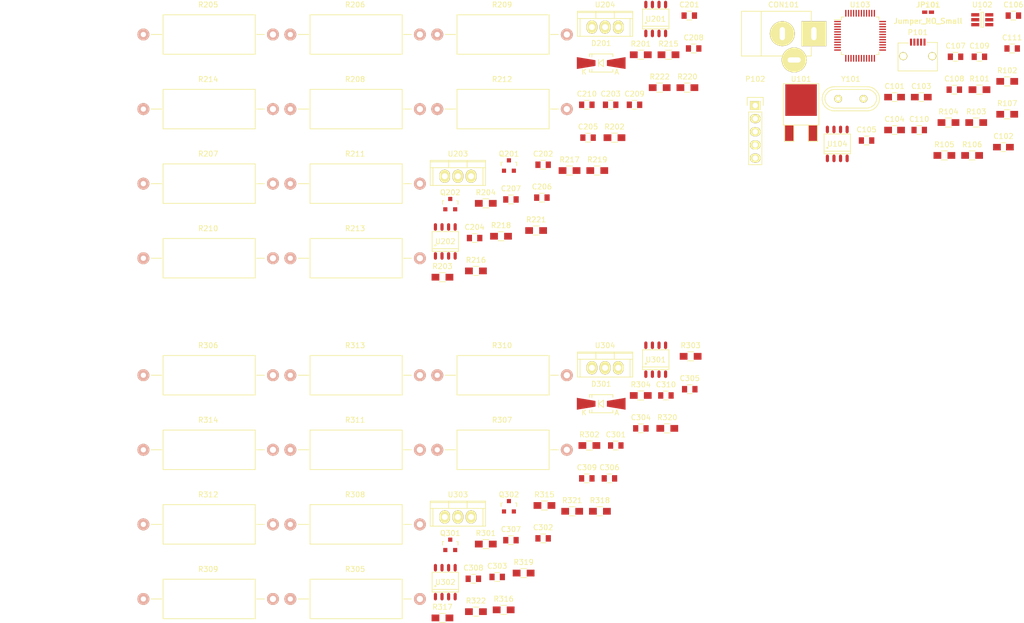
<source format=kicad_pcb>
(kicad_pcb (version 4) (host pcbnew 4.0.3+e1-6302~38~ubuntu16.04.1-stable)

  (general
    (links 220)
    (no_connects 220)
    (area 0 0 0 0)
    (thickness 1.6)
    (drawings 17)
    (tracks 0)
    (zones 0)
    (modules 105)
    (nets 89)
  )

  (page A4)
  (title_block
    (title "Project Title")
  )

  (layers
    (0 F.Cu signal)
    (31 B.Cu signal)
    (36 B.SilkS user)
    (37 F.SilkS user)
    (38 B.Mask user)
    (39 F.Mask user)
    (44 Edge.Cuts user)
  )

  (setup
    (last_trace_width 0.254)
    (user_trace_width 0.1524)
    (user_trace_width 0.254)
    (user_trace_width 0.3302)
    (user_trace_width 0.508)
    (user_trace_width 0.762)
    (user_trace_width 1.27)
    (trace_clearance 0.254)
    (zone_clearance 0.508)
    (zone_45_only no)
    (trace_min 0.1524)
    (segment_width 0.2)
    (edge_width 0.15)
    (via_size 0.6858)
    (via_drill 0.3302)
    (via_min_size 0.6858)
    (via_min_drill 0.3302)
    (user_via 0.6858 0.3302)
    (user_via 0.762 0.4064)
    (user_via 0.8636 0.508)
    (uvia_size 0.6858)
    (uvia_drill 0.3302)
    (uvias_allowed no)
    (uvia_min_size 0)
    (uvia_min_drill 0)
    (pcb_text_width 0.3)
    (pcb_text_size 1.016 1.016)
    (mod_edge_width 0.15)
    (mod_text_size 0.762 0.762)
    (mod_text_width 0.15)
    (pad_size 1.524 1.524)
    (pad_drill 0.762)
    (pad_to_mask_clearance 0.2)
    (aux_axis_origin 0 0)
    (visible_elements FFFEDF7D)
    (pcbplotparams
      (layerselection 0x000fc_80000001)
      (usegerberextensions true)
      (excludeedgelayer true)
      (linewidth 0.100000)
      (plotframeref false)
      (viasonmask false)
      (mode 1)
      (useauxorigin false)
      (hpglpennumber 1)
      (hpglpenspeed 20)
      (hpglpendiameter 15)
      (hpglpenoverlay 2)
      (psnegative false)
      (psa4output false)
      (plotreference true)
      (plotvalue true)
      (plotinvisibletext false)
      (padsonsilk false)
      (subtractmaskfromsilk false)
      (outputformat 1)
      (mirror false)
      (drillshape 0)
      (scaleselection 1)
      (outputdirectory ""))
  )

  (net 0 "")
  (net 1 +12V)
  (net 2 GND)
  (net 3 +3V3)
  (net 4 "Net-(C110-Pad2)")
  (net 5 "Net-(C111-Pad2)")
  (net 6 "Net-(C202-Pad1)")
  (net 7 "Net-(C203-Pad1)")
  (net 8 "Net-(C204-Pad1)")
  (net 9 "Net-(C205-Pad1)")
  (net 10 /C1-I-SENSE)
  (net 11 "Net-(C208-Pad2)")
  (net 12 "Net-(C209-Pad1)")
  (net 13 "Net-(C209-Pad2)")
  (net 14 /Channel1/OUT)
  (net 15 "Net-(C302-Pad1)")
  (net 16 "Net-(C303-Pad1)")
  (net 17 "Net-(C304-Pad1)")
  (net 18 "Net-(C305-Pad1)")
  (net 19 /C2-I-SENSE)
  (net 20 "Net-(C308-Pad2)")
  (net 21 "Net-(C309-Pad1)")
  (net 22 "Net-(C309-Pad2)")
  (net 23 /Channel2/OUT)
  (net 24 "Net-(JP101-Pad2)")
  (net 25 "Net-(P101-Pad1)")
  (net 26 /USB_DM)
  (net 27 /USB_DP)
  (net 28 "Net-(P101-Pad4)")
  (net 29 /SWCLK)
  (net 30 /SWDIO)
  (net 31 /NRST)
  (net 32 "Net-(Q201-Pad1)")
  (net 33 "Net-(Q201-Pad3)")
  (net 34 "Net-(Q202-Pad1)")
  (net 35 /C1-I-LMT)
  (net 36 "Net-(Q301-Pad1)")
  (net 37 "Net-(Q301-Pad3)")
  (net 38 "Net-(Q302-Pad1)")
  (net 39 /C2-I-LMT)
  (net 40 "Net-(R103-Pad2)")
  (net 41 "Net-(R104-Pad1)")
  (net 42 "Net-(R105-Pad1)")
  (net 43 /C1-V-PWM)
  (net 44 /C1-I-PWM)
  (net 45 "Net-(R215-Pad1)")
  (net 46 "Net-(R216-Pad1)")
  (net 47 "Net-(R218-Pad2)")
  (net 48 "Net-(R220-Pad2)")
  (net 49 "Net-(R222-Pad1)")
  (net 50 /C2-V-PWM)
  (net 51 /C2-I-PWM)
  (net 52 "Net-(R315-Pad1)")
  (net 53 "Net-(R316-Pad1)")
  (net 54 "Net-(R318-Pad2)")
  (net 55 "Net-(R320-Pad2)")
  (net 56 "Net-(R322-Pad1)")
  (net 57 "Net-(U102-Pad4)")
  (net 58 "Net-(U102-Pad6)")
  (net 59 "Net-(U102-Pad5)")
  (net 60 "Net-(U103-Pad2)")
  (net 61 "Net-(U103-Pad3)")
  (net 62 "Net-(U103-Pad4)")
  (net 63 /C1-V-SENSE)
  (net 64 /C2-V-SENSE)
  (net 65 "Net-(U103-Pad14)")
  (net 66 "Net-(U103-Pad15)")
  (net 67 "Net-(U103-Pad16)")
  (net 68 "Net-(U103-Pad17)")
  (net 69 "Net-(U103-Pad18)")
  (net 70 "Net-(U103-Pad19)")
  (net 71 "Net-(U103-Pad20)")
  (net 72 "Net-(U103-Pad25)")
  (net 73 "Net-(U103-Pad26)")
  (net 74 "Net-(U103-Pad29)")
  (net 75 "Net-(U103-Pad30)")
  (net 76 "Net-(U103-Pad31)")
  (net 77 "Net-(U103-Pad40)")
  (net 78 "Net-(U103-Pad41)")
  (net 79 "Net-(U103-Pad42)")
  (net 80 "Net-(U103-Pad43)")
  (net 81 "Net-(U103-Pad45)")
  (net 82 "Net-(U103-Pad46)")
  (net 83 "Net-(U201-Pad3)")
  (net 84 "Net-(U201-Pad6)")
  (net 85 "Net-(U201-Pad7)")
  (net 86 "Net-(U301-Pad3)")
  (net 87 "Net-(U301-Pad6)")
  (net 88 "Net-(U301-Pad7)")

  (net_class Default "This is the default net class."
    (clearance 0.254)
    (trace_width 0.254)
    (via_dia 0.6858)
    (via_drill 0.3302)
    (uvia_dia 0.6858)
    (uvia_drill 0.3302)
    (add_net +12V)
    (add_net +3V3)
    (add_net /C1-I-LMT)
    (add_net /C1-I-PWM)
    (add_net /C1-I-SENSE)
    (add_net /C1-V-PWM)
    (add_net /C1-V-SENSE)
    (add_net /C2-I-LMT)
    (add_net /C2-I-PWM)
    (add_net /C2-I-SENSE)
    (add_net /C2-V-PWM)
    (add_net /C2-V-SENSE)
    (add_net /Channel1/OUT)
    (add_net /Channel2/OUT)
    (add_net /NRST)
    (add_net /SWCLK)
    (add_net /SWDIO)
    (add_net /USB_DM)
    (add_net /USB_DP)
    (add_net GND)
    (add_net "Net-(C110-Pad2)")
    (add_net "Net-(C111-Pad2)")
    (add_net "Net-(C202-Pad1)")
    (add_net "Net-(C203-Pad1)")
    (add_net "Net-(C204-Pad1)")
    (add_net "Net-(C205-Pad1)")
    (add_net "Net-(C208-Pad2)")
    (add_net "Net-(C209-Pad1)")
    (add_net "Net-(C209-Pad2)")
    (add_net "Net-(C302-Pad1)")
    (add_net "Net-(C303-Pad1)")
    (add_net "Net-(C304-Pad1)")
    (add_net "Net-(C305-Pad1)")
    (add_net "Net-(C308-Pad2)")
    (add_net "Net-(C309-Pad1)")
    (add_net "Net-(C309-Pad2)")
    (add_net "Net-(JP101-Pad2)")
    (add_net "Net-(P101-Pad1)")
    (add_net "Net-(P101-Pad4)")
    (add_net "Net-(Q201-Pad1)")
    (add_net "Net-(Q201-Pad3)")
    (add_net "Net-(Q202-Pad1)")
    (add_net "Net-(Q301-Pad1)")
    (add_net "Net-(Q301-Pad3)")
    (add_net "Net-(Q302-Pad1)")
    (add_net "Net-(R103-Pad2)")
    (add_net "Net-(R104-Pad1)")
    (add_net "Net-(R105-Pad1)")
    (add_net "Net-(R215-Pad1)")
    (add_net "Net-(R216-Pad1)")
    (add_net "Net-(R218-Pad2)")
    (add_net "Net-(R220-Pad2)")
    (add_net "Net-(R222-Pad1)")
    (add_net "Net-(R315-Pad1)")
    (add_net "Net-(R316-Pad1)")
    (add_net "Net-(R318-Pad2)")
    (add_net "Net-(R320-Pad2)")
    (add_net "Net-(R322-Pad1)")
    (add_net "Net-(U102-Pad4)")
    (add_net "Net-(U102-Pad5)")
    (add_net "Net-(U102-Pad6)")
    (add_net "Net-(U103-Pad14)")
    (add_net "Net-(U103-Pad15)")
    (add_net "Net-(U103-Pad16)")
    (add_net "Net-(U103-Pad17)")
    (add_net "Net-(U103-Pad18)")
    (add_net "Net-(U103-Pad19)")
    (add_net "Net-(U103-Pad2)")
    (add_net "Net-(U103-Pad20)")
    (add_net "Net-(U103-Pad25)")
    (add_net "Net-(U103-Pad26)")
    (add_net "Net-(U103-Pad29)")
    (add_net "Net-(U103-Pad3)")
    (add_net "Net-(U103-Pad30)")
    (add_net "Net-(U103-Pad31)")
    (add_net "Net-(U103-Pad4)")
    (add_net "Net-(U103-Pad40)")
    (add_net "Net-(U103-Pad41)")
    (add_net "Net-(U103-Pad42)")
    (add_net "Net-(U103-Pad43)")
    (add_net "Net-(U103-Pad45)")
    (add_net "Net-(U103-Pad46)")
    (add_net "Net-(U201-Pad3)")
    (add_net "Net-(U201-Pad6)")
    (add_net "Net-(U201-Pad7)")
    (add_net "Net-(U301-Pad3)")
    (add_net "Net-(U301-Pad6)")
    (add_net "Net-(U301-Pad7)")
  )

  (module Capacitors_SMD:C_0805_HandSoldering (layer F.Cu) (tedit 541A9B8D) (tstamp 57B2703C)
    (at 277.165001 91.386)
    (descr "Capacitor SMD 0805, hand soldering")
    (tags "capacitor 0805")
    (path /57B54F0B)
    (attr smd)
    (fp_text reference C101 (at 0 -2.1) (layer F.SilkS)
      (effects (font (size 1 1) (thickness 0.15)))
    )
    (fp_text value 10uf (at 0 2.1) (layer F.Fab)
      (effects (font (size 1 1) (thickness 0.15)))
    )
    (fp_line (start -2.3 -1) (end 2.3 -1) (layer F.CrtYd) (width 0.05))
    (fp_line (start -2.3 1) (end 2.3 1) (layer F.CrtYd) (width 0.05))
    (fp_line (start -2.3 -1) (end -2.3 1) (layer F.CrtYd) (width 0.05))
    (fp_line (start 2.3 -1) (end 2.3 1) (layer F.CrtYd) (width 0.05))
    (fp_line (start 0.5 -0.85) (end -0.5 -0.85) (layer F.SilkS) (width 0.15))
    (fp_line (start -0.5 0.85) (end 0.5 0.85) (layer F.SilkS) (width 0.15))
    (pad 1 smd rect (at -1.25 0) (size 1.5 1.25) (layers F.Cu F.Mask)
      (net 1 +12V))
    (pad 2 smd rect (at 1.25 0) (size 1.5 1.25) (layers F.Cu F.Mask)
      (net 2 GND))
    (model Capacitors_SMD.3dshapes/C_0805_HandSoldering.wrl
      (at (xyz 0 0 0))
      (scale (xyz 1 1 1))
      (rotate (xyz 0 0 0))
    )
  )

  (module Capacitors_SMD:C_0805_HandSoldering (layer F.Cu) (tedit 541A9B8D) (tstamp 57B27042)
    (at 298.165001 101.046)
    (descr "Capacitor SMD 0805, hand soldering")
    (tags "capacitor 0805")
    (path /57B3BEAC)
    (attr smd)
    (fp_text reference C102 (at 0 -2.1) (layer F.SilkS)
      (effects (font (size 1 1) (thickness 0.15)))
    )
    (fp_text value 4.7uf (at 0 2.1) (layer F.Fab)
      (effects (font (size 1 1) (thickness 0.15)))
    )
    (fp_line (start -2.3 -1) (end 2.3 -1) (layer F.CrtYd) (width 0.05))
    (fp_line (start -2.3 1) (end 2.3 1) (layer F.CrtYd) (width 0.05))
    (fp_line (start -2.3 -1) (end -2.3 1) (layer F.CrtYd) (width 0.05))
    (fp_line (start 2.3 -1) (end 2.3 1) (layer F.CrtYd) (width 0.05))
    (fp_line (start 0.5 -0.85) (end -0.5 -0.85) (layer F.SilkS) (width 0.15))
    (fp_line (start -0.5 0.85) (end 0.5 0.85) (layer F.SilkS) (width 0.15))
    (pad 1 smd rect (at -1.25 0) (size 1.5 1.25) (layers F.Cu F.Mask)
      (net 3 +3V3))
    (pad 2 smd rect (at 1.25 0) (size 1.5 1.25) (layers F.Cu F.Mask)
      (net 2 GND))
    (model Capacitors_SMD.3dshapes/C_0805_HandSoldering.wrl
      (at (xyz 0 0 0))
      (scale (xyz 1 1 1))
      (rotate (xyz 0 0 0))
    )
  )

  (module Capacitors_SMD:C_0805_HandSoldering (layer F.Cu) (tedit 541A9B8D) (tstamp 57B27048)
    (at 282.315001 91.386)
    (descr "Capacitor SMD 0805, hand soldering")
    (tags "capacitor 0805")
    (path /57B3BB8E)
    (attr smd)
    (fp_text reference C103 (at 0 -2.1) (layer F.SilkS)
      (effects (font (size 1 1) (thickness 0.15)))
    )
    (fp_text value 100nf (at 0 2.1) (layer F.Fab)
      (effects (font (size 1 1) (thickness 0.15)))
    )
    (fp_line (start -2.3 -1) (end 2.3 -1) (layer F.CrtYd) (width 0.05))
    (fp_line (start -2.3 1) (end 2.3 1) (layer F.CrtYd) (width 0.05))
    (fp_line (start -2.3 -1) (end -2.3 1) (layer F.CrtYd) (width 0.05))
    (fp_line (start 2.3 -1) (end 2.3 1) (layer F.CrtYd) (width 0.05))
    (fp_line (start 0.5 -0.85) (end -0.5 -0.85) (layer F.SilkS) (width 0.15))
    (fp_line (start -0.5 0.85) (end 0.5 0.85) (layer F.SilkS) (width 0.15))
    (pad 1 smd rect (at -1.25 0) (size 1.5 1.25) (layers F.Cu F.Mask)
      (net 3 +3V3))
    (pad 2 smd rect (at 1.25 0) (size 1.5 1.25) (layers F.Cu F.Mask)
      (net 2 GND))
    (model Capacitors_SMD.3dshapes/C_0805_HandSoldering.wrl
      (at (xyz 0 0 0))
      (scale (xyz 1 1 1))
      (rotate (xyz 0 0 0))
    )
  )

  (module Capacitors_SMD:C_0805_HandSoldering (layer F.Cu) (tedit 541A9B8D) (tstamp 57B2704E)
    (at 277.165001 97.736)
    (descr "Capacitor SMD 0805, hand soldering")
    (tags "capacitor 0805")
    (path /57B3BB2F)
    (attr smd)
    (fp_text reference C104 (at 0 -2.1) (layer F.SilkS)
      (effects (font (size 1 1) (thickness 0.15)))
    )
    (fp_text value 100nf (at 0 2.1) (layer F.Fab)
      (effects (font (size 1 1) (thickness 0.15)))
    )
    (fp_line (start -2.3 -1) (end 2.3 -1) (layer F.CrtYd) (width 0.05))
    (fp_line (start -2.3 1) (end 2.3 1) (layer F.CrtYd) (width 0.05))
    (fp_line (start -2.3 -1) (end -2.3 1) (layer F.CrtYd) (width 0.05))
    (fp_line (start 2.3 -1) (end 2.3 1) (layer F.CrtYd) (width 0.05))
    (fp_line (start 0.5 -0.85) (end -0.5 -0.85) (layer F.SilkS) (width 0.15))
    (fp_line (start -0.5 0.85) (end 0.5 0.85) (layer F.SilkS) (width 0.15))
    (pad 1 smd rect (at -1.25 0) (size 1.5 1.25) (layers F.Cu F.Mask)
      (net 3 +3V3))
    (pad 2 smd rect (at 1.25 0) (size 1.5 1.25) (layers F.Cu F.Mask)
      (net 2 GND))
    (model Capacitors_SMD.3dshapes/C_0805_HandSoldering.wrl
      (at (xyz 0 0 0))
      (scale (xyz 1 1 1))
      (rotate (xyz 0 0 0))
    )
  )

  (module Capacitors_SMD:C_0805 (layer F.Cu) (tedit 5415D6EA) (tstamp 57B27054)
    (at 271.756667 99.766)
    (descr "Capacitor SMD 0805, reflow soldering, AVX (see smccp.pdf)")
    (tags "capacitor 0805")
    (path /57B3BAD3)
    (attr smd)
    (fp_text reference C105 (at 0 -2.1) (layer F.SilkS)
      (effects (font (size 1 1) (thickness 0.15)))
    )
    (fp_text value 100nf (at 0 2.1) (layer F.Fab)
      (effects (font (size 1 1) (thickness 0.15)))
    )
    (fp_line (start -1.8 -1) (end 1.8 -1) (layer F.CrtYd) (width 0.05))
    (fp_line (start -1.8 1) (end 1.8 1) (layer F.CrtYd) (width 0.05))
    (fp_line (start -1.8 -1) (end -1.8 1) (layer F.CrtYd) (width 0.05))
    (fp_line (start 1.8 -1) (end 1.8 1) (layer F.CrtYd) (width 0.05))
    (fp_line (start 0.5 -0.85) (end -0.5 -0.85) (layer F.SilkS) (width 0.15))
    (fp_line (start -0.5 0.85) (end 0.5 0.85) (layer F.SilkS) (width 0.15))
    (pad 1 smd rect (at -1 0) (size 1 1.25) (layers F.Cu F.Mask)
      (net 3 +3V3))
    (pad 2 smd rect (at 1 0) (size 1 1.25) (layers F.Cu F.Mask)
      (net 2 GND))
    (model Capacitors_SMD.3dshapes/C_0805.wrl
      (at (xyz 0 0 0))
      (scale (xyz 1 1 1))
      (rotate (xyz 0 0 0))
    )
  )

  (module Capacitors_SMD:C_0805 (layer F.Cu) (tedit 5415D6EA) (tstamp 57B2705A)
    (at 300.086667 75.646)
    (descr "Capacitor SMD 0805, reflow soldering, AVX (see smccp.pdf)")
    (tags "capacitor 0805")
    (path /57B3BA7E)
    (attr smd)
    (fp_text reference C106 (at 0 -2.1) (layer F.SilkS)
      (effects (font (size 1 1) (thickness 0.15)))
    )
    (fp_text value 100nf (at 0 2.1) (layer F.Fab)
      (effects (font (size 1 1) (thickness 0.15)))
    )
    (fp_line (start -1.8 -1) (end 1.8 -1) (layer F.CrtYd) (width 0.05))
    (fp_line (start -1.8 1) (end 1.8 1) (layer F.CrtYd) (width 0.05))
    (fp_line (start -1.8 -1) (end -1.8 1) (layer F.CrtYd) (width 0.05))
    (fp_line (start 1.8 -1) (end 1.8 1) (layer F.CrtYd) (width 0.05))
    (fp_line (start 0.5 -0.85) (end -0.5 -0.85) (layer F.SilkS) (width 0.15))
    (fp_line (start -0.5 0.85) (end 0.5 0.85) (layer F.SilkS) (width 0.15))
    (pad 1 smd rect (at -1 0) (size 1 1.25) (layers F.Cu F.Mask)
      (net 3 +3V3))
    (pad 2 smd rect (at 1 0) (size 1 1.25) (layers F.Cu F.Mask)
      (net 2 GND))
    (model Capacitors_SMD.3dshapes/C_0805.wrl
      (at (xyz 0 0 0))
      (scale (xyz 1 1 1))
      (rotate (xyz 0 0 0))
    )
  )

  (module Capacitors_SMD:C_0805 (layer F.Cu) (tedit 5415D6EA) (tstamp 57B27060)
    (at 288.926667 83.596)
    (descr "Capacitor SMD 0805, reflow soldering, AVX (see smccp.pdf)")
    (tags "capacitor 0805")
    (path /57B3B97F)
    (attr smd)
    (fp_text reference C107 (at 0 -2.1) (layer F.SilkS)
      (effects (font (size 1 1) (thickness 0.15)))
    )
    (fp_text value 100nf (at 0 2.1) (layer F.Fab)
      (effects (font (size 1 1) (thickness 0.15)))
    )
    (fp_line (start -1.8 -1) (end 1.8 -1) (layer F.CrtYd) (width 0.05))
    (fp_line (start -1.8 1) (end 1.8 1) (layer F.CrtYd) (width 0.05))
    (fp_line (start -1.8 -1) (end -1.8 1) (layer F.CrtYd) (width 0.05))
    (fp_line (start 1.8 -1) (end 1.8 1) (layer F.CrtYd) (width 0.05))
    (fp_line (start 0.5 -0.85) (end -0.5 -0.85) (layer F.SilkS) (width 0.15))
    (fp_line (start -0.5 0.85) (end 0.5 0.85) (layer F.SilkS) (width 0.15))
    (pad 1 smd rect (at -1 0) (size 1 1.25) (layers F.Cu F.Mask)
      (net 3 +3V3))
    (pad 2 smd rect (at 1 0) (size 1 1.25) (layers F.Cu F.Mask)
      (net 2 GND))
    (model Capacitors_SMD.3dshapes/C_0805.wrl
      (at (xyz 0 0 0))
      (scale (xyz 1 1 1))
      (rotate (xyz 0 0 0))
    )
  )

  (module Capacitors_SMD:C_0805 (layer F.Cu) (tedit 5415D6EA) (tstamp 57B27066)
    (at 288.688571 89.946)
    (descr "Capacitor SMD 0805, reflow soldering, AVX (see smccp.pdf)")
    (tags "capacitor 0805")
    (path /57B36EA0)
    (attr smd)
    (fp_text reference C108 (at 0 -2.1) (layer F.SilkS)
      (effects (font (size 1 1) (thickness 0.15)))
    )
    (fp_text value 10nf (at 0 2.1) (layer F.Fab)
      (effects (font (size 1 1) (thickness 0.15)))
    )
    (fp_line (start -1.8 -1) (end 1.8 -1) (layer F.CrtYd) (width 0.05))
    (fp_line (start -1.8 1) (end 1.8 1) (layer F.CrtYd) (width 0.05))
    (fp_line (start -1.8 -1) (end -1.8 1) (layer F.CrtYd) (width 0.05))
    (fp_line (start 1.8 -1) (end 1.8 1) (layer F.CrtYd) (width 0.05))
    (fp_line (start 0.5 -0.85) (end -0.5 -0.85) (layer F.SilkS) (width 0.15))
    (fp_line (start -0.5 0.85) (end 0.5 0.85) (layer F.SilkS) (width 0.15))
    (pad 1 smd rect (at -1 0) (size 1 1.25) (layers F.Cu F.Mask)
      (net 3 +3V3))
    (pad 2 smd rect (at 1 0) (size 1 1.25) (layers F.Cu F.Mask)
      (net 2 GND))
    (model Capacitors_SMD.3dshapes/C_0805.wrl
      (at (xyz 0 0 0))
      (scale (xyz 1 1 1))
      (rotate (xyz 0 0 0))
    )
  )

  (module Capacitors_SMD:C_0805 (layer F.Cu) (tedit 5415D6EA) (tstamp 57B2706C)
    (at 293.528571 83.596)
    (descr "Capacitor SMD 0805, reflow soldering, AVX (see smccp.pdf)")
    (tags "capacitor 0805")
    (path /57B36F59)
    (attr smd)
    (fp_text reference C109 (at 0 -2.1) (layer F.SilkS)
      (effects (font (size 1 1) (thickness 0.15)))
    )
    (fp_text value 1uf (at 0 2.1) (layer F.Fab)
      (effects (font (size 1 1) (thickness 0.15)))
    )
    (fp_line (start -1.8 -1) (end 1.8 -1) (layer F.CrtYd) (width 0.05))
    (fp_line (start -1.8 1) (end 1.8 1) (layer F.CrtYd) (width 0.05))
    (fp_line (start -1.8 -1) (end -1.8 1) (layer F.CrtYd) (width 0.05))
    (fp_line (start 1.8 -1) (end 1.8 1) (layer F.CrtYd) (width 0.05))
    (fp_line (start 0.5 -0.85) (end -0.5 -0.85) (layer F.SilkS) (width 0.15))
    (fp_line (start -0.5 0.85) (end 0.5 0.85) (layer F.SilkS) (width 0.15))
    (pad 1 smd rect (at -1 0) (size 1 1.25) (layers F.Cu F.Mask)
      (net 3 +3V3))
    (pad 2 smd rect (at 1 0) (size 1 1.25) (layers F.Cu F.Mask)
      (net 2 GND))
    (model Capacitors_SMD.3dshapes/C_0805.wrl
      (at (xyz 0 0 0))
      (scale (xyz 1 1 1))
      (rotate (xyz 0 0 0))
    )
  )

  (module Capacitors_SMD:C_0805 (layer F.Cu) (tedit 5415D6EA) (tstamp 57B27072)
    (at 281.918571 97.736)
    (descr "Capacitor SMD 0805, reflow soldering, AVX (see smccp.pdf)")
    (tags "capacitor 0805")
    (path /57B4A56B)
    (attr smd)
    (fp_text reference C110 (at 0 -2.1) (layer F.SilkS)
      (effects (font (size 1 1) (thickness 0.15)))
    )
    (fp_text value 20pf (at 0 2.1) (layer F.Fab)
      (effects (font (size 1 1) (thickness 0.15)))
    )
    (fp_line (start -1.8 -1) (end 1.8 -1) (layer F.CrtYd) (width 0.05))
    (fp_line (start -1.8 1) (end 1.8 1) (layer F.CrtYd) (width 0.05))
    (fp_line (start -1.8 -1) (end -1.8 1) (layer F.CrtYd) (width 0.05))
    (fp_line (start 1.8 -1) (end 1.8 1) (layer F.CrtYd) (width 0.05))
    (fp_line (start 0.5 -0.85) (end -0.5 -0.85) (layer F.SilkS) (width 0.15))
    (fp_line (start -0.5 0.85) (end 0.5 0.85) (layer F.SilkS) (width 0.15))
    (pad 1 smd rect (at -1 0) (size 1 1.25) (layers F.Cu F.Mask)
      (net 2 GND))
    (pad 2 smd rect (at 1 0) (size 1 1.25) (layers F.Cu F.Mask)
      (net 4 "Net-(C110-Pad2)"))
    (model Capacitors_SMD.3dshapes/C_0805.wrl
      (at (xyz 0 0 0))
      (scale (xyz 1 1 1))
      (rotate (xyz 0 0 0))
    )
  )

  (module Capacitors_SMD:C_0805 (layer F.Cu) (tedit 5415D6EA) (tstamp 57B27078)
    (at 299.848571 81.996)
    (descr "Capacitor SMD 0805, reflow soldering, AVX (see smccp.pdf)")
    (tags "capacitor 0805")
    (path /57B4A7E2)
    (attr smd)
    (fp_text reference C111 (at 0 -2.1) (layer F.SilkS)
      (effects (font (size 1 1) (thickness 0.15)))
    )
    (fp_text value 20pf (at 0 2.1) (layer F.Fab)
      (effects (font (size 1 1) (thickness 0.15)))
    )
    (fp_line (start -1.8 -1) (end 1.8 -1) (layer F.CrtYd) (width 0.05))
    (fp_line (start -1.8 1) (end 1.8 1) (layer F.CrtYd) (width 0.05))
    (fp_line (start -1.8 -1) (end -1.8 1) (layer F.CrtYd) (width 0.05))
    (fp_line (start 1.8 -1) (end 1.8 1) (layer F.CrtYd) (width 0.05))
    (fp_line (start 0.5 -0.85) (end -0.5 -0.85) (layer F.SilkS) (width 0.15))
    (fp_line (start -0.5 0.85) (end 0.5 0.85) (layer F.SilkS) (width 0.15))
    (pad 1 smd rect (at -1 0) (size 1 1.25) (layers F.Cu F.Mask)
      (net 2 GND))
    (pad 2 smd rect (at 1 0) (size 1 1.25) (layers F.Cu F.Mask)
      (net 5 "Net-(C111-Pad2)"))
    (model Capacitors_SMD.3dshapes/C_0805.wrl
      (at (xyz 0 0 0))
      (scale (xyz 1 1 1))
      (rotate (xyz 0 0 0))
    )
  )

  (module Capacitors_SMD:C_0805 (layer F.Cu) (tedit 5415D6EA) (tstamp 57B2707E)
    (at 237.556667 75.646)
    (descr "Capacitor SMD 0805, reflow soldering, AVX (see smccp.pdf)")
    (tags "capacitor 0805")
    (path /57B20C61/57B2562E)
    (attr smd)
    (fp_text reference C201 (at 0 -2.1) (layer F.SilkS)
      (effects (font (size 1 1) (thickness 0.15)))
    )
    (fp_text value 100nf (at 0 2.1) (layer F.Fab)
      (effects (font (size 1 1) (thickness 0.15)))
    )
    (fp_line (start -1.8 -1) (end 1.8 -1) (layer F.CrtYd) (width 0.05))
    (fp_line (start -1.8 1) (end 1.8 1) (layer F.CrtYd) (width 0.05))
    (fp_line (start -1.8 -1) (end -1.8 1) (layer F.CrtYd) (width 0.05))
    (fp_line (start 1.8 -1) (end 1.8 1) (layer F.CrtYd) (width 0.05))
    (fp_line (start 0.5 -0.85) (end -0.5 -0.85) (layer F.SilkS) (width 0.15))
    (fp_line (start -0.5 0.85) (end 0.5 0.85) (layer F.SilkS) (width 0.15))
    (pad 1 smd rect (at -1 0) (size 1 1.25) (layers F.Cu F.Mask)
      (net 2 GND))
    (pad 2 smd rect (at 1 0) (size 1 1.25) (layers F.Cu F.Mask)
      (net 1 +12V))
    (model Capacitors_SMD.3dshapes/C_0805.wrl
      (at (xyz 0 0 0))
      (scale (xyz 1 1 1))
      (rotate (xyz 0 0 0))
    )
  )

  (module Capacitors_SMD:C_0805 (layer F.Cu) (tedit 5415D6EA) (tstamp 57B27084)
    (at 209.356667 104.446)
    (descr "Capacitor SMD 0805, reflow soldering, AVX (see smccp.pdf)")
    (tags "capacitor 0805")
    (path /57B20C61/57B74705)
    (attr smd)
    (fp_text reference C202 (at 0 -2.1) (layer F.SilkS)
      (effects (font (size 1 1) (thickness 0.15)))
    )
    (fp_text value 100nf (at 0 2.1) (layer F.Fab)
      (effects (font (size 1 1) (thickness 0.15)))
    )
    (fp_line (start -1.8 -1) (end 1.8 -1) (layer F.CrtYd) (width 0.05))
    (fp_line (start -1.8 1) (end 1.8 1) (layer F.CrtYd) (width 0.05))
    (fp_line (start -1.8 -1) (end -1.8 1) (layer F.CrtYd) (width 0.05))
    (fp_line (start 1.8 -1) (end 1.8 1) (layer F.CrtYd) (width 0.05))
    (fp_line (start 0.5 -0.85) (end -0.5 -0.85) (layer F.SilkS) (width 0.15))
    (fp_line (start -0.5 0.85) (end 0.5 0.85) (layer F.SilkS) (width 0.15))
    (pad 1 smd rect (at -1 0) (size 1 1.25) (layers F.Cu F.Mask)
      (net 6 "Net-(C202-Pad1)"))
    (pad 2 smd rect (at 1 0) (size 1 1.25) (layers F.Cu F.Mask)
      (net 2 GND))
    (model Capacitors_SMD.3dshapes/C_0805.wrl
      (at (xyz 0 0 0))
      (scale (xyz 1 1 1))
      (rotate (xyz 0 0 0))
    )
  )

  (module Capacitors_SMD:C_0805 (layer F.Cu) (tedit 5415D6EA) (tstamp 57B2708A)
    (at 222.386667 92.866)
    (descr "Capacitor SMD 0805, reflow soldering, AVX (see smccp.pdf)")
    (tags "capacitor 0805")
    (path /57B20C61/57B75025)
    (attr smd)
    (fp_text reference C203 (at 0 -2.1) (layer F.SilkS)
      (effects (font (size 1 1) (thickness 0.15)))
    )
    (fp_text value 100nf (at 0 2.1) (layer F.Fab)
      (effects (font (size 1 1) (thickness 0.15)))
    )
    (fp_line (start -1.8 -1) (end 1.8 -1) (layer F.CrtYd) (width 0.05))
    (fp_line (start -1.8 1) (end 1.8 1) (layer F.CrtYd) (width 0.05))
    (fp_line (start -1.8 -1) (end -1.8 1) (layer F.CrtYd) (width 0.05))
    (fp_line (start 1.8 -1) (end 1.8 1) (layer F.CrtYd) (width 0.05))
    (fp_line (start 0.5 -0.85) (end -0.5 -0.85) (layer F.SilkS) (width 0.15))
    (fp_line (start -0.5 0.85) (end 0.5 0.85) (layer F.SilkS) (width 0.15))
    (pad 1 smd rect (at -1 0) (size 1 1.25) (layers F.Cu F.Mask)
      (net 7 "Net-(C203-Pad1)"))
    (pad 2 smd rect (at 1 0) (size 1 1.25) (layers F.Cu F.Mask)
      (net 2 GND))
    (model Capacitors_SMD.3dshapes/C_0805.wrl
      (at (xyz 0 0 0))
      (scale (xyz 1 1 1))
      (rotate (xyz 0 0 0))
    )
  )

  (module Capacitors_SMD:C_0805 (layer F.Cu) (tedit 5415D6EA) (tstamp 57B27090)
    (at 196.136667 118.596)
    (descr "Capacitor SMD 0805, reflow soldering, AVX (see smccp.pdf)")
    (tags "capacitor 0805")
    (path /57B20C61/57B74675)
    (attr smd)
    (fp_text reference C204 (at 0 -2.1) (layer F.SilkS)
      (effects (font (size 1 1) (thickness 0.15)))
    )
    (fp_text value 100nf (at 0 2.1) (layer F.Fab)
      (effects (font (size 1 1) (thickness 0.15)))
    )
    (fp_line (start -1.8 -1) (end 1.8 -1) (layer F.CrtYd) (width 0.05))
    (fp_line (start -1.8 1) (end 1.8 1) (layer F.CrtYd) (width 0.05))
    (fp_line (start -1.8 -1) (end -1.8 1) (layer F.CrtYd) (width 0.05))
    (fp_line (start 1.8 -1) (end 1.8 1) (layer F.CrtYd) (width 0.05))
    (fp_line (start 0.5 -0.85) (end -0.5 -0.85) (layer F.SilkS) (width 0.15))
    (fp_line (start -0.5 0.85) (end 0.5 0.85) (layer F.SilkS) (width 0.15))
    (pad 1 smd rect (at -1 0) (size 1 1.25) (layers F.Cu F.Mask)
      (net 8 "Net-(C204-Pad1)"))
    (pad 2 smd rect (at 1 0) (size 1 1.25) (layers F.Cu F.Mask)
      (net 2 GND))
    (model Capacitors_SMD.3dshapes/C_0805.wrl
      (at (xyz 0 0 0))
      (scale (xyz 1 1 1))
      (rotate (xyz 0 0 0))
    )
  )

  (module Capacitors_SMD:C_0805 (layer F.Cu) (tedit 5415D6EA) (tstamp 57B27096)
    (at 218.026667 99.216)
    (descr "Capacitor SMD 0805, reflow soldering, AVX (see smccp.pdf)")
    (tags "capacitor 0805")
    (path /57B20C61/57B7501F)
    (attr smd)
    (fp_text reference C205 (at 0 -2.1) (layer F.SilkS)
      (effects (font (size 1 1) (thickness 0.15)))
    )
    (fp_text value 100nf (at 0 2.1) (layer F.Fab)
      (effects (font (size 1 1) (thickness 0.15)))
    )
    (fp_line (start -1.8 -1) (end 1.8 -1) (layer F.CrtYd) (width 0.05))
    (fp_line (start -1.8 1) (end 1.8 1) (layer F.CrtYd) (width 0.05))
    (fp_line (start -1.8 -1) (end -1.8 1) (layer F.CrtYd) (width 0.05))
    (fp_line (start 1.8 -1) (end 1.8 1) (layer F.CrtYd) (width 0.05))
    (fp_line (start 0.5 -0.85) (end -0.5 -0.85) (layer F.SilkS) (width 0.15))
    (fp_line (start -0.5 0.85) (end 0.5 0.85) (layer F.SilkS) (width 0.15))
    (pad 1 smd rect (at -1 0) (size 1 1.25) (layers F.Cu F.Mask)
      (net 9 "Net-(C205-Pad1)"))
    (pad 2 smd rect (at 1 0) (size 1 1.25) (layers F.Cu F.Mask)
      (net 2 GND))
    (model Capacitors_SMD.3dshapes/C_0805.wrl
      (at (xyz 0 0 0))
      (scale (xyz 1 1 1))
      (rotate (xyz 0 0 0))
    )
  )

  (module Capacitors_SMD:C_0805 (layer F.Cu) (tedit 5415D6EA) (tstamp 57B2709C)
    (at 209.118571 110.796)
    (descr "Capacitor SMD 0805, reflow soldering, AVX (see smccp.pdf)")
    (tags "capacitor 0805")
    (path /57B20C61/57B24711)
    (attr smd)
    (fp_text reference C206 (at 0 -2.1) (layer F.SilkS)
      (effects (font (size 1 1) (thickness 0.15)))
    )
    (fp_text value 1uf (at 0 2.1) (layer F.Fab)
      (effects (font (size 1 1) (thickness 0.15)))
    )
    (fp_line (start -1.8 -1) (end 1.8 -1) (layer F.CrtYd) (width 0.05))
    (fp_line (start -1.8 1) (end 1.8 1) (layer F.CrtYd) (width 0.05))
    (fp_line (start -1.8 -1) (end -1.8 1) (layer F.CrtYd) (width 0.05))
    (fp_line (start 1.8 -1) (end 1.8 1) (layer F.CrtYd) (width 0.05))
    (fp_line (start 0.5 -0.85) (end -0.5 -0.85) (layer F.SilkS) (width 0.15))
    (fp_line (start -0.5 0.85) (end 0.5 0.85) (layer F.SilkS) (width 0.15))
    (pad 1 smd rect (at -1 0) (size 1 1.25) (layers F.Cu F.Mask)
      (net 10 /C1-I-SENSE))
    (pad 2 smd rect (at 1 0) (size 1 1.25) (layers F.Cu F.Mask)
      (net 2 GND))
    (model Capacitors_SMD.3dshapes/C_0805.wrl
      (at (xyz 0 0 0))
      (scale (xyz 1 1 1))
      (rotate (xyz 0 0 0))
    )
  )

  (module Capacitors_SMD:C_0805 (layer F.Cu) (tedit 5415D6EA) (tstamp 57B270A2)
    (at 203.148571 111.146)
    (descr "Capacitor SMD 0805, reflow soldering, AVX (see smccp.pdf)")
    (tags "capacitor 0805")
    (path /57B20C61/57B26292)
    (attr smd)
    (fp_text reference C207 (at 0 -2.1) (layer F.SilkS)
      (effects (font (size 1 1) (thickness 0.15)))
    )
    (fp_text value 1uf (at 0 2.1) (layer F.Fab)
      (effects (font (size 1 1) (thickness 0.15)))
    )
    (fp_line (start -1.8 -1) (end 1.8 -1) (layer F.CrtYd) (width 0.05))
    (fp_line (start -1.8 1) (end 1.8 1) (layer F.CrtYd) (width 0.05))
    (fp_line (start -1.8 -1) (end -1.8 1) (layer F.CrtYd) (width 0.05))
    (fp_line (start 1.8 -1) (end 1.8 1) (layer F.CrtYd) (width 0.05))
    (fp_line (start 0.5 -0.85) (end -0.5 -0.85) (layer F.SilkS) (width 0.15))
    (fp_line (start -0.5 0.85) (end 0.5 0.85) (layer F.SilkS) (width 0.15))
    (pad 1 smd rect (at -1 0) (size 1 1.25) (layers F.Cu F.Mask)
      (net 1 +12V))
    (pad 2 smd rect (at 1 0) (size 1 1.25) (layers F.Cu F.Mask)
      (net 2 GND))
    (model Capacitors_SMD.3dshapes/C_0805.wrl
      (at (xyz 0 0 0))
      (scale (xyz 1 1 1))
      (rotate (xyz 0 0 0))
    )
  )

  (module Capacitors_SMD:C_0805 (layer F.Cu) (tedit 5415D6EA) (tstamp 57B270A8)
    (at 238.398571 81.996)
    (descr "Capacitor SMD 0805, reflow soldering, AVX (see smccp.pdf)")
    (tags "capacitor 0805")
    (path /57B20C61/57B2E208)
    (attr smd)
    (fp_text reference C208 (at 0 -2.1) (layer F.SilkS)
      (effects (font (size 1 1) (thickness 0.15)))
    )
    (fp_text value 10uf (at 0 2.1) (layer F.Fab)
      (effects (font (size 1 1) (thickness 0.15)))
    )
    (fp_line (start -1.8 -1) (end 1.8 -1) (layer F.CrtYd) (width 0.05))
    (fp_line (start -1.8 1) (end 1.8 1) (layer F.CrtYd) (width 0.05))
    (fp_line (start -1.8 -1) (end -1.8 1) (layer F.CrtYd) (width 0.05))
    (fp_line (start 1.8 -1) (end 1.8 1) (layer F.CrtYd) (width 0.05))
    (fp_line (start 0.5 -0.85) (end -0.5 -0.85) (layer F.SilkS) (width 0.15))
    (fp_line (start -0.5 0.85) (end 0.5 0.85) (layer F.SilkS) (width 0.15))
    (pad 1 smd rect (at -1 0) (size 1 1.25) (layers F.Cu F.Mask)
      (net 2 GND))
    (pad 2 smd rect (at 1 0) (size 1 1.25) (layers F.Cu F.Mask)
      (net 11 "Net-(C208-Pad2)"))
    (model Capacitors_SMD.3dshapes/C_0805.wrl
      (at (xyz 0 0 0))
      (scale (xyz 1 1 1))
      (rotate (xyz 0 0 0))
    )
  )

  (module Capacitors_SMD:C_0805 (layer F.Cu) (tedit 5415D6EA) (tstamp 57B270AE)
    (at 226.988571 92.866)
    (descr "Capacitor SMD 0805, reflow soldering, AVX (see smccp.pdf)")
    (tags "capacitor 0805")
    (path /57B20C61/57B2D690)
    (attr smd)
    (fp_text reference C209 (at 0 -2.1) (layer F.SilkS)
      (effects (font (size 1 1) (thickness 0.15)))
    )
    (fp_text value 10uf (at 0 2.1) (layer F.Fab)
      (effects (font (size 1 1) (thickness 0.15)))
    )
    (fp_line (start -1.8 -1) (end 1.8 -1) (layer F.CrtYd) (width 0.05))
    (fp_line (start -1.8 1) (end 1.8 1) (layer F.CrtYd) (width 0.05))
    (fp_line (start -1.8 -1) (end -1.8 1) (layer F.CrtYd) (width 0.05))
    (fp_line (start 1.8 -1) (end 1.8 1) (layer F.CrtYd) (width 0.05))
    (fp_line (start 0.5 -0.85) (end -0.5 -0.85) (layer F.SilkS) (width 0.15))
    (fp_line (start -0.5 0.85) (end 0.5 0.85) (layer F.SilkS) (width 0.15))
    (pad 1 smd rect (at -1 0) (size 1 1.25) (layers F.Cu F.Mask)
      (net 12 "Net-(C209-Pad1)"))
    (pad 2 smd rect (at 1 0) (size 1 1.25) (layers F.Cu F.Mask)
      (net 13 "Net-(C209-Pad2)"))
    (model Capacitors_SMD.3dshapes/C_0805.wrl
      (at (xyz 0 0 0))
      (scale (xyz 1 1 1))
      (rotate (xyz 0 0 0))
    )
  )

  (module Capacitors_SMD:C_0805 (layer F.Cu) (tedit 5415D6EA) (tstamp 57B270B4)
    (at 217.788571 92.866)
    (descr "Capacitor SMD 0805, reflow soldering, AVX (see smccp.pdf)")
    (tags "capacitor 0805")
    (path /57B20C61/57B2D878)
    (attr smd)
    (fp_text reference C210 (at 0 -2.1) (layer F.SilkS)
      (effects (font (size 1 1) (thickness 0.15)))
    )
    (fp_text value 10uf (at 0 2.1) (layer F.Fab)
      (effects (font (size 1 1) (thickness 0.15)))
    )
    (fp_line (start -1.8 -1) (end 1.8 -1) (layer F.CrtYd) (width 0.05))
    (fp_line (start -1.8 1) (end 1.8 1) (layer F.CrtYd) (width 0.05))
    (fp_line (start -1.8 -1) (end -1.8 1) (layer F.CrtYd) (width 0.05))
    (fp_line (start 1.8 -1) (end 1.8 1) (layer F.CrtYd) (width 0.05))
    (fp_line (start 0.5 -0.85) (end -0.5 -0.85) (layer F.SilkS) (width 0.15))
    (fp_line (start -0.5 0.85) (end 0.5 0.85) (layer F.SilkS) (width 0.15))
    (pad 1 smd rect (at -1 0) (size 1 1.25) (layers F.Cu F.Mask)
      (net 12 "Net-(C209-Pad1)"))
    (pad 2 smd rect (at 1 0) (size 1 1.25) (layers F.Cu F.Mask)
      (net 14 /Channel1/OUT))
    (model Capacitors_SMD.3dshapes/C_0805.wrl
      (at (xyz 0 0 0))
      (scale (xyz 1 1 1))
      (rotate (xyz 0 0 0))
    )
  )

  (module Capacitors_SMD:C_0805 (layer F.Cu) (tedit 5415D6EA) (tstamp 57B270BA)
    (at 223.376667 158.656)
    (descr "Capacitor SMD 0805, reflow soldering, AVX (see smccp.pdf)")
    (tags "capacitor 0805")
    (path /57B32A0B/57B2562E)
    (attr smd)
    (fp_text reference C301 (at 0 -2.1) (layer F.SilkS)
      (effects (font (size 1 1) (thickness 0.15)))
    )
    (fp_text value 100nf (at 0 2.1) (layer F.Fab)
      (effects (font (size 1 1) (thickness 0.15)))
    )
    (fp_line (start -1.8 -1) (end 1.8 -1) (layer F.CrtYd) (width 0.05))
    (fp_line (start -1.8 1) (end 1.8 1) (layer F.CrtYd) (width 0.05))
    (fp_line (start -1.8 -1) (end -1.8 1) (layer F.CrtYd) (width 0.05))
    (fp_line (start 1.8 -1) (end 1.8 1) (layer F.CrtYd) (width 0.05))
    (fp_line (start 0.5 -0.85) (end -0.5 -0.85) (layer F.SilkS) (width 0.15))
    (fp_line (start -0.5 0.85) (end 0.5 0.85) (layer F.SilkS) (width 0.15))
    (pad 1 smd rect (at -1 0) (size 1 1.25) (layers F.Cu F.Mask)
      (net 2 GND))
    (pad 2 smd rect (at 1 0) (size 1 1.25) (layers F.Cu F.Mask)
      (net 1 +12V))
    (model Capacitors_SMD.3dshapes/C_0805.wrl
      (at (xyz 0 0 0))
      (scale (xyz 1 1 1))
      (rotate (xyz 0 0 0))
    )
  )

  (module Capacitors_SMD:C_0805 (layer F.Cu) (tedit 5415D6EA) (tstamp 57B270C0)
    (at 209.356667 176.586)
    (descr "Capacitor SMD 0805, reflow soldering, AVX (see smccp.pdf)")
    (tags "capacitor 0805")
    (path /57B32A0B/57B74705)
    (attr smd)
    (fp_text reference C302 (at 0 -2.1) (layer F.SilkS)
      (effects (font (size 1 1) (thickness 0.15)))
    )
    (fp_text value 100nf (at 0 2.1) (layer F.Fab)
      (effects (font (size 1 1) (thickness 0.15)))
    )
    (fp_line (start -1.8 -1) (end 1.8 -1) (layer F.CrtYd) (width 0.05))
    (fp_line (start -1.8 1) (end 1.8 1) (layer F.CrtYd) (width 0.05))
    (fp_line (start -1.8 -1) (end -1.8 1) (layer F.CrtYd) (width 0.05))
    (fp_line (start 1.8 -1) (end 1.8 1) (layer F.CrtYd) (width 0.05))
    (fp_line (start 0.5 -0.85) (end -0.5 -0.85) (layer F.SilkS) (width 0.15))
    (fp_line (start -0.5 0.85) (end 0.5 0.85) (layer F.SilkS) (width 0.15))
    (pad 1 smd rect (at -1 0) (size 1 1.25) (layers F.Cu F.Mask)
      (net 15 "Net-(C302-Pad1)"))
    (pad 2 smd rect (at 1 0) (size 1 1.25) (layers F.Cu F.Mask)
      (net 2 GND))
    (model Capacitors_SMD.3dshapes/C_0805.wrl
      (at (xyz 0 0 0))
      (scale (xyz 1 1 1))
      (rotate (xyz 0 0 0))
    )
  )

  (module Capacitors_SMD:C_0805 (layer F.Cu) (tedit 5415D6EA) (tstamp 57B270C6)
    (at 200.496667 184.036)
    (descr "Capacitor SMD 0805, reflow soldering, AVX (see smccp.pdf)")
    (tags "capacitor 0805")
    (path /57B32A0B/57B75025)
    (attr smd)
    (fp_text reference C303 (at 0 -2.1) (layer F.SilkS)
      (effects (font (size 1 1) (thickness 0.15)))
    )
    (fp_text value 100nf (at 0 2.1) (layer F.Fab)
      (effects (font (size 1 1) (thickness 0.15)))
    )
    (fp_line (start -1.8 -1) (end 1.8 -1) (layer F.CrtYd) (width 0.05))
    (fp_line (start -1.8 1) (end 1.8 1) (layer F.CrtYd) (width 0.05))
    (fp_line (start -1.8 -1) (end -1.8 1) (layer F.CrtYd) (width 0.05))
    (fp_line (start 1.8 -1) (end 1.8 1) (layer F.CrtYd) (width 0.05))
    (fp_line (start 0.5 -0.85) (end -0.5 -0.85) (layer F.SilkS) (width 0.15))
    (fp_line (start -0.5 0.85) (end 0.5 0.85) (layer F.SilkS) (width 0.15))
    (pad 1 smd rect (at -1 0) (size 1 1.25) (layers F.Cu F.Mask)
      (net 16 "Net-(C303-Pad1)"))
    (pad 2 smd rect (at 1 0) (size 1 1.25) (layers F.Cu F.Mask)
      (net 2 GND))
    (model Capacitors_SMD.3dshapes/C_0805.wrl
      (at (xyz 0 0 0))
      (scale (xyz 1 1 1))
      (rotate (xyz 0 0 0))
    )
  )

  (module Capacitors_SMD:C_0805 (layer F.Cu) (tedit 5415D6EA) (tstamp 57B270CC)
    (at 228.216667 155.346)
    (descr "Capacitor SMD 0805, reflow soldering, AVX (see smccp.pdf)")
    (tags "capacitor 0805")
    (path /57B32A0B/57B74675)
    (attr smd)
    (fp_text reference C304 (at 0 -2.1) (layer F.SilkS)
      (effects (font (size 1 1) (thickness 0.15)))
    )
    (fp_text value 100nf (at 0 2.1) (layer F.Fab)
      (effects (font (size 1 1) (thickness 0.15)))
    )
    (fp_line (start -1.8 -1) (end 1.8 -1) (layer F.CrtYd) (width 0.05))
    (fp_line (start -1.8 1) (end 1.8 1) (layer F.CrtYd) (width 0.05))
    (fp_line (start -1.8 -1) (end -1.8 1) (layer F.CrtYd) (width 0.05))
    (fp_line (start 1.8 -1) (end 1.8 1) (layer F.CrtYd) (width 0.05))
    (fp_line (start 0.5 -0.85) (end -0.5 -0.85) (layer F.SilkS) (width 0.15))
    (fp_line (start -0.5 0.85) (end 0.5 0.85) (layer F.SilkS) (width 0.15))
    (pad 1 smd rect (at -1 0) (size 1 1.25) (layers F.Cu F.Mask)
      (net 17 "Net-(C304-Pad1)"))
    (pad 2 smd rect (at 1 0) (size 1 1.25) (layers F.Cu F.Mask)
      (net 2 GND))
    (model Capacitors_SMD.3dshapes/C_0805.wrl
      (at (xyz 0 0 0))
      (scale (xyz 1 1 1))
      (rotate (xyz 0 0 0))
    )
  )

  (module Capacitors_SMD:C_0805 (layer F.Cu) (tedit 5415D6EA) (tstamp 57B270D2)
    (at 237.646667 147.786)
    (descr "Capacitor SMD 0805, reflow soldering, AVX (see smccp.pdf)")
    (tags "capacitor 0805")
    (path /57B32A0B/57B7501F)
    (attr smd)
    (fp_text reference C305 (at 0 -2.1) (layer F.SilkS)
      (effects (font (size 1 1) (thickness 0.15)))
    )
    (fp_text value 100nf (at 0 2.1) (layer F.Fab)
      (effects (font (size 1 1) (thickness 0.15)))
    )
    (fp_line (start -1.8 -1) (end 1.8 -1) (layer F.CrtYd) (width 0.05))
    (fp_line (start -1.8 1) (end 1.8 1) (layer F.CrtYd) (width 0.05))
    (fp_line (start -1.8 -1) (end -1.8 1) (layer F.CrtYd) (width 0.05))
    (fp_line (start 1.8 -1) (end 1.8 1) (layer F.CrtYd) (width 0.05))
    (fp_line (start 0.5 -0.85) (end -0.5 -0.85) (layer F.SilkS) (width 0.15))
    (fp_line (start -0.5 0.85) (end 0.5 0.85) (layer F.SilkS) (width 0.15))
    (pad 1 smd rect (at -1 0) (size 1 1.25) (layers F.Cu F.Mask)
      (net 18 "Net-(C305-Pad1)"))
    (pad 2 smd rect (at 1 0) (size 1 1.25) (layers F.Cu F.Mask)
      (net 2 GND))
    (model Capacitors_SMD.3dshapes/C_0805.wrl
      (at (xyz 0 0 0))
      (scale (xyz 1 1 1))
      (rotate (xyz 0 0 0))
    )
  )

  (module Capacitors_SMD:C_0805 (layer F.Cu) (tedit 5415D6EA) (tstamp 57B270D8)
    (at 222.148571 165.006)
    (descr "Capacitor SMD 0805, reflow soldering, AVX (see smccp.pdf)")
    (tags "capacitor 0805")
    (path /57B32A0B/57B24711)
    (attr smd)
    (fp_text reference C306 (at 0 -2.1) (layer F.SilkS)
      (effects (font (size 1 1) (thickness 0.15)))
    )
    (fp_text value 1uf (at 0 2.1) (layer F.Fab)
      (effects (font (size 1 1) (thickness 0.15)))
    )
    (fp_line (start -1.8 -1) (end 1.8 -1) (layer F.CrtYd) (width 0.05))
    (fp_line (start -1.8 1) (end 1.8 1) (layer F.CrtYd) (width 0.05))
    (fp_line (start -1.8 -1) (end -1.8 1) (layer F.CrtYd) (width 0.05))
    (fp_line (start 1.8 -1) (end 1.8 1) (layer F.CrtYd) (width 0.05))
    (fp_line (start 0.5 -0.85) (end -0.5 -0.85) (layer F.SilkS) (width 0.15))
    (fp_line (start -0.5 0.85) (end 0.5 0.85) (layer F.SilkS) (width 0.15))
    (pad 1 smd rect (at -1 0) (size 1 1.25) (layers F.Cu F.Mask)
      (net 19 /C2-I-SENSE))
    (pad 2 smd rect (at 1 0) (size 1 1.25) (layers F.Cu F.Mask)
      (net 2 GND))
    (model Capacitors_SMD.3dshapes/C_0805.wrl
      (at (xyz 0 0 0))
      (scale (xyz 1 1 1))
      (rotate (xyz 0 0 0))
    )
  )

  (module Capacitors_SMD:C_0805 (layer F.Cu) (tedit 5415D6EA) (tstamp 57B270DE)
    (at 203.148571 176.936)
    (descr "Capacitor SMD 0805, reflow soldering, AVX (see smccp.pdf)")
    (tags "capacitor 0805")
    (path /57B32A0B/57B26292)
    (attr smd)
    (fp_text reference C307 (at 0 -2.1) (layer F.SilkS)
      (effects (font (size 1 1) (thickness 0.15)))
    )
    (fp_text value 1uf (at 0 2.1) (layer F.Fab)
      (effects (font (size 1 1) (thickness 0.15)))
    )
    (fp_line (start -1.8 -1) (end 1.8 -1) (layer F.CrtYd) (width 0.05))
    (fp_line (start -1.8 1) (end 1.8 1) (layer F.CrtYd) (width 0.05))
    (fp_line (start -1.8 -1) (end -1.8 1) (layer F.CrtYd) (width 0.05))
    (fp_line (start 1.8 -1) (end 1.8 1) (layer F.CrtYd) (width 0.05))
    (fp_line (start 0.5 -0.85) (end -0.5 -0.85) (layer F.SilkS) (width 0.15))
    (fp_line (start -0.5 0.85) (end 0.5 0.85) (layer F.SilkS) (width 0.15))
    (pad 1 smd rect (at -1 0) (size 1 1.25) (layers F.Cu F.Mask)
      (net 1 +12V))
    (pad 2 smd rect (at 1 0) (size 1 1.25) (layers F.Cu F.Mask)
      (net 2 GND))
    (model Capacitors_SMD.3dshapes/C_0805.wrl
      (at (xyz 0 0 0))
      (scale (xyz 1 1 1))
      (rotate (xyz 0 0 0))
    )
  )

  (module Capacitors_SMD:C_0805 (layer F.Cu) (tedit 5415D6EA) (tstamp 57B270E4)
    (at 195.898571 184.386)
    (descr "Capacitor SMD 0805, reflow soldering, AVX (see smccp.pdf)")
    (tags "capacitor 0805")
    (path /57B32A0B/57B2E208)
    (attr smd)
    (fp_text reference C308 (at 0 -2.1) (layer F.SilkS)
      (effects (font (size 1 1) (thickness 0.15)))
    )
    (fp_text value 10uf (at 0 2.1) (layer F.Fab)
      (effects (font (size 1 1) (thickness 0.15)))
    )
    (fp_line (start -1.8 -1) (end 1.8 -1) (layer F.CrtYd) (width 0.05))
    (fp_line (start -1.8 1) (end 1.8 1) (layer F.CrtYd) (width 0.05))
    (fp_line (start -1.8 -1) (end -1.8 1) (layer F.CrtYd) (width 0.05))
    (fp_line (start 1.8 -1) (end 1.8 1) (layer F.CrtYd) (width 0.05))
    (fp_line (start 0.5 -0.85) (end -0.5 -0.85) (layer F.SilkS) (width 0.15))
    (fp_line (start -0.5 0.85) (end 0.5 0.85) (layer F.SilkS) (width 0.15))
    (pad 1 smd rect (at -1 0) (size 1 1.25) (layers F.Cu F.Mask)
      (net 2 GND))
    (pad 2 smd rect (at 1 0) (size 1 1.25) (layers F.Cu F.Mask)
      (net 20 "Net-(C308-Pad2)"))
    (model Capacitors_SMD.3dshapes/C_0805.wrl
      (at (xyz 0 0 0))
      (scale (xyz 1 1 1))
      (rotate (xyz 0 0 0))
    )
  )

  (module Capacitors_SMD:C_0805 (layer F.Cu) (tedit 5415D6EA) (tstamp 57B270EA)
    (at 217.788571 165.006)
    (descr "Capacitor SMD 0805, reflow soldering, AVX (see smccp.pdf)")
    (tags "capacitor 0805")
    (path /57B32A0B/57B2D690)
    (attr smd)
    (fp_text reference C309 (at 0 -2.1) (layer F.SilkS)
      (effects (font (size 1 1) (thickness 0.15)))
    )
    (fp_text value 10uf (at 0 2.1) (layer F.Fab)
      (effects (font (size 1 1) (thickness 0.15)))
    )
    (fp_line (start -1.8 -1) (end 1.8 -1) (layer F.CrtYd) (width 0.05))
    (fp_line (start -1.8 1) (end 1.8 1) (layer F.CrtYd) (width 0.05))
    (fp_line (start -1.8 -1) (end -1.8 1) (layer F.CrtYd) (width 0.05))
    (fp_line (start 1.8 -1) (end 1.8 1) (layer F.CrtYd) (width 0.05))
    (fp_line (start 0.5 -0.85) (end -0.5 -0.85) (layer F.SilkS) (width 0.15))
    (fp_line (start -0.5 0.85) (end 0.5 0.85) (layer F.SilkS) (width 0.15))
    (pad 1 smd rect (at -1 0) (size 1 1.25) (layers F.Cu F.Mask)
      (net 21 "Net-(C309-Pad1)"))
    (pad 2 smd rect (at 1 0) (size 1 1.25) (layers F.Cu F.Mask)
      (net 22 "Net-(C309-Pad2)"))
    (model Capacitors_SMD.3dshapes/C_0805.wrl
      (at (xyz 0 0 0))
      (scale (xyz 1 1 1))
      (rotate (xyz 0 0 0))
    )
  )

  (module Capacitors_SMD:C_0805 (layer F.Cu) (tedit 5415D6EA) (tstamp 57B270F0)
    (at 233.048571 148.996)
    (descr "Capacitor SMD 0805, reflow soldering, AVX (see smccp.pdf)")
    (tags "capacitor 0805")
    (path /57B32A0B/57B2D878)
    (attr smd)
    (fp_text reference C310 (at 0 -2.1) (layer F.SilkS)
      (effects (font (size 1 1) (thickness 0.15)))
    )
    (fp_text value 10uf (at 0 2.1) (layer F.Fab)
      (effects (font (size 1 1) (thickness 0.15)))
    )
    (fp_line (start -1.8 -1) (end 1.8 -1) (layer F.CrtYd) (width 0.05))
    (fp_line (start -1.8 1) (end 1.8 1) (layer F.CrtYd) (width 0.05))
    (fp_line (start -1.8 -1) (end -1.8 1) (layer F.CrtYd) (width 0.05))
    (fp_line (start 1.8 -1) (end 1.8 1) (layer F.CrtYd) (width 0.05))
    (fp_line (start 0.5 -0.85) (end -0.5 -0.85) (layer F.SilkS) (width 0.15))
    (fp_line (start -0.5 0.85) (end 0.5 0.85) (layer F.SilkS) (width 0.15))
    (pad 1 smd rect (at -1 0) (size 1 1.25) (layers F.Cu F.Mask)
      (net 21 "Net-(C309-Pad1)"))
    (pad 2 smd rect (at 1 0) (size 1 1.25) (layers F.Cu F.Mask)
      (net 23 /Channel2/OUT))
    (model Capacitors_SMD.3dshapes/C_0805.wrl
      (at (xyz 0 0 0))
      (scale (xyz 1 1 1))
      (rotate (xyz 0 0 0))
    )
  )

  (module Connect:JACK_ALIM (layer F.Cu) (tedit 0) (tstamp 57B270F7)
    (at 255.506191 79.134)
    (descr "module 1 pin (ou trou mecanique de percage)")
    (tags "CONN JACK")
    (path /57B7958D)
    (fp_text reference CON101 (at 0.254 -5.588) (layer F.SilkS)
      (effects (font (size 1 1) (thickness 0.15)))
    )
    (fp_text value BARREL_JACK (at -5.08 5.588) (layer F.Fab)
      (effects (font (size 1 1) (thickness 0.15)))
    )
    (fp_line (start -7.112 -4.318) (end -7.874 -4.318) (layer F.SilkS) (width 0.15))
    (fp_line (start -7.874 -4.318) (end -7.874 4.318) (layer F.SilkS) (width 0.15))
    (fp_line (start -7.874 4.318) (end -7.112 4.318) (layer F.SilkS) (width 0.15))
    (fp_line (start -4.064 -4.318) (end -4.064 4.318) (layer F.SilkS) (width 0.15))
    (fp_line (start 5.588 -4.318) (end 5.588 4.318) (layer F.SilkS) (width 0.15))
    (fp_line (start -7.112 4.318) (end 5.588 4.318) (layer F.SilkS) (width 0.15))
    (fp_line (start -7.112 -4.318) (end 5.588 -4.318) (layer F.SilkS) (width 0.15))
    (pad 2 thru_hole circle (at 0 0) (size 4.8006 4.8006) (drill oval 1.016 2.54) (layers *.Cu *.Mask F.SilkS)
      (net 2 GND))
    (pad 1 thru_hole rect (at 6.096 0) (size 4.8006 4.8006) (drill oval 1.016 2.54) (layers *.Cu *.Mask F.SilkS)
      (net 1 +12V))
    (pad 3 thru_hole circle (at 2.286 5.08) (size 4.8006 4.8006) (drill oval 2.54 1.016) (layers *.Cu *.Mask F.SilkS)
      (net 2 GND))
    (model Connect.3dshapes/JACK_ALIM.wrl
      (at (xyz 0 0 0))
      (scale (xyz 0.8 0.8 0.8))
      (rotate (xyz 0 0 0))
    )
  )

  (module Diodes_SMD:SMA-SMB_Universal_Handsoldering (layer F.Cu) (tedit 552FF496) (tstamp 57B270FD)
    (at 220.56154 84.806)
    (descr "Diode, Universal, SMA, SMB, Handsoldering,")
    (tags "Diode Universal SMA SMB Handsoldering ")
    (path /57B20C61/57B2BFF9)
    (attr smd)
    (fp_text reference D201 (at 0 -3.81) (layer F.SilkS)
      (effects (font (size 1 1) (thickness 0.15)))
    )
    (fp_text value D (at 0 3.81) (layer F.Fab)
      (effects (font (size 1 1) (thickness 0.15)))
    )
    (fp_line (start -0.49958 0) (end 0.45038 -0.70104) (layer F.SilkS) (width 0.15))
    (fp_line (start 0.45038 -0.70104) (end 0.45038 0.70104) (layer F.SilkS) (width 0.15))
    (fp_line (start 0.45038 0.70104) (end -0.49958 0) (layer F.SilkS) (width 0.15))
    (fp_line (start -0.49958 -0.70104) (end -0.49958 0.70104) (layer F.SilkS) (width 0.15))
    (fp_line (start -2.25044 1.39954) (end -2.25044 1.24968) (layer F.SilkS) (width 0.15))
    (fp_line (start -2.25044 -1.39954) (end -2.25044 -1.24968) (layer F.SilkS) (width 0.15))
    (fp_line (start -1.79914 1.39954) (end -1.79914 1.19888) (layer F.SilkS) (width 0.15))
    (fp_line (start 2.25044 1.34874) (end 2.25044 1.24968) (layer F.SilkS) (width 0.15))
    (fp_line (start -1.79914 -1.34874) (end -1.79914 -1.19888) (layer F.SilkS) (width 0.15))
    (fp_line (start 2.25044 -1.39954) (end 2.25044 -1.24968) (layer F.SilkS) (width 0.15))
    (fp_text user K (at -3.3 1.7) (layer F.SilkS)
      (effects (font (size 1 1) (thickness 0.15)))
    )
    (fp_text user A (at 2.99974 1.69926) (layer F.SilkS)
      (effects (font (size 1 1) (thickness 0.15)))
    )
    (fp_line (start -1.79914 1.75006) (end -1.79914 1.39954) (layer F.SilkS) (width 0.15))
    (fp_line (start -1.79914 -1.75006) (end -1.79914 -1.39954) (layer F.SilkS) (width 0.15))
    (fp_line (start 2.25044 1.75006) (end 2.25044 1.39954) (layer F.SilkS) (width 0.15))
    (fp_line (start -2.25044 1.75006) (end -2.25044 1.39954) (layer F.SilkS) (width 0.15))
    (fp_line (start -2.25044 -1.75006) (end -2.25044 -1.39954) (layer F.SilkS) (width 0.15))
    (fp_line (start 2.25044 -1.75006) (end 2.25044 -1.39954) (layer F.SilkS) (width 0.15))
    (fp_line (start -2.25044 1.75006) (end 2.25044 1.75006) (layer F.SilkS) (width 0.15))
    (fp_line (start -2.25044 -1.75006) (end 2.25044 -1.75006) (layer F.SilkS) (width 0.15))
    (pad 1 smd trapezoid (at -2.90068 0) (size 3.60172 1.69926) (rect_delta 0.59944 0 ) (layers F.Cu F.Mask)
      (net 14 /Channel1/OUT))
    (pad 2 smd trapezoid (at 2.90068 0 180) (size 3.60172 1.69926) (rect_delta 0.59944 0 ) (layers F.Cu F.Mask)
      (net 12 "Net-(C209-Pad1)"))
    (model Diodes_SMD.3dshapes/SMA-SMB_Universal_Handsoldering.wrl
      (at (xyz 0 0 0))
      (scale (xyz 0.3937 0.3937 0.3937))
      (rotate (xyz 0 0 180))
    )
  )

  (module Diodes_SMD:SMA-SMB_Universal_Handsoldering (layer F.Cu) (tedit 552FF496) (tstamp 57B27103)
    (at 220.56154 150.596)
    (descr "Diode, Universal, SMA, SMB, Handsoldering,")
    (tags "Diode Universal SMA SMB Handsoldering ")
    (path /57B32A0B/57B2BFF9)
    (attr smd)
    (fp_text reference D301 (at 0 -3.81) (layer F.SilkS)
      (effects (font (size 1 1) (thickness 0.15)))
    )
    (fp_text value D (at 0 3.81) (layer F.Fab)
      (effects (font (size 1 1) (thickness 0.15)))
    )
    (fp_line (start -0.49958 0) (end 0.45038 -0.70104) (layer F.SilkS) (width 0.15))
    (fp_line (start 0.45038 -0.70104) (end 0.45038 0.70104) (layer F.SilkS) (width 0.15))
    (fp_line (start 0.45038 0.70104) (end -0.49958 0) (layer F.SilkS) (width 0.15))
    (fp_line (start -0.49958 -0.70104) (end -0.49958 0.70104) (layer F.SilkS) (width 0.15))
    (fp_line (start -2.25044 1.39954) (end -2.25044 1.24968) (layer F.SilkS) (width 0.15))
    (fp_line (start -2.25044 -1.39954) (end -2.25044 -1.24968) (layer F.SilkS) (width 0.15))
    (fp_line (start -1.79914 1.39954) (end -1.79914 1.19888) (layer F.SilkS) (width 0.15))
    (fp_line (start 2.25044 1.34874) (end 2.25044 1.24968) (layer F.SilkS) (width 0.15))
    (fp_line (start -1.79914 -1.34874) (end -1.79914 -1.19888) (layer F.SilkS) (width 0.15))
    (fp_line (start 2.25044 -1.39954) (end 2.25044 -1.24968) (layer F.SilkS) (width 0.15))
    (fp_text user K (at -3.3 1.7) (layer F.SilkS)
      (effects (font (size 1 1) (thickness 0.15)))
    )
    (fp_text user A (at 2.99974 1.69926) (layer F.SilkS)
      (effects (font (size 1 1) (thickness 0.15)))
    )
    (fp_line (start -1.79914 1.75006) (end -1.79914 1.39954) (layer F.SilkS) (width 0.15))
    (fp_line (start -1.79914 -1.75006) (end -1.79914 -1.39954) (layer F.SilkS) (width 0.15))
    (fp_line (start 2.25044 1.75006) (end 2.25044 1.39954) (layer F.SilkS) (width 0.15))
    (fp_line (start -2.25044 1.75006) (end -2.25044 1.39954) (layer F.SilkS) (width 0.15))
    (fp_line (start -2.25044 -1.75006) (end -2.25044 -1.39954) (layer F.SilkS) (width 0.15))
    (fp_line (start 2.25044 -1.75006) (end 2.25044 -1.39954) (layer F.SilkS) (width 0.15))
    (fp_line (start -2.25044 1.75006) (end 2.25044 1.75006) (layer F.SilkS) (width 0.15))
    (fp_line (start -2.25044 -1.75006) (end 2.25044 -1.75006) (layer F.SilkS) (width 0.15))
    (pad 1 smd trapezoid (at -2.90068 0) (size 3.60172 1.69926) (rect_delta 0.59944 0 ) (layers F.Cu F.Mask)
      (net 23 /Channel2/OUT))
    (pad 2 smd trapezoid (at 2.90068 0 180) (size 3.60172 1.69926) (rect_delta 0.59944 0 ) (layers F.Cu F.Mask)
      (net 21 "Net-(C309-Pad1)"))
    (model Diodes_SMD.3dshapes/SMA-SMB_Universal_Handsoldering.wrl
      (at (xyz 0 0 0))
      (scale (xyz 0.3937 0.3937 0.3937))
      (rotate (xyz 0 0 180))
    )
  )

  (module stmps:MADW__SMD-solder-bridge-narrow (layer F.Cu) (tedit 510FA754) (tstamp 57B27109)
    (at 283.629048 74.991)
    (path /57B4D07B)
    (fp_text reference JP101 (at 0.02 -1.42) (layer F.SilkS)
      (effects (font (size 1 1) (thickness 0.2)))
    )
    (fp_text value Jumper_NO_Small (at 0 1.72) (layer F.SilkS)
      (effects (font (size 1 1) (thickness 0.2)))
    )
    (pad 1 smd rect (at -0.65024 0) (size 1.00076 0.65024) (layers F.Cu F.Mask)
      (net 2 GND))
    (pad 2 smd rect (at 0.65024 0) (size 1.00076 0.65024) (layers F.Cu F.Mask)
      (net 24 "Net-(JP101-Pad2)"))
  )

  (module stmps:USB_Micro-B-ebay (layer F.Cu) (tedit 57A8CB5A) (tstamp 57B27116)
    (at 281.635001 80.136)
    (descr "Micro USB Type B Receptacle")
    (tags "USB USB_B USB_micro USB_OTG")
    (path /57B3DCB4)
    (attr smd)
    (fp_text reference P101 (at 0 -1.25) (layer F.SilkS)
      (effects (font (size 1 1) (thickness 0.15)))
    )
    (fp_text value USB_OTG (at 0 7) (layer F.Fab)
      (effects (font (size 1 1) (thickness 0.15)))
    )
    (fp_line (start -4.6 -0.6) (end 4.6 -0.6) (layer F.CrtYd) (width 0.05))
    (fp_line (start 4.6 -0.6) (end 4.6 6.25) (layer F.CrtYd) (width 0.05))
    (fp_line (start 4.6 6.25) (end -4.6 6.25) (layer F.CrtYd) (width 0.05))
    (fp_line (start -4.6 6.25) (end -4.6 -0.6) (layer F.CrtYd) (width 0.05))
    (fp_line (start -3.75 6.2) (end 3.75 6.2) (layer F.SilkS) (width 0.15))
    (fp_line (start 3.8 0.7) (end 3.8 6.2) (layer F.SilkS) (width 0.15))
    (fp_line (start -3.8 6.2) (end -3.8 0.8) (layer F.SilkS) (width 0.15))
    (fp_line (start -3.8 0.8) (end -1.8 0.8) (layer F.SilkS) (width 0.15))
    (fp_line (start 1.8 0.7) (end 3.8 0.7) (layer F.SilkS) (width 0.15))
    (pad 1 smd rect (at -1.3009 0.63746 90) (size 1.35 0.4) (layers F.Cu F.Mask)
      (net 25 "Net-(P101-Pad1)"))
    (pad 2 smd rect (at -0.6509 0.63746 90) (size 1.35 0.4) (layers F.Cu F.Mask)
      (net 26 /USB_DM))
    (pad 3 smd rect (at -0.0009 0.63746 90) (size 1.35 0.4) (layers F.Cu F.Mask)
      (net 27 /USB_DP))
    (pad 4 smd rect (at 0.6491 0.63746 90) (size 1.35 0.4) (layers F.Cu F.Mask)
      (net 28 "Net-(P101-Pad4)"))
    (pad 5 smd rect (at 1.2991 0.63746 90) (size 1.35 0.4) (layers F.Cu F.Mask)
      (net 2 GND))
    (pad "" np_thru_hole circle (at -2 1.2 90) (size 0.4 0.4) (drill 0.4) (layers *.Cu *.Mask F.SilkS))
    (pad 6 thru_hole circle (at -2.8 3.33746 90) (size 1.55 1.55) (drill 1.15) (layers *.Cu *.Mask F.SilkS)
      (net 2 GND))
    (pad 6 thru_hole circle (at 2.8 3.33746 90) (size 1.55 1.55) (drill 1.15) (layers *.Cu *.Mask F.SilkS)
      (net 2 GND))
    (pad "" np_thru_hole circle (at 2 1.2 90) (size 0.4 0.4) (drill 0.4) (layers *.Cu *.Mask F.SilkS))
  )

  (module Pin_Headers:Pin_Header_Straight_1x05 (layer F.Cu) (tedit 54EA0684) (tstamp 57B2711F)
    (at 250.283333 92.996)
    (descr "Through hole pin header")
    (tags "pin header")
    (path /57B41FC6)
    (fp_text reference P102 (at 0 -5.1) (layer F.SilkS)
      (effects (font (size 1 1) (thickness 0.15)))
    )
    (fp_text value CONN_01X06 (at 0 -3.1) (layer F.Fab)
      (effects (font (size 1 1) (thickness 0.15)))
    )
    (fp_line (start -1.55 0) (end -1.55 -1.55) (layer F.SilkS) (width 0.15))
    (fp_line (start -1.55 -1.55) (end 1.55 -1.55) (layer F.SilkS) (width 0.15))
    (fp_line (start 1.55 -1.55) (end 1.55 0) (layer F.SilkS) (width 0.15))
    (fp_line (start -1.75 -1.75) (end -1.75 11.95) (layer F.CrtYd) (width 0.05))
    (fp_line (start 1.75 -1.75) (end 1.75 11.95) (layer F.CrtYd) (width 0.05))
    (fp_line (start -1.75 -1.75) (end 1.75 -1.75) (layer F.CrtYd) (width 0.05))
    (fp_line (start -1.75 11.95) (end 1.75 11.95) (layer F.CrtYd) (width 0.05))
    (fp_line (start 1.27 1.27) (end 1.27 11.43) (layer F.SilkS) (width 0.15))
    (fp_line (start 1.27 11.43) (end -1.27 11.43) (layer F.SilkS) (width 0.15))
    (fp_line (start -1.27 11.43) (end -1.27 1.27) (layer F.SilkS) (width 0.15))
    (fp_line (start 1.27 1.27) (end -1.27 1.27) (layer F.SilkS) (width 0.15))
    (pad 1 thru_hole rect (at 0 0) (size 2.032 1.7272) (drill 1.016) (layers *.Cu *.Mask F.SilkS)
      (net 3 +3V3))
    (pad 2 thru_hole oval (at 0 2.54) (size 2.032 1.7272) (drill 1.016) (layers *.Cu *.Mask F.SilkS)
      (net 29 /SWCLK))
    (pad 3 thru_hole oval (at 0 5.08) (size 2.032 1.7272) (drill 1.016) (layers *.Cu *.Mask F.SilkS)
      (net 2 GND))
    (pad 4 thru_hole oval (at 0 7.62) (size 2.032 1.7272) (drill 1.016) (layers *.Cu *.Mask F.SilkS)
      (net 30 /SWDIO))
    (pad 5 thru_hole oval (at 0 10.16) (size 2.032 1.7272) (drill 1.016) (layers *.Cu *.Mask F.SilkS)
      (net 31 /NRST))
    (model Pin_Headers.3dshapes/Pin_Header_Straight_1x05.wrl
      (at (xyz 0 -0.2 0))
      (scale (xyz 1 1 1))
      (rotate (xyz 0 0 90))
    )
  )

  (module TO_SOT_Packages_SMD:SOT-23 (layer F.Cu) (tedit 553634F8) (tstamp 57B27126)
    (at 202.758571 104.596)
    (descr "SOT-23, Standard")
    (tags SOT-23)
    (path /57B20C61/57B24253)
    (attr smd)
    (fp_text reference Q201 (at 0 -2.25) (layer F.SilkS)
      (effects (font (size 1 1) (thickness 0.15)))
    )
    (fp_text value MMBT3904 (at 0 2.3) (layer F.Fab)
      (effects (font (size 1 1) (thickness 0.15)))
    )
    (fp_line (start -1.65 -1.6) (end 1.65 -1.6) (layer F.CrtYd) (width 0.05))
    (fp_line (start 1.65 -1.6) (end 1.65 1.6) (layer F.CrtYd) (width 0.05))
    (fp_line (start 1.65 1.6) (end -1.65 1.6) (layer F.CrtYd) (width 0.05))
    (fp_line (start -1.65 1.6) (end -1.65 -1.6) (layer F.CrtYd) (width 0.05))
    (fp_line (start 1.29916 -0.65024) (end 1.2509 -0.65024) (layer F.SilkS) (width 0.15))
    (fp_line (start -1.49982 0.0508) (end -1.49982 -0.65024) (layer F.SilkS) (width 0.15))
    (fp_line (start -1.49982 -0.65024) (end -1.2509 -0.65024) (layer F.SilkS) (width 0.15))
    (fp_line (start 1.29916 -0.65024) (end 1.49982 -0.65024) (layer F.SilkS) (width 0.15))
    (fp_line (start 1.49982 -0.65024) (end 1.49982 0.0508) (layer F.SilkS) (width 0.15))
    (pad 1 smd rect (at -0.95 1.00076) (size 0.8001 0.8001) (layers F.Cu F.Mask)
      (net 32 "Net-(Q201-Pad1)"))
    (pad 2 smd rect (at 0.95 1.00076) (size 0.8001 0.8001) (layers F.Cu F.Mask)
      (net 2 GND))
    (pad 3 smd rect (at 0 -0.99822) (size 0.8001 0.8001) (layers F.Cu F.Mask)
      (net 33 "Net-(Q201-Pad3)"))
    (model TO_SOT_Packages_SMD.3dshapes/SOT-23.wrl
      (at (xyz 0 0 0))
      (scale (xyz 1 1 1))
      (rotate (xyz 0 0 0))
    )
  )

  (module TO_SOT_Packages_SMD:SOT-23 (layer F.Cu) (tedit 553634F8) (tstamp 57B2712D)
    (at 191.438571 112.046)
    (descr "SOT-23, Standard")
    (tags SOT-23)
    (path /57B20C61/57B284E6)
    (attr smd)
    (fp_text reference Q202 (at 0 -2.25) (layer F.SilkS)
      (effects (font (size 1 1) (thickness 0.15)))
    )
    (fp_text value MMBT3904 (at 0 2.3) (layer F.Fab)
      (effects (font (size 1 1) (thickness 0.15)))
    )
    (fp_line (start -1.65 -1.6) (end 1.65 -1.6) (layer F.CrtYd) (width 0.05))
    (fp_line (start 1.65 -1.6) (end 1.65 1.6) (layer F.CrtYd) (width 0.05))
    (fp_line (start 1.65 1.6) (end -1.65 1.6) (layer F.CrtYd) (width 0.05))
    (fp_line (start -1.65 1.6) (end -1.65 -1.6) (layer F.CrtYd) (width 0.05))
    (fp_line (start 1.29916 -0.65024) (end 1.2509 -0.65024) (layer F.SilkS) (width 0.15))
    (fp_line (start -1.49982 0.0508) (end -1.49982 -0.65024) (layer F.SilkS) (width 0.15))
    (fp_line (start -1.49982 -0.65024) (end -1.2509 -0.65024) (layer F.SilkS) (width 0.15))
    (fp_line (start 1.29916 -0.65024) (end 1.49982 -0.65024) (layer F.SilkS) (width 0.15))
    (fp_line (start 1.49982 -0.65024) (end 1.49982 0.0508) (layer F.SilkS) (width 0.15))
    (pad 1 smd rect (at -0.95 1.00076) (size 0.8001 0.8001) (layers F.Cu F.Mask)
      (net 34 "Net-(Q202-Pad1)"))
    (pad 2 smd rect (at 0.95 1.00076) (size 0.8001 0.8001) (layers F.Cu F.Mask)
      (net 2 GND))
    (pad 3 smd rect (at 0 -0.99822) (size 0.8001 0.8001) (layers F.Cu F.Mask)
      (net 35 /C1-I-LMT))
    (model TO_SOT_Packages_SMD.3dshapes/SOT-23.wrl
      (at (xyz 0 0 0))
      (scale (xyz 1 1 1))
      (rotate (xyz 0 0 0))
    )
  )

  (module TO_SOT_Packages_SMD:SOT-23 (layer F.Cu) (tedit 553634F8) (tstamp 57B27134)
    (at 191.438571 177.836)
    (descr "SOT-23, Standard")
    (tags SOT-23)
    (path /57B32A0B/57B24253)
    (attr smd)
    (fp_text reference Q301 (at 0 -2.25) (layer F.SilkS)
      (effects (font (size 1 1) (thickness 0.15)))
    )
    (fp_text value MMBT3904 (at 0 2.3) (layer F.Fab)
      (effects (font (size 1 1) (thickness 0.15)))
    )
    (fp_line (start -1.65 -1.6) (end 1.65 -1.6) (layer F.CrtYd) (width 0.05))
    (fp_line (start 1.65 -1.6) (end 1.65 1.6) (layer F.CrtYd) (width 0.05))
    (fp_line (start 1.65 1.6) (end -1.65 1.6) (layer F.CrtYd) (width 0.05))
    (fp_line (start -1.65 1.6) (end -1.65 -1.6) (layer F.CrtYd) (width 0.05))
    (fp_line (start 1.29916 -0.65024) (end 1.2509 -0.65024) (layer F.SilkS) (width 0.15))
    (fp_line (start -1.49982 0.0508) (end -1.49982 -0.65024) (layer F.SilkS) (width 0.15))
    (fp_line (start -1.49982 -0.65024) (end -1.2509 -0.65024) (layer F.SilkS) (width 0.15))
    (fp_line (start 1.29916 -0.65024) (end 1.49982 -0.65024) (layer F.SilkS) (width 0.15))
    (fp_line (start 1.49982 -0.65024) (end 1.49982 0.0508) (layer F.SilkS) (width 0.15))
    (pad 1 smd rect (at -0.95 1.00076) (size 0.8001 0.8001) (layers F.Cu F.Mask)
      (net 36 "Net-(Q301-Pad1)"))
    (pad 2 smd rect (at 0.95 1.00076) (size 0.8001 0.8001) (layers F.Cu F.Mask)
      (net 2 GND))
    (pad 3 smd rect (at 0 -0.99822) (size 0.8001 0.8001) (layers F.Cu F.Mask)
      (net 37 "Net-(Q301-Pad3)"))
    (model TO_SOT_Packages_SMD.3dshapes/SOT-23.wrl
      (at (xyz 0 0 0))
      (scale (xyz 1 1 1))
      (rotate (xyz 0 0 0))
    )
  )

  (module TO_SOT_Packages_SMD:SOT-23 (layer F.Cu) (tedit 553634F8) (tstamp 57B2713B)
    (at 202.758571 170.386)
    (descr "SOT-23, Standard")
    (tags SOT-23)
    (path /57B32A0B/57B284E6)
    (attr smd)
    (fp_text reference Q302 (at 0 -2.25) (layer F.SilkS)
      (effects (font (size 1 1) (thickness 0.15)))
    )
    (fp_text value MMBT3904 (at 0 2.3) (layer F.Fab)
      (effects (font (size 1 1) (thickness 0.15)))
    )
    (fp_line (start -1.65 -1.6) (end 1.65 -1.6) (layer F.CrtYd) (width 0.05))
    (fp_line (start 1.65 -1.6) (end 1.65 1.6) (layer F.CrtYd) (width 0.05))
    (fp_line (start 1.65 1.6) (end -1.65 1.6) (layer F.CrtYd) (width 0.05))
    (fp_line (start -1.65 1.6) (end -1.65 -1.6) (layer F.CrtYd) (width 0.05))
    (fp_line (start 1.29916 -0.65024) (end 1.2509 -0.65024) (layer F.SilkS) (width 0.15))
    (fp_line (start -1.49982 0.0508) (end -1.49982 -0.65024) (layer F.SilkS) (width 0.15))
    (fp_line (start -1.49982 -0.65024) (end -1.2509 -0.65024) (layer F.SilkS) (width 0.15))
    (fp_line (start 1.29916 -0.65024) (end 1.49982 -0.65024) (layer F.SilkS) (width 0.15))
    (fp_line (start 1.49982 -0.65024) (end 1.49982 0.0508) (layer F.SilkS) (width 0.15))
    (pad 1 smd rect (at -0.95 1.00076) (size 0.8001 0.8001) (layers F.Cu F.Mask)
      (net 38 "Net-(Q302-Pad1)"))
    (pad 2 smd rect (at 0.95 1.00076) (size 0.8001 0.8001) (layers F.Cu F.Mask)
      (net 2 GND))
    (pad 3 smd rect (at 0 -0.99822) (size 0.8001 0.8001) (layers F.Cu F.Mask)
      (net 39 /C2-I-LMT))
    (model TO_SOT_Packages_SMD.3dshapes/SOT-23.wrl
      (at (xyz 0 0 0))
      (scale (xyz 1 1 1))
      (rotate (xyz 0 0 0))
    )
  )

  (module Resistors_SMD:R_0805_HandSoldering (layer F.Cu) (tedit 54189DEE) (tstamp 57B27141)
    (at 293.545001 89.946)
    (descr "Resistor SMD 0805, hand soldering")
    (tags "resistor 0805")
    (path /57B49169)
    (attr smd)
    (fp_text reference R101 (at 0 -2.1) (layer F.SilkS)
      (effects (font (size 1 1) (thickness 0.15)))
    )
    (fp_text value 4.7k (at 0 2.1) (layer F.Fab)
      (effects (font (size 1 1) (thickness 0.15)))
    )
    (fp_line (start -2.4 -1) (end 2.4 -1) (layer F.CrtYd) (width 0.05))
    (fp_line (start -2.4 1) (end 2.4 1) (layer F.CrtYd) (width 0.05))
    (fp_line (start -2.4 -1) (end -2.4 1) (layer F.CrtYd) (width 0.05))
    (fp_line (start 2.4 -1) (end 2.4 1) (layer F.CrtYd) (width 0.05))
    (fp_line (start 0.6 0.875) (end -0.6 0.875) (layer F.SilkS) (width 0.15))
    (fp_line (start -0.6 -0.875) (end 0.6 -0.875) (layer F.SilkS) (width 0.15))
    (pad 1 smd rect (at -1.35 0) (size 1.5 1.3) (layers F.Cu F.Mask)
      (net 27 /USB_DP))
    (pad 2 smd rect (at 1.35 0) (size 1.5 1.3) (layers F.Cu F.Mask)
      (net 3 +3V3))
    (model Resistors_SMD.3dshapes/R_0805_HandSoldering.wrl
      (at (xyz 0 0 0))
      (scale (xyz 1 1 1))
      (rotate (xyz 0 0 0))
    )
  )

  (module Resistors_SMD:R_0805_HandSoldering (layer F.Cu) (tedit 54189DEE) (tstamp 57B27147)
    (at 298.895001 88.346)
    (descr "Resistor SMD 0805, hand soldering")
    (tags "resistor 0805")
    (path /57B4E83A)
    (attr smd)
    (fp_text reference R102 (at 0 -2.1) (layer F.SilkS)
      (effects (font (size 1 1) (thickness 0.15)))
    )
    (fp_text value 10k (at 0 2.1) (layer F.Fab)
      (effects (font (size 1 1) (thickness 0.15)))
    )
    (fp_line (start -2.4 -1) (end 2.4 -1) (layer F.CrtYd) (width 0.05))
    (fp_line (start -2.4 1) (end 2.4 1) (layer F.CrtYd) (width 0.05))
    (fp_line (start -2.4 -1) (end -2.4 1) (layer F.CrtYd) (width 0.05))
    (fp_line (start 2.4 -1) (end 2.4 1) (layer F.CrtYd) (width 0.05))
    (fp_line (start 0.6 0.875) (end -0.6 0.875) (layer F.SilkS) (width 0.15))
    (fp_line (start -0.6 -0.875) (end 0.6 -0.875) (layer F.SilkS) (width 0.15))
    (pad 1 smd rect (at -1.35 0) (size 1.5 1.3) (layers F.Cu F.Mask)
      (net 3 +3V3))
    (pad 2 smd rect (at 1.35 0) (size 1.5 1.3) (layers F.Cu F.Mask)
      (net 24 "Net-(JP101-Pad2)"))
    (model Resistors_SMD.3dshapes/R_0805_HandSoldering.wrl
      (at (xyz 0 0 0))
      (scale (xyz 1 1 1))
      (rotate (xyz 0 0 0))
    )
  )

  (module Resistors_SMD:R_0805_HandSoldering (layer F.Cu) (tedit 54189DEE) (tstamp 57B2714D)
    (at 292.915001 96.296)
    (descr "Resistor SMD 0805, hand soldering")
    (tags "resistor 0805")
    (path /57B4C67F)
    (attr smd)
    (fp_text reference R103 (at 0 -2.1) (layer F.SilkS)
      (effects (font (size 1 1) (thickness 0.15)))
    )
    (fp_text value 220 (at 0 2.1) (layer F.Fab)
      (effects (font (size 1 1) (thickness 0.15)))
    )
    (fp_line (start -2.4 -1) (end 2.4 -1) (layer F.CrtYd) (width 0.05))
    (fp_line (start -2.4 1) (end 2.4 1) (layer F.CrtYd) (width 0.05))
    (fp_line (start -2.4 -1) (end -2.4 1) (layer F.CrtYd) (width 0.05))
    (fp_line (start 2.4 -1) (end 2.4 1) (layer F.CrtYd) (width 0.05))
    (fp_line (start 0.6 0.875) (end -0.6 0.875) (layer F.SilkS) (width 0.15))
    (fp_line (start -0.6 -0.875) (end 0.6 -0.875) (layer F.SilkS) (width 0.15))
    (pad 1 smd rect (at -1.35 0) (size 1.5 1.3) (layers F.Cu F.Mask)
      (net 4 "Net-(C110-Pad2)"))
    (pad 2 smd rect (at 1.35 0) (size 1.5 1.3) (layers F.Cu F.Mask)
      (net 40 "Net-(R103-Pad2)"))
    (model Resistors_SMD.3dshapes/R_0805_HandSoldering.wrl
      (at (xyz 0 0 0))
      (scale (xyz 1 1 1))
      (rotate (xyz 0 0 0))
    )
  )

  (module Resistors_SMD:R_0805_HandSoldering (layer F.Cu) (tedit 54189DEE) (tstamp 57B27153)
    (at 287.565001 96.296)
    (descr "Resistor SMD 0805, hand soldering")
    (tags "resistor 0805")
    (path /57B62917)
    (attr smd)
    (fp_text reference R104 (at 0 -2.1) (layer F.SilkS)
      (effects (font (size 1 1) (thickness 0.15)))
    )
    (fp_text value 4.3k (at 0 2.1) (layer F.Fab)
      (effects (font (size 1 1) (thickness 0.15)))
    )
    (fp_line (start -2.4 -1) (end 2.4 -1) (layer F.CrtYd) (width 0.05))
    (fp_line (start -2.4 1) (end 2.4 1) (layer F.CrtYd) (width 0.05))
    (fp_line (start -2.4 -1) (end -2.4 1) (layer F.CrtYd) (width 0.05))
    (fp_line (start 2.4 -1) (end 2.4 1) (layer F.CrtYd) (width 0.05))
    (fp_line (start 0.6 0.875) (end -0.6 0.875) (layer F.SilkS) (width 0.15))
    (fp_line (start -0.6 -0.875) (end 0.6 -0.875) (layer F.SilkS) (width 0.15))
    (pad 1 smd rect (at -1.35 0) (size 1.5 1.3) (layers F.Cu F.Mask)
      (net 41 "Net-(R104-Pad1)"))
    (pad 2 smd rect (at 1.35 0) (size 1.5 1.3) (layers F.Cu F.Mask)
      (net 14 /Channel1/OUT))
    (model Resistors_SMD.3dshapes/R_0805_HandSoldering.wrl
      (at (xyz 0 0 0))
      (scale (xyz 1 1 1))
      (rotate (xyz 0 0 0))
    )
  )

  (module Resistors_SMD:R_0805_HandSoldering (layer F.Cu) (tedit 54189DEE) (tstamp 57B27159)
    (at 286.775001 102.646)
    (descr "Resistor SMD 0805, hand soldering")
    (tags "resistor 0805")
    (path /57B6341B)
    (attr smd)
    (fp_text reference R105 (at 0 -2.1) (layer F.SilkS)
      (effects (font (size 1 1) (thickness 0.15)))
    )
    (fp_text value 4.3k (at 0 2.1) (layer F.Fab)
      (effects (font (size 1 1) (thickness 0.15)))
    )
    (fp_line (start -2.4 -1) (end 2.4 -1) (layer F.CrtYd) (width 0.05))
    (fp_line (start -2.4 1) (end 2.4 1) (layer F.CrtYd) (width 0.05))
    (fp_line (start -2.4 -1) (end -2.4 1) (layer F.CrtYd) (width 0.05))
    (fp_line (start 2.4 -1) (end 2.4 1) (layer F.CrtYd) (width 0.05))
    (fp_line (start 0.6 0.875) (end -0.6 0.875) (layer F.SilkS) (width 0.15))
    (fp_line (start -0.6 -0.875) (end 0.6 -0.875) (layer F.SilkS) (width 0.15))
    (pad 1 smd rect (at -1.35 0) (size 1.5 1.3) (layers F.Cu F.Mask)
      (net 42 "Net-(R105-Pad1)"))
    (pad 2 smd rect (at 1.35 0) (size 1.5 1.3) (layers F.Cu F.Mask)
      (net 23 /Channel2/OUT))
    (model Resistors_SMD.3dshapes/R_0805_HandSoldering.wrl
      (at (xyz 0 0 0))
      (scale (xyz 1 1 1))
      (rotate (xyz 0 0 0))
    )
  )

  (module Resistors_SMD:R_0805_HandSoldering (layer F.Cu) (tedit 54189DEE) (tstamp 57B2715F)
    (at 292.125001 102.646)
    (descr "Resistor SMD 0805, hand soldering")
    (tags "resistor 0805")
    (path /57B62860)
    (attr smd)
    (fp_text reference R106 (at 0 -2.1) (layer F.SilkS)
      (effects (font (size 1 1) (thickness 0.15)))
    )
    (fp_text value 10k (at 0 2.1) (layer F.Fab)
      (effects (font (size 1 1) (thickness 0.15)))
    )
    (fp_line (start -2.4 -1) (end 2.4 -1) (layer F.CrtYd) (width 0.05))
    (fp_line (start -2.4 1) (end 2.4 1) (layer F.CrtYd) (width 0.05))
    (fp_line (start -2.4 -1) (end -2.4 1) (layer F.CrtYd) (width 0.05))
    (fp_line (start 2.4 -1) (end 2.4 1) (layer F.CrtYd) (width 0.05))
    (fp_line (start 0.6 0.875) (end -0.6 0.875) (layer F.SilkS) (width 0.15))
    (fp_line (start -0.6 -0.875) (end 0.6 -0.875) (layer F.SilkS) (width 0.15))
    (pad 1 smd rect (at -1.35 0) (size 1.5 1.3) (layers F.Cu F.Mask)
      (net 2 GND))
    (pad 2 smd rect (at 1.35 0) (size 1.5 1.3) (layers F.Cu F.Mask)
      (net 41 "Net-(R104-Pad1)"))
    (model Resistors_SMD.3dshapes/R_0805_HandSoldering.wrl
      (at (xyz 0 0 0))
      (scale (xyz 1 1 1))
      (rotate (xyz 0 0 0))
    )
  )

  (module Resistors_SMD:R_0805_HandSoldering (layer F.Cu) (tedit 54189DEE) (tstamp 57B27165)
    (at 298.895001 94.696)
    (descr "Resistor SMD 0805, hand soldering")
    (tags "resistor 0805")
    (path /57B63415)
    (attr smd)
    (fp_text reference R107 (at 0 -2.1) (layer F.SilkS)
      (effects (font (size 1 1) (thickness 0.15)))
    )
    (fp_text value 10k (at 0 2.1) (layer F.Fab)
      (effects (font (size 1 1) (thickness 0.15)))
    )
    (fp_line (start -2.4 -1) (end 2.4 -1) (layer F.CrtYd) (width 0.05))
    (fp_line (start -2.4 1) (end 2.4 1) (layer F.CrtYd) (width 0.05))
    (fp_line (start -2.4 -1) (end -2.4 1) (layer F.CrtYd) (width 0.05))
    (fp_line (start 2.4 -1) (end 2.4 1) (layer F.CrtYd) (width 0.05))
    (fp_line (start 0.6 0.875) (end -0.6 0.875) (layer F.SilkS) (width 0.15))
    (fp_line (start -0.6 -0.875) (end 0.6 -0.875) (layer F.SilkS) (width 0.15))
    (pad 1 smd rect (at -1.35 0) (size 1.5 1.3) (layers F.Cu F.Mask)
      (net 2 GND))
    (pad 2 smd rect (at 1.35 0) (size 1.5 1.3) (layers F.Cu F.Mask)
      (net 42 "Net-(R105-Pad1)"))
    (model Resistors_SMD.3dshapes/R_0805_HandSoldering.wrl
      (at (xyz 0 0 0))
      (scale (xyz 1 1 1))
      (rotate (xyz 0 0 0))
    )
  )

  (module Resistors_SMD:R_0805_HandSoldering (layer F.Cu) (tedit 54189DEE) (tstamp 57B2716B)
    (at 228.195001 83.206)
    (descr "Resistor SMD 0805, hand soldering")
    (tags "resistor 0805")
    (path /57B20C61/57B743F5)
    (attr smd)
    (fp_text reference R201 (at 0 -2.1) (layer F.SilkS)
      (effects (font (size 1 1) (thickness 0.15)))
    )
    (fp_text value 100k (at 0 2.1) (layer F.Fab)
      (effects (font (size 1 1) (thickness 0.15)))
    )
    (fp_line (start -2.4 -1) (end 2.4 -1) (layer F.CrtYd) (width 0.05))
    (fp_line (start -2.4 1) (end 2.4 1) (layer F.CrtYd) (width 0.05))
    (fp_line (start -2.4 -1) (end -2.4 1) (layer F.CrtYd) (width 0.05))
    (fp_line (start 2.4 -1) (end 2.4 1) (layer F.CrtYd) (width 0.05))
    (fp_line (start 0.6 0.875) (end -0.6 0.875) (layer F.SilkS) (width 0.15))
    (fp_line (start -0.6 -0.875) (end 0.6 -0.875) (layer F.SilkS) (width 0.15))
    (pad 1 smd rect (at -1.35 0) (size 1.5 1.3) (layers F.Cu F.Mask)
      (net 6 "Net-(C202-Pad1)"))
    (pad 2 smd rect (at 1.35 0) (size 1.5 1.3) (layers F.Cu F.Mask)
      (net 43 /C1-V-PWM))
    (model Resistors_SMD.3dshapes/R_0805_HandSoldering.wrl
      (at (xyz 0 0 0))
      (scale (xyz 1 1 1))
      (rotate (xyz 0 0 0))
    )
  )

  (module Resistors_SMD:R_0805_HandSoldering (layer F.Cu) (tedit 54189DEE) (tstamp 57B27171)
    (at 223.125001 99.216)
    (descr "Resistor SMD 0805, hand soldering")
    (tags "resistor 0805")
    (path /57B20C61/57B75019)
    (attr smd)
    (fp_text reference R202 (at 0 -2.1) (layer F.SilkS)
      (effects (font (size 1 1) (thickness 0.15)))
    )
    (fp_text value 100k (at 0 2.1) (layer F.Fab)
      (effects (font (size 1 1) (thickness 0.15)))
    )
    (fp_line (start -2.4 -1) (end 2.4 -1) (layer F.CrtYd) (width 0.05))
    (fp_line (start -2.4 1) (end 2.4 1) (layer F.CrtYd) (width 0.05))
    (fp_line (start -2.4 -1) (end -2.4 1) (layer F.CrtYd) (width 0.05))
    (fp_line (start 2.4 -1) (end 2.4 1) (layer F.CrtYd) (width 0.05))
    (fp_line (start 0.6 0.875) (end -0.6 0.875) (layer F.SilkS) (width 0.15))
    (fp_line (start -0.6 -0.875) (end 0.6 -0.875) (layer F.SilkS) (width 0.15))
    (pad 1 smd rect (at -1.35 0) (size 1.5 1.3) (layers F.Cu F.Mask)
      (net 7 "Net-(C203-Pad1)"))
    (pad 2 smd rect (at 1.35 0) (size 1.5 1.3) (layers F.Cu F.Mask)
      (net 44 /C1-I-PWM))
    (model Resistors_SMD.3dshapes/R_0805_HandSoldering.wrl
      (at (xyz 0 0 0))
      (scale (xyz 1 1 1))
      (rotate (xyz 0 0 0))
    )
  )

  (module Resistors_SMD:R_0805_HandSoldering (layer F.Cu) (tedit 54189DEE) (tstamp 57B27177)
    (at 189.935001 126.156)
    (descr "Resistor SMD 0805, hand soldering")
    (tags "resistor 0805")
    (path /57B20C61/57B7436C)
    (attr smd)
    (fp_text reference R203 (at 0 -2.1) (layer F.SilkS)
      (effects (font (size 1 1) (thickness 0.15)))
    )
    (fp_text value 100k (at 0 2.1) (layer F.Fab)
      (effects (font (size 1 1) (thickness 0.15)))
    )
    (fp_line (start -2.4 -1) (end 2.4 -1) (layer F.CrtYd) (width 0.05))
    (fp_line (start -2.4 1) (end 2.4 1) (layer F.CrtYd) (width 0.05))
    (fp_line (start -2.4 -1) (end -2.4 1) (layer F.CrtYd) (width 0.05))
    (fp_line (start 2.4 -1) (end 2.4 1) (layer F.CrtYd) (width 0.05))
    (fp_line (start 0.6 0.875) (end -0.6 0.875) (layer F.SilkS) (width 0.15))
    (fp_line (start -0.6 -0.875) (end 0.6 -0.875) (layer F.SilkS) (width 0.15))
    (pad 1 smd rect (at -1.35 0) (size 1.5 1.3) (layers F.Cu F.Mask)
      (net 8 "Net-(C204-Pad1)"))
    (pad 2 smd rect (at 1.35 0) (size 1.5 1.3) (layers F.Cu F.Mask)
      (net 6 "Net-(C202-Pad1)"))
    (model Resistors_SMD.3dshapes/R_0805_HandSoldering.wrl
      (at (xyz 0 0 0))
      (scale (xyz 1 1 1))
      (rotate (xyz 0 0 0))
    )
  )

  (module Resistors_SMD:R_0805_HandSoldering (layer F.Cu) (tedit 54189DEE) (tstamp 57B2717D)
    (at 198.295001 111.896)
    (descr "Resistor SMD 0805, hand soldering")
    (tags "resistor 0805")
    (path /57B20C61/57B75013)
    (attr smd)
    (fp_text reference R204 (at 0 -2.1) (layer F.SilkS)
      (effects (font (size 1 1) (thickness 0.15)))
    )
    (fp_text value 100k (at 0 2.1) (layer F.Fab)
      (effects (font (size 1 1) (thickness 0.15)))
    )
    (fp_line (start -2.4 -1) (end 2.4 -1) (layer F.CrtYd) (width 0.05))
    (fp_line (start -2.4 1) (end 2.4 1) (layer F.CrtYd) (width 0.05))
    (fp_line (start -2.4 -1) (end -2.4 1) (layer F.CrtYd) (width 0.05))
    (fp_line (start 2.4 -1) (end 2.4 1) (layer F.CrtYd) (width 0.05))
    (fp_line (start 0.6 0.875) (end -0.6 0.875) (layer F.SilkS) (width 0.15))
    (fp_line (start -0.6 -0.875) (end 0.6 -0.875) (layer F.SilkS) (width 0.15))
    (pad 1 smd rect (at -1.35 0) (size 1.5 1.3) (layers F.Cu F.Mask)
      (net 9 "Net-(C205-Pad1)"))
    (pad 2 smd rect (at 1.35 0) (size 1.5 1.3) (layers F.Cu F.Mask)
      (net 7 "Net-(C203-Pad1)"))
    (model Resistors_SMD.3dshapes/R_0805_HandSoldering.wrl
      (at (xyz 0 0 0))
      (scale (xyz 1 1 1))
      (rotate (xyz 0 0 0))
    )
  )

  (module Resistors_ThroughHole:Resistor_Horizontal_RM25mm (layer F.Cu) (tedit 5664877E) (tstamp 57B27183)
    (at 132.235001 79.29656)
    (descr "Resistor, Axial, RM 25mm,")
    (tags "Resistor Axial RM 25mm")
    (path /57B20C61/57B22878)
    (fp_text reference R205 (at 12.49934 -5.75056) (layer F.SilkS)
      (effects (font (size 1 1) (thickness 0.15)))
    )
    (fp_text value 0.1 (at 12.49934 6.49986) (layer F.Fab)
      (effects (font (size 1 1) (thickness 0.15)))
    )
    (fp_line (start -1.4 -4.05) (end 26.4 -4.05) (layer F.CrtYd) (width 0.05))
    (fp_line (start -1.4 4.05) (end -1.4 -4.05) (layer F.CrtYd) (width 0.05))
    (fp_line (start 26.4 -4.05) (end 26.4 4.05) (layer F.CrtYd) (width 0.05))
    (fp_line (start -1.4 4.05) (end 26.4 4.05) (layer F.CrtYd) (width 0.05))
    (fp_line (start 3.556 0) (end 1.524 0) (layer F.SilkS) (width 0.15))
    (fp_line (start 21.844 0) (end 23.368 0) (layer F.SilkS) (width 0.15))
    (fp_line (start 3.81 -3.81) (end 3.81 3.81) (layer F.SilkS) (width 0.15))
    (fp_line (start 3.81 3.81) (end 21.59 3.81) (layer F.SilkS) (width 0.15))
    (fp_line (start 21.59 3.81) (end 21.59 -3.81) (layer F.SilkS) (width 0.15))
    (fp_line (start 21.59 -3.81) (end 3.81 -3.81) (layer F.SilkS) (width 0.15))
    (pad 1 thru_hole circle (at 0 0) (size 2.30124 2.30124) (drill 1.00076) (layers *.Cu *.SilkS *.Mask)
      (net 11 "Net-(C208-Pad2)"))
    (pad 2 thru_hole circle (at 24.99868 0) (size 2.30124 2.30124) (drill 1.19888) (layers *.Cu *.SilkS *.Mask)
      (net 1 +12V))
  )

  (module Resistors_ThroughHole:Resistor_Horizontal_RM25mm (layer F.Cu) (tedit 5664877E) (tstamp 57B27189)
    (at 160.585001 79.29656)
    (descr "Resistor, Axial, RM 25mm,")
    (tags "Resistor Axial RM 25mm")
    (path /57B20C61/57B22DA9)
    (fp_text reference R206 (at 12.49934 -5.75056) (layer F.SilkS)
      (effects (font (size 1 1) (thickness 0.15)))
    )
    (fp_text value 0.1 (at 12.49934 6.49986) (layer F.Fab)
      (effects (font (size 1 1) (thickness 0.15)))
    )
    (fp_line (start -1.4 -4.05) (end 26.4 -4.05) (layer F.CrtYd) (width 0.05))
    (fp_line (start -1.4 4.05) (end -1.4 -4.05) (layer F.CrtYd) (width 0.05))
    (fp_line (start 26.4 -4.05) (end 26.4 4.05) (layer F.CrtYd) (width 0.05))
    (fp_line (start -1.4 4.05) (end 26.4 4.05) (layer F.CrtYd) (width 0.05))
    (fp_line (start 3.556 0) (end 1.524 0) (layer F.SilkS) (width 0.15))
    (fp_line (start 21.844 0) (end 23.368 0) (layer F.SilkS) (width 0.15))
    (fp_line (start 3.81 -3.81) (end 3.81 3.81) (layer F.SilkS) (width 0.15))
    (fp_line (start 3.81 3.81) (end 21.59 3.81) (layer F.SilkS) (width 0.15))
    (fp_line (start 21.59 3.81) (end 21.59 -3.81) (layer F.SilkS) (width 0.15))
    (fp_line (start 21.59 -3.81) (end 3.81 -3.81) (layer F.SilkS) (width 0.15))
    (pad 1 thru_hole circle (at 0 0) (size 2.30124 2.30124) (drill 1.00076) (layers *.Cu *.SilkS *.Mask)
      (net 11 "Net-(C208-Pad2)"))
    (pad 2 thru_hole circle (at 24.99868 0) (size 2.30124 2.30124) (drill 1.19888) (layers *.Cu *.SilkS *.Mask)
      (net 1 +12V))
  )

  (module Resistors_ThroughHole:Resistor_Horizontal_RM25mm (layer F.Cu) (tedit 5664877E) (tstamp 57B2718F)
    (at 132.235001 108.09656)
    (descr "Resistor, Axial, RM 25mm,")
    (tags "Resistor Axial RM 25mm")
    (path /57B20C61/57B22DB5)
    (fp_text reference R207 (at 12.49934 -5.75056) (layer F.SilkS)
      (effects (font (size 1 1) (thickness 0.15)))
    )
    (fp_text value 0.1 (at 12.49934 6.49986) (layer F.Fab)
      (effects (font (size 1 1) (thickness 0.15)))
    )
    (fp_line (start -1.4 -4.05) (end 26.4 -4.05) (layer F.CrtYd) (width 0.05))
    (fp_line (start -1.4 4.05) (end -1.4 -4.05) (layer F.CrtYd) (width 0.05))
    (fp_line (start 26.4 -4.05) (end 26.4 4.05) (layer F.CrtYd) (width 0.05))
    (fp_line (start -1.4 4.05) (end 26.4 4.05) (layer F.CrtYd) (width 0.05))
    (fp_line (start 3.556 0) (end 1.524 0) (layer F.SilkS) (width 0.15))
    (fp_line (start 21.844 0) (end 23.368 0) (layer F.SilkS) (width 0.15))
    (fp_line (start 3.81 -3.81) (end 3.81 3.81) (layer F.SilkS) (width 0.15))
    (fp_line (start 3.81 3.81) (end 21.59 3.81) (layer F.SilkS) (width 0.15))
    (fp_line (start 21.59 3.81) (end 21.59 -3.81) (layer F.SilkS) (width 0.15))
    (fp_line (start 21.59 -3.81) (end 3.81 -3.81) (layer F.SilkS) (width 0.15))
    (pad 1 thru_hole circle (at 0 0) (size 2.30124 2.30124) (drill 1.00076) (layers *.Cu *.SilkS *.Mask)
      (net 11 "Net-(C208-Pad2)"))
    (pad 2 thru_hole circle (at 24.99868 0) (size 2.30124 2.30124) (drill 1.19888) (layers *.Cu *.SilkS *.Mask)
      (net 1 +12V))
  )

  (module Resistors_ThroughHole:Resistor_Horizontal_RM25mm (layer F.Cu) (tedit 5664877E) (tstamp 57B27195)
    (at 160.585001 93.69656)
    (descr "Resistor, Axial, RM 25mm,")
    (tags "Resistor Axial RM 25mm")
    (path /57B20C61/57B22DAF)
    (fp_text reference R208 (at 12.49934 -5.75056) (layer F.SilkS)
      (effects (font (size 1 1) (thickness 0.15)))
    )
    (fp_text value 0.1 (at 12.49934 6.49986) (layer F.Fab)
      (effects (font (size 1 1) (thickness 0.15)))
    )
    (fp_line (start -1.4 -4.05) (end 26.4 -4.05) (layer F.CrtYd) (width 0.05))
    (fp_line (start -1.4 4.05) (end -1.4 -4.05) (layer F.CrtYd) (width 0.05))
    (fp_line (start 26.4 -4.05) (end 26.4 4.05) (layer F.CrtYd) (width 0.05))
    (fp_line (start -1.4 4.05) (end 26.4 4.05) (layer F.CrtYd) (width 0.05))
    (fp_line (start 3.556 0) (end 1.524 0) (layer F.SilkS) (width 0.15))
    (fp_line (start 21.844 0) (end 23.368 0) (layer F.SilkS) (width 0.15))
    (fp_line (start 3.81 -3.81) (end 3.81 3.81) (layer F.SilkS) (width 0.15))
    (fp_line (start 3.81 3.81) (end 21.59 3.81) (layer F.SilkS) (width 0.15))
    (fp_line (start 21.59 3.81) (end 21.59 -3.81) (layer F.SilkS) (width 0.15))
    (fp_line (start 21.59 -3.81) (end 3.81 -3.81) (layer F.SilkS) (width 0.15))
    (pad 1 thru_hole circle (at 0 0) (size 2.30124 2.30124) (drill 1.00076) (layers *.Cu *.SilkS *.Mask)
      (net 11 "Net-(C208-Pad2)"))
    (pad 2 thru_hole circle (at 24.99868 0) (size 2.30124 2.30124) (drill 1.19888) (layers *.Cu *.SilkS *.Mask)
      (net 1 +12V))
  )

  (module Resistors_ThroughHole:Resistor_Horizontal_RM25mm (layer F.Cu) (tedit 5664877E) (tstamp 57B2719B)
    (at 188.935001 79.29656)
    (descr "Resistor, Axial, RM 25mm,")
    (tags "Resistor Axial RM 25mm")
    (path /57B20C61/57B22DA3)
    (fp_text reference R209 (at 12.49934 -5.75056) (layer F.SilkS)
      (effects (font (size 1 1) (thickness 0.15)))
    )
    (fp_text value 0.1 (at 12.49934 6.49986) (layer F.Fab)
      (effects (font (size 1 1) (thickness 0.15)))
    )
    (fp_line (start -1.4 -4.05) (end 26.4 -4.05) (layer F.CrtYd) (width 0.05))
    (fp_line (start -1.4 4.05) (end -1.4 -4.05) (layer F.CrtYd) (width 0.05))
    (fp_line (start 26.4 -4.05) (end 26.4 4.05) (layer F.CrtYd) (width 0.05))
    (fp_line (start -1.4 4.05) (end 26.4 4.05) (layer F.CrtYd) (width 0.05))
    (fp_line (start 3.556 0) (end 1.524 0) (layer F.SilkS) (width 0.15))
    (fp_line (start 21.844 0) (end 23.368 0) (layer F.SilkS) (width 0.15))
    (fp_line (start 3.81 -3.81) (end 3.81 3.81) (layer F.SilkS) (width 0.15))
    (fp_line (start 3.81 3.81) (end 21.59 3.81) (layer F.SilkS) (width 0.15))
    (fp_line (start 21.59 3.81) (end 21.59 -3.81) (layer F.SilkS) (width 0.15))
    (fp_line (start 21.59 -3.81) (end 3.81 -3.81) (layer F.SilkS) (width 0.15))
    (pad 1 thru_hole circle (at 0 0) (size 2.30124 2.30124) (drill 1.00076) (layers *.Cu *.SilkS *.Mask)
      (net 11 "Net-(C208-Pad2)"))
    (pad 2 thru_hole circle (at 24.99868 0) (size 2.30124 2.30124) (drill 1.19888) (layers *.Cu *.SilkS *.Mask)
      (net 1 +12V))
  )

  (module Resistors_ThroughHole:Resistor_Horizontal_RM25mm (layer F.Cu) (tedit 5664877E) (tstamp 57B271A1)
    (at 132.235001 122.49656)
    (descr "Resistor, Axial, RM 25mm,")
    (tags "Resistor Axial RM 25mm")
    (path /57B20C61/57B22DBB)
    (fp_text reference R210 (at 12.49934 -5.75056) (layer F.SilkS)
      (effects (font (size 1 1) (thickness 0.15)))
    )
    (fp_text value 0.1 (at 12.49934 6.49986) (layer F.Fab)
      (effects (font (size 1 1) (thickness 0.15)))
    )
    (fp_line (start -1.4 -4.05) (end 26.4 -4.05) (layer F.CrtYd) (width 0.05))
    (fp_line (start -1.4 4.05) (end -1.4 -4.05) (layer F.CrtYd) (width 0.05))
    (fp_line (start 26.4 -4.05) (end 26.4 4.05) (layer F.CrtYd) (width 0.05))
    (fp_line (start -1.4 4.05) (end 26.4 4.05) (layer F.CrtYd) (width 0.05))
    (fp_line (start 3.556 0) (end 1.524 0) (layer F.SilkS) (width 0.15))
    (fp_line (start 21.844 0) (end 23.368 0) (layer F.SilkS) (width 0.15))
    (fp_line (start 3.81 -3.81) (end 3.81 3.81) (layer F.SilkS) (width 0.15))
    (fp_line (start 3.81 3.81) (end 21.59 3.81) (layer F.SilkS) (width 0.15))
    (fp_line (start 21.59 3.81) (end 21.59 -3.81) (layer F.SilkS) (width 0.15))
    (fp_line (start 21.59 -3.81) (end 3.81 -3.81) (layer F.SilkS) (width 0.15))
    (pad 1 thru_hole circle (at 0 0) (size 2.30124 2.30124) (drill 1.00076) (layers *.Cu *.SilkS *.Mask)
      (net 11 "Net-(C208-Pad2)"))
    (pad 2 thru_hole circle (at 24.99868 0) (size 2.30124 2.30124) (drill 1.19888) (layers *.Cu *.SilkS *.Mask)
      (net 1 +12V))
  )

  (module Resistors_ThroughHole:Resistor_Horizontal_RM25mm (layer F.Cu) (tedit 5664877E) (tstamp 57B271A7)
    (at 160.585001 108.09656)
    (descr "Resistor, Axial, RM 25mm,")
    (tags "Resistor Axial RM 25mm")
    (path /57B20C61/57B228A9)
    (fp_text reference R211 (at 12.49934 -5.75056) (layer F.SilkS)
      (effects (font (size 1 1) (thickness 0.15)))
    )
    (fp_text value 0.1 (at 12.49934 6.49986) (layer F.Fab)
      (effects (font (size 1 1) (thickness 0.15)))
    )
    (fp_line (start -1.4 -4.05) (end 26.4 -4.05) (layer F.CrtYd) (width 0.05))
    (fp_line (start -1.4 4.05) (end -1.4 -4.05) (layer F.CrtYd) (width 0.05))
    (fp_line (start 26.4 -4.05) (end 26.4 4.05) (layer F.CrtYd) (width 0.05))
    (fp_line (start -1.4 4.05) (end 26.4 4.05) (layer F.CrtYd) (width 0.05))
    (fp_line (start 3.556 0) (end 1.524 0) (layer F.SilkS) (width 0.15))
    (fp_line (start 21.844 0) (end 23.368 0) (layer F.SilkS) (width 0.15))
    (fp_line (start 3.81 -3.81) (end 3.81 3.81) (layer F.SilkS) (width 0.15))
    (fp_line (start 3.81 3.81) (end 21.59 3.81) (layer F.SilkS) (width 0.15))
    (fp_line (start 21.59 3.81) (end 21.59 -3.81) (layer F.SilkS) (width 0.15))
    (fp_line (start 21.59 -3.81) (end 3.81 -3.81) (layer F.SilkS) (width 0.15))
    (pad 1 thru_hole circle (at 0 0) (size 2.30124 2.30124) (drill 1.00076) (layers *.Cu *.SilkS *.Mask)
      (net 11 "Net-(C208-Pad2)"))
    (pad 2 thru_hole circle (at 24.99868 0) (size 2.30124 2.30124) (drill 1.19888) (layers *.Cu *.SilkS *.Mask)
      (net 1 +12V))
  )

  (module Resistors_ThroughHole:Resistor_Horizontal_RM25mm (layer F.Cu) (tedit 5664877E) (tstamp 57B271AD)
    (at 188.935001 93.69656)
    (descr "Resistor, Axial, RM 25mm,")
    (tags "Resistor Axial RM 25mm")
    (path /57B20C61/57B2288F)
    (fp_text reference R212 (at 12.49934 -5.75056) (layer F.SilkS)
      (effects (font (size 1 1) (thickness 0.15)))
    )
    (fp_text value 0.1 (at 12.49934 6.49986) (layer F.Fab)
      (effects (font (size 1 1) (thickness 0.15)))
    )
    (fp_line (start -1.4 -4.05) (end 26.4 -4.05) (layer F.CrtYd) (width 0.05))
    (fp_line (start -1.4 4.05) (end -1.4 -4.05) (layer F.CrtYd) (width 0.05))
    (fp_line (start 26.4 -4.05) (end 26.4 4.05) (layer F.CrtYd) (width 0.05))
    (fp_line (start -1.4 4.05) (end 26.4 4.05) (layer F.CrtYd) (width 0.05))
    (fp_line (start 3.556 0) (end 1.524 0) (layer F.SilkS) (width 0.15))
    (fp_line (start 21.844 0) (end 23.368 0) (layer F.SilkS) (width 0.15))
    (fp_line (start 3.81 -3.81) (end 3.81 3.81) (layer F.SilkS) (width 0.15))
    (fp_line (start 3.81 3.81) (end 21.59 3.81) (layer F.SilkS) (width 0.15))
    (fp_line (start 21.59 3.81) (end 21.59 -3.81) (layer F.SilkS) (width 0.15))
    (fp_line (start 21.59 -3.81) (end 3.81 -3.81) (layer F.SilkS) (width 0.15))
    (pad 1 thru_hole circle (at 0 0) (size 2.30124 2.30124) (drill 1.00076) (layers *.Cu *.SilkS *.Mask)
      (net 11 "Net-(C208-Pad2)"))
    (pad 2 thru_hole circle (at 24.99868 0) (size 2.30124 2.30124) (drill 1.19888) (layers *.Cu *.SilkS *.Mask)
      (net 1 +12V))
  )

  (module Resistors_ThroughHole:Resistor_Horizontal_RM25mm (layer F.Cu) (tedit 5664877E) (tstamp 57B271B3)
    (at 160.585001 122.49656)
    (descr "Resistor, Axial, RM 25mm,")
    (tags "Resistor Axial RM 25mm")
    (path /57B20C61/57B227BC)
    (fp_text reference R213 (at 12.49934 -5.75056) (layer F.SilkS)
      (effects (font (size 1 1) (thickness 0.15)))
    )
    (fp_text value 0.1 (at 12.49934 6.49986) (layer F.Fab)
      (effects (font (size 1 1) (thickness 0.15)))
    )
    (fp_line (start -1.4 -4.05) (end 26.4 -4.05) (layer F.CrtYd) (width 0.05))
    (fp_line (start -1.4 4.05) (end -1.4 -4.05) (layer F.CrtYd) (width 0.05))
    (fp_line (start 26.4 -4.05) (end 26.4 4.05) (layer F.CrtYd) (width 0.05))
    (fp_line (start -1.4 4.05) (end 26.4 4.05) (layer F.CrtYd) (width 0.05))
    (fp_line (start 3.556 0) (end 1.524 0) (layer F.SilkS) (width 0.15))
    (fp_line (start 21.844 0) (end 23.368 0) (layer F.SilkS) (width 0.15))
    (fp_line (start 3.81 -3.81) (end 3.81 3.81) (layer F.SilkS) (width 0.15))
    (fp_line (start 3.81 3.81) (end 21.59 3.81) (layer F.SilkS) (width 0.15))
    (fp_line (start 21.59 3.81) (end 21.59 -3.81) (layer F.SilkS) (width 0.15))
    (fp_line (start 21.59 -3.81) (end 3.81 -3.81) (layer F.SilkS) (width 0.15))
    (pad 1 thru_hole circle (at 0 0) (size 2.30124 2.30124) (drill 1.00076) (layers *.Cu *.SilkS *.Mask)
      (net 11 "Net-(C208-Pad2)"))
    (pad 2 thru_hole circle (at 24.99868 0) (size 2.30124 2.30124) (drill 1.19888) (layers *.Cu *.SilkS *.Mask)
      (net 1 +12V))
  )

  (module Resistors_ThroughHole:Resistor_Horizontal_RM25mm (layer F.Cu) (tedit 5664877E) (tstamp 57B271B9)
    (at 132.235001 93.69656)
    (descr "Resistor, Axial, RM 25mm,")
    (tags "Resistor Axial RM 25mm")
    (path /57B20C61/57B228C6)
    (fp_text reference R214 (at 12.49934 -5.75056) (layer F.SilkS)
      (effects (font (size 1 1) (thickness 0.15)))
    )
    (fp_text value 0.1 (at 12.49934 6.49986) (layer F.Fab)
      (effects (font (size 1 1) (thickness 0.15)))
    )
    (fp_line (start -1.4 -4.05) (end 26.4 -4.05) (layer F.CrtYd) (width 0.05))
    (fp_line (start -1.4 4.05) (end -1.4 -4.05) (layer F.CrtYd) (width 0.05))
    (fp_line (start 26.4 -4.05) (end 26.4 4.05) (layer F.CrtYd) (width 0.05))
    (fp_line (start -1.4 4.05) (end 26.4 4.05) (layer F.CrtYd) (width 0.05))
    (fp_line (start 3.556 0) (end 1.524 0) (layer F.SilkS) (width 0.15))
    (fp_line (start 21.844 0) (end 23.368 0) (layer F.SilkS) (width 0.15))
    (fp_line (start 3.81 -3.81) (end 3.81 3.81) (layer F.SilkS) (width 0.15))
    (fp_line (start 3.81 3.81) (end 21.59 3.81) (layer F.SilkS) (width 0.15))
    (fp_line (start 21.59 3.81) (end 21.59 -3.81) (layer F.SilkS) (width 0.15))
    (fp_line (start 21.59 -3.81) (end 3.81 -3.81) (layer F.SilkS) (width 0.15))
    (pad 1 thru_hole circle (at 0 0) (size 2.30124 2.30124) (drill 1.00076) (layers *.Cu *.SilkS *.Mask)
      (net 11 "Net-(C208-Pad2)"))
    (pad 2 thru_hole circle (at 24.99868 0) (size 2.30124 2.30124) (drill 1.19888) (layers *.Cu *.SilkS *.Mask)
      (net 1 +12V))
  )

  (module Resistors_SMD:R_0805_HandSoldering (layer F.Cu) (tedit 54189DEE) (tstamp 57B271BF)
    (at 233.545001 83.206)
    (descr "Resistor SMD 0805, hand soldering")
    (tags "resistor 0805")
    (path /57B20C61/57B247E1)
    (attr smd)
    (fp_text reference R215 (at 0 -2.1) (layer F.SilkS)
      (effects (font (size 1 1) (thickness 0.15)))
    )
    (fp_text value 330 (at 0 2.1) (layer F.Fab)
      (effects (font (size 1 1) (thickness 0.15)))
    )
    (fp_line (start -2.4 -1) (end 2.4 -1) (layer F.CrtYd) (width 0.05))
    (fp_line (start -2.4 1) (end 2.4 1) (layer F.CrtYd) (width 0.05))
    (fp_line (start -2.4 -1) (end -2.4 1) (layer F.CrtYd) (width 0.05))
    (fp_line (start 2.4 -1) (end 2.4 1) (layer F.CrtYd) (width 0.05))
    (fp_line (start 0.6 0.875) (end -0.6 0.875) (layer F.SilkS) (width 0.15))
    (fp_line (start -0.6 -0.875) (end 0.6 -0.875) (layer F.SilkS) (width 0.15))
    (pad 1 smd rect (at -1.35 0) (size 1.5 1.3) (layers F.Cu F.Mask)
      (net 45 "Net-(R215-Pad1)"))
    (pad 2 smd rect (at 1.35 0) (size 1.5 1.3) (layers F.Cu F.Mask)
      (net 10 /C1-I-SENSE))
    (model Resistors_SMD.3dshapes/R_0805_HandSoldering.wrl
      (at (xyz 0 0 0))
      (scale (xyz 1 1 1))
      (rotate (xyz 0 0 0))
    )
  )

  (module Resistors_SMD:R_0805_HandSoldering (layer F.Cu) (tedit 54189DEE) (tstamp 57B271C5)
    (at 196.395001 124.946)
    (descr "Resistor SMD 0805, hand soldering")
    (tags "resistor 0805")
    (path /57B20C61/57B2A52B)
    (attr smd)
    (fp_text reference R216 (at 0 -2.1) (layer F.SilkS)
      (effects (font (size 1 1) (thickness 0.15)))
    )
    (fp_text value 4.3k (at 0 2.1) (layer F.Fab)
      (effects (font (size 1 1) (thickness 0.15)))
    )
    (fp_line (start -2.4 -1) (end 2.4 -1) (layer F.CrtYd) (width 0.05))
    (fp_line (start -2.4 1) (end 2.4 1) (layer F.CrtYd) (width 0.05))
    (fp_line (start -2.4 -1) (end -2.4 1) (layer F.CrtYd) (width 0.05))
    (fp_line (start 2.4 -1) (end 2.4 1) (layer F.CrtYd) (width 0.05))
    (fp_line (start 0.6 0.875) (end -0.6 0.875) (layer F.SilkS) (width 0.15))
    (fp_line (start -0.6 -0.875) (end 0.6 -0.875) (layer F.SilkS) (width 0.15))
    (pad 1 smd rect (at -1.35 0) (size 1.5 1.3) (layers F.Cu F.Mask)
      (net 46 "Net-(R216-Pad1)"))
    (pad 2 smd rect (at 1.35 0) (size 1.5 1.3) (layers F.Cu F.Mask)
      (net 2 GND))
    (model Resistors_SMD.3dshapes/R_0805_HandSoldering.wrl
      (at (xyz 0 0 0))
      (scale (xyz 1 1 1))
      (rotate (xyz 0 0 0))
    )
  )

  (module Resistors_SMD:R_0805_HandSoldering (layer F.Cu) (tedit 54189DEE) (tstamp 57B271CB)
    (at 214.455001 105.566)
    (descr "Resistor SMD 0805, hand soldering")
    (tags "resistor 0805")
    (path /57B20C61/57B2A4BA)
    (attr smd)
    (fp_text reference R217 (at 0 -2.1) (layer F.SilkS)
      (effects (font (size 1 1) (thickness 0.15)))
    )
    (fp_text value 10k (at 0 2.1) (layer F.Fab)
      (effects (font (size 1 1) (thickness 0.15)))
    )
    (fp_line (start -2.4 -1) (end 2.4 -1) (layer F.CrtYd) (width 0.05))
    (fp_line (start -2.4 1) (end 2.4 1) (layer F.CrtYd) (width 0.05))
    (fp_line (start -2.4 -1) (end -2.4 1) (layer F.CrtYd) (width 0.05))
    (fp_line (start 2.4 -1) (end 2.4 1) (layer F.CrtYd) (width 0.05))
    (fp_line (start 0.6 0.875) (end -0.6 0.875) (layer F.SilkS) (width 0.15))
    (fp_line (start -0.6 -0.875) (end 0.6 -0.875) (layer F.SilkS) (width 0.15))
    (pad 1 smd rect (at -1.35 0) (size 1.5 1.3) (layers F.Cu F.Mask)
      (net 13 "Net-(C209-Pad2)"))
    (pad 2 smd rect (at 1.35 0) (size 1.5 1.3) (layers F.Cu F.Mask)
      (net 46 "Net-(R216-Pad1)"))
    (model Resistors_SMD.3dshapes/R_0805_HandSoldering.wrl
      (at (xyz 0 0 0))
      (scale (xyz 1 1 1))
      (rotate (xyz 0 0 0))
    )
  )

  (module Resistors_SMD:R_0805_HandSoldering (layer F.Cu) (tedit 54189DEE) (tstamp 57B271D1)
    (at 201.235001 118.246)
    (descr "Resistor SMD 0805, hand soldering")
    (tags "resistor 0805")
    (path /57B20C61/57B27E06)
    (attr smd)
    (fp_text reference R218 (at 0 -2.1) (layer F.SilkS)
      (effects (font (size 1 1) (thickness 0.15)))
    )
    (fp_text value 10k (at 0 2.1) (layer F.Fab)
      (effects (font (size 1 1) (thickness 0.15)))
    )
    (fp_line (start -2.4 -1) (end 2.4 -1) (layer F.CrtYd) (width 0.05))
    (fp_line (start -2.4 1) (end 2.4 1) (layer F.CrtYd) (width 0.05))
    (fp_line (start -2.4 -1) (end -2.4 1) (layer F.CrtYd) (width 0.05))
    (fp_line (start 2.4 -1) (end 2.4 1) (layer F.CrtYd) (width 0.05))
    (fp_line (start 0.6 0.875) (end -0.6 0.875) (layer F.SilkS) (width 0.15))
    (fp_line (start -0.6 -0.875) (end 0.6 -0.875) (layer F.SilkS) (width 0.15))
    (pad 1 smd rect (at -1.35 0) (size 1.5 1.3) (layers F.Cu F.Mask)
      (net 32 "Net-(Q201-Pad1)"))
    (pad 2 smd rect (at 1.35 0) (size 1.5 1.3) (layers F.Cu F.Mask)
      (net 47 "Net-(R218-Pad2)"))
    (model Resistors_SMD.3dshapes/R_0805_HandSoldering.wrl
      (at (xyz 0 0 0))
      (scale (xyz 1 1 1))
      (rotate (xyz 0 0 0))
    )
  )

  (module Resistors_SMD:R_0805_HandSoldering (layer F.Cu) (tedit 54189DEE) (tstamp 57B271D7)
    (at 219.805001 105.566)
    (descr "Resistor SMD 0805, hand soldering")
    (tags "resistor 0805")
    (path /57B20C61/57B286D0)
    (attr smd)
    (fp_text reference R219 (at 0 -2.1) (layer F.SilkS)
      (effects (font (size 1 1) (thickness 0.15)))
    )
    (fp_text value 10k (at 0 2.1) (layer F.Fab)
      (effects (font (size 1 1) (thickness 0.15)))
    )
    (fp_line (start -2.4 -1) (end 2.4 -1) (layer F.CrtYd) (width 0.05))
    (fp_line (start -2.4 1) (end 2.4 1) (layer F.CrtYd) (width 0.05))
    (fp_line (start -2.4 -1) (end -2.4 1) (layer F.CrtYd) (width 0.05))
    (fp_line (start 2.4 -1) (end 2.4 1) (layer F.CrtYd) (width 0.05))
    (fp_line (start 0.6 0.875) (end -0.6 0.875) (layer F.SilkS) (width 0.15))
    (fp_line (start -0.6 -0.875) (end 0.6 -0.875) (layer F.SilkS) (width 0.15))
    (pad 1 smd rect (at -1.35 0) (size 1.5 1.3) (layers F.Cu F.Mask)
      (net 34 "Net-(Q202-Pad1)"))
    (pad 2 smd rect (at 1.35 0) (size 1.5 1.3) (layers F.Cu F.Mask)
      (net 47 "Net-(R218-Pad2)"))
    (model Resistors_SMD.3dshapes/R_0805_HandSoldering.wrl
      (at (xyz 0 0 0))
      (scale (xyz 1 1 1))
      (rotate (xyz 0 0 0))
    )
  )

  (module Resistors_SMD:R_0805_HandSoldering (layer F.Cu) (tedit 54189DEE) (tstamp 57B271DD)
    (at 237.195001 89.556)
    (descr "Resistor SMD 0805, hand soldering")
    (tags "resistor 0805")
    (path /57B20C61/57B27A7B)
    (attr smd)
    (fp_text reference R220 (at 0 -2.1) (layer F.SilkS)
      (effects (font (size 1 1) (thickness 0.15)))
    )
    (fp_text value 1k (at 0 2.1) (layer F.Fab)
      (effects (font (size 1 1) (thickness 0.15)))
    )
    (fp_line (start -2.4 -1) (end 2.4 -1) (layer F.CrtYd) (width 0.05))
    (fp_line (start -2.4 1) (end 2.4 1) (layer F.CrtYd) (width 0.05))
    (fp_line (start -2.4 -1) (end -2.4 1) (layer F.CrtYd) (width 0.05))
    (fp_line (start 2.4 -1) (end 2.4 1) (layer F.CrtYd) (width 0.05))
    (fp_line (start 0.6 0.875) (end -0.6 0.875) (layer F.SilkS) (width 0.15))
    (fp_line (start -0.6 -0.875) (end 0.6 -0.875) (layer F.SilkS) (width 0.15))
    (pad 1 smd rect (at -1.35 0) (size 1.5 1.3) (layers F.Cu F.Mask)
      (net 33 "Net-(Q201-Pad3)"))
    (pad 2 smd rect (at 1.35 0) (size 1.5 1.3) (layers F.Cu F.Mask)
      (net 48 "Net-(R220-Pad2)"))
    (model Resistors_SMD.3dshapes/R_0805_HandSoldering.wrl
      (at (xyz 0 0 0))
      (scale (xyz 1 1 1))
      (rotate (xyz 0 0 0))
    )
  )

  (module Resistors_SMD:R_0805_HandSoldering (layer F.Cu) (tedit 54189DEE) (tstamp 57B271E3)
    (at 208.005001 117.146)
    (descr "Resistor SMD 0805, hand soldering")
    (tags "resistor 0805")
    (path /57B20C61/57B29CE3)
    (attr smd)
    (fp_text reference R221 (at 0 -2.1) (layer F.SilkS)
      (effects (font (size 1 1) (thickness 0.15)))
    )
    (fp_text value 100 (at 0 2.1) (layer F.Fab)
      (effects (font (size 1 1) (thickness 0.15)))
    )
    (fp_line (start -2.4 -1) (end 2.4 -1) (layer F.CrtYd) (width 0.05))
    (fp_line (start -2.4 1) (end 2.4 1) (layer F.CrtYd) (width 0.05))
    (fp_line (start -2.4 -1) (end -2.4 1) (layer F.CrtYd) (width 0.05))
    (fp_line (start 2.4 -1) (end 2.4 1) (layer F.CrtYd) (width 0.05))
    (fp_line (start 0.6 0.875) (end -0.6 0.875) (layer F.SilkS) (width 0.15))
    (fp_line (start -0.6 -0.875) (end 0.6 -0.875) (layer F.SilkS) (width 0.15))
    (pad 1 smd rect (at -1.35 0) (size 1.5 1.3) (layers F.Cu F.Mask)
      (net 13 "Net-(C209-Pad2)"))
    (pad 2 smd rect (at 1.35 0) (size 1.5 1.3) (layers F.Cu F.Mask)
      (net 33 "Net-(Q201-Pad3)"))
    (model Resistors_SMD.3dshapes/R_0805_HandSoldering.wrl
      (at (xyz 0 0 0))
      (scale (xyz 1 1 1))
      (rotate (xyz 0 0 0))
    )
  )

  (module Resistors_SMD:R_0805_HandSoldering (layer F.Cu) (tedit 54189DEE) (tstamp 57B271E9)
    (at 231.845001 89.556)
    (descr "Resistor SMD 0805, hand soldering")
    (tags "resistor 0805")
    (path /57B20C61/57B2D44B)
    (attr smd)
    (fp_text reference R222 (at 0 -2.1) (layer F.SilkS)
      (effects (font (size 1 1) (thickness 0.15)))
    )
    (fp_text value 100 (at 0 2.1) (layer F.Fab)
      (effects (font (size 1 1) (thickness 0.15)))
    )
    (fp_line (start -2.4 -1) (end 2.4 -1) (layer F.CrtYd) (width 0.05))
    (fp_line (start -2.4 1) (end 2.4 1) (layer F.CrtYd) (width 0.05))
    (fp_line (start -2.4 -1) (end -2.4 1) (layer F.CrtYd) (width 0.05))
    (fp_line (start 2.4 -1) (end 2.4 1) (layer F.CrtYd) (width 0.05))
    (fp_line (start 0.6 0.875) (end -0.6 0.875) (layer F.SilkS) (width 0.15))
    (fp_line (start -0.6 -0.875) (end 0.6 -0.875) (layer F.SilkS) (width 0.15))
    (pad 1 smd rect (at -1.35 0) (size 1.5 1.3) (layers F.Cu F.Mask)
      (net 49 "Net-(R222-Pad1)"))
    (pad 2 smd rect (at 1.35 0) (size 1.5 1.3) (layers F.Cu F.Mask)
      (net 12 "Net-(C209-Pad1)"))
    (model Resistors_SMD.3dshapes/R_0805_HandSoldering.wrl
      (at (xyz 0 0 0))
      (scale (xyz 1 1 1))
      (rotate (xyz 0 0 0))
    )
  )

  (module Resistors_SMD:R_0805_HandSoldering (layer F.Cu) (tedit 54189DEE) (tstamp 57B271EF)
    (at 198.295001 177.686)
    (descr "Resistor SMD 0805, hand soldering")
    (tags "resistor 0805")
    (path /57B32A0B/57B743F5)
    (attr smd)
    (fp_text reference R301 (at 0 -2.1) (layer F.SilkS)
      (effects (font (size 1 1) (thickness 0.15)))
    )
    (fp_text value 100k (at 0 2.1) (layer F.Fab)
      (effects (font (size 1 1) (thickness 0.15)))
    )
    (fp_line (start -2.4 -1) (end 2.4 -1) (layer F.CrtYd) (width 0.05))
    (fp_line (start -2.4 1) (end 2.4 1) (layer F.CrtYd) (width 0.05))
    (fp_line (start -2.4 -1) (end -2.4 1) (layer F.CrtYd) (width 0.05))
    (fp_line (start 2.4 -1) (end 2.4 1) (layer F.CrtYd) (width 0.05))
    (fp_line (start 0.6 0.875) (end -0.6 0.875) (layer F.SilkS) (width 0.15))
    (fp_line (start -0.6 -0.875) (end 0.6 -0.875) (layer F.SilkS) (width 0.15))
    (pad 1 smd rect (at -1.35 0) (size 1.5 1.3) (layers F.Cu F.Mask)
      (net 15 "Net-(C302-Pad1)"))
    (pad 2 smd rect (at 1.35 0) (size 1.5 1.3) (layers F.Cu F.Mask)
      (net 50 /C2-V-PWM))
    (model Resistors_SMD.3dshapes/R_0805_HandSoldering.wrl
      (at (xyz 0 0 0))
      (scale (xyz 1 1 1))
      (rotate (xyz 0 0 0))
    )
  )

  (module Resistors_SMD:R_0805_HandSoldering (layer F.Cu) (tedit 54189DEE) (tstamp 57B271F5)
    (at 218.285001 158.656)
    (descr "Resistor SMD 0805, hand soldering")
    (tags "resistor 0805")
    (path /57B32A0B/57B75019)
    (attr smd)
    (fp_text reference R302 (at 0 -2.1) (layer F.SilkS)
      (effects (font (size 1 1) (thickness 0.15)))
    )
    (fp_text value 100k (at 0 2.1) (layer F.Fab)
      (effects (font (size 1 1) (thickness 0.15)))
    )
    (fp_line (start -2.4 -1) (end 2.4 -1) (layer F.CrtYd) (width 0.05))
    (fp_line (start -2.4 1) (end 2.4 1) (layer F.CrtYd) (width 0.05))
    (fp_line (start -2.4 -1) (end -2.4 1) (layer F.CrtYd) (width 0.05))
    (fp_line (start 2.4 -1) (end 2.4 1) (layer F.CrtYd) (width 0.05))
    (fp_line (start 0.6 0.875) (end -0.6 0.875) (layer F.SilkS) (width 0.15))
    (fp_line (start -0.6 -0.875) (end 0.6 -0.875) (layer F.SilkS) (width 0.15))
    (pad 1 smd rect (at -1.35 0) (size 1.5 1.3) (layers F.Cu F.Mask)
      (net 16 "Net-(C303-Pad1)"))
    (pad 2 smd rect (at 1.35 0) (size 1.5 1.3) (layers F.Cu F.Mask)
      (net 51 /C2-I-PWM))
    (model Resistors_SMD.3dshapes/R_0805_HandSoldering.wrl
      (at (xyz 0 0 0))
      (scale (xyz 1 1 1))
      (rotate (xyz 0 0 0))
    )
  )

  (module Resistors_SMD:R_0805_HandSoldering (layer F.Cu) (tedit 54189DEE) (tstamp 57B271FB)
    (at 237.815001 141.436)
    (descr "Resistor SMD 0805, hand soldering")
    (tags "resistor 0805")
    (path /57B32A0B/57B7436C)
    (attr smd)
    (fp_text reference R303 (at 0 -2.1) (layer F.SilkS)
      (effects (font (size 1 1) (thickness 0.15)))
    )
    (fp_text value 100k (at 0 2.1) (layer F.Fab)
      (effects (font (size 1 1) (thickness 0.15)))
    )
    (fp_line (start -2.4 -1) (end 2.4 -1) (layer F.CrtYd) (width 0.05))
    (fp_line (start -2.4 1) (end 2.4 1) (layer F.CrtYd) (width 0.05))
    (fp_line (start -2.4 -1) (end -2.4 1) (layer F.CrtYd) (width 0.05))
    (fp_line (start 2.4 -1) (end 2.4 1) (layer F.CrtYd) (width 0.05))
    (fp_line (start 0.6 0.875) (end -0.6 0.875) (layer F.SilkS) (width 0.15))
    (fp_line (start -0.6 -0.875) (end 0.6 -0.875) (layer F.SilkS) (width 0.15))
    (pad 1 smd rect (at -1.35 0) (size 1.5 1.3) (layers F.Cu F.Mask)
      (net 17 "Net-(C304-Pad1)"))
    (pad 2 smd rect (at 1.35 0) (size 1.5 1.3) (layers F.Cu F.Mask)
      (net 15 "Net-(C302-Pad1)"))
    (model Resistors_SMD.3dshapes/R_0805_HandSoldering.wrl
      (at (xyz 0 0 0))
      (scale (xyz 1 1 1))
      (rotate (xyz 0 0 0))
    )
  )

  (module Resistors_SMD:R_0805_HandSoldering (layer F.Cu) (tedit 54189DEE) (tstamp 57B27201)
    (at 228.195001 148.996)
    (descr "Resistor SMD 0805, hand soldering")
    (tags "resistor 0805")
    (path /57B32A0B/57B75013)
    (attr smd)
    (fp_text reference R304 (at 0 -2.1) (layer F.SilkS)
      (effects (font (size 1 1) (thickness 0.15)))
    )
    (fp_text value 100k (at 0 2.1) (layer F.Fab)
      (effects (font (size 1 1) (thickness 0.15)))
    )
    (fp_line (start -2.4 -1) (end 2.4 -1) (layer F.CrtYd) (width 0.05))
    (fp_line (start -2.4 1) (end 2.4 1) (layer F.CrtYd) (width 0.05))
    (fp_line (start -2.4 -1) (end -2.4 1) (layer F.CrtYd) (width 0.05))
    (fp_line (start 2.4 -1) (end 2.4 1) (layer F.CrtYd) (width 0.05))
    (fp_line (start 0.6 0.875) (end -0.6 0.875) (layer F.SilkS) (width 0.15))
    (fp_line (start -0.6 -0.875) (end 0.6 -0.875) (layer F.SilkS) (width 0.15))
    (pad 1 smd rect (at -1.35 0) (size 1.5 1.3) (layers F.Cu F.Mask)
      (net 18 "Net-(C305-Pad1)"))
    (pad 2 smd rect (at 1.35 0) (size 1.5 1.3) (layers F.Cu F.Mask)
      (net 16 "Net-(C303-Pad1)"))
    (model Resistors_SMD.3dshapes/R_0805_HandSoldering.wrl
      (at (xyz 0 0 0))
      (scale (xyz 1 1 1))
      (rotate (xyz 0 0 0))
    )
  )

  (module Resistors_ThroughHole:Resistor_Horizontal_RM25mm (layer F.Cu) (tedit 5664877E) (tstamp 57B27207)
    (at 160.585001 188.28656)
    (descr "Resistor, Axial, RM 25mm,")
    (tags "Resistor Axial RM 25mm")
    (path /57B32A0B/57B22878)
    (fp_text reference R305 (at 12.49934 -5.75056) (layer F.SilkS)
      (effects (font (size 1 1) (thickness 0.15)))
    )
    (fp_text value 0.1 (at 12.49934 6.49986) (layer F.Fab)
      (effects (font (size 1 1) (thickness 0.15)))
    )
    (fp_line (start -1.4 -4.05) (end 26.4 -4.05) (layer F.CrtYd) (width 0.05))
    (fp_line (start -1.4 4.05) (end -1.4 -4.05) (layer F.CrtYd) (width 0.05))
    (fp_line (start 26.4 -4.05) (end 26.4 4.05) (layer F.CrtYd) (width 0.05))
    (fp_line (start -1.4 4.05) (end 26.4 4.05) (layer F.CrtYd) (width 0.05))
    (fp_line (start 3.556 0) (end 1.524 0) (layer F.SilkS) (width 0.15))
    (fp_line (start 21.844 0) (end 23.368 0) (layer F.SilkS) (width 0.15))
    (fp_line (start 3.81 -3.81) (end 3.81 3.81) (layer F.SilkS) (width 0.15))
    (fp_line (start 3.81 3.81) (end 21.59 3.81) (layer F.SilkS) (width 0.15))
    (fp_line (start 21.59 3.81) (end 21.59 -3.81) (layer F.SilkS) (width 0.15))
    (fp_line (start 21.59 -3.81) (end 3.81 -3.81) (layer F.SilkS) (width 0.15))
    (pad 1 thru_hole circle (at 0 0) (size 2.30124 2.30124) (drill 1.00076) (layers *.Cu *.SilkS *.Mask)
      (net 20 "Net-(C308-Pad2)"))
    (pad 2 thru_hole circle (at 24.99868 0) (size 2.30124 2.30124) (drill 1.19888) (layers *.Cu *.SilkS *.Mask)
      (net 1 +12V))
  )

  (module Resistors_ThroughHole:Resistor_Horizontal_RM25mm (layer F.Cu) (tedit 5664877E) (tstamp 57B2720D)
    (at 132.235001 145.08656)
    (descr "Resistor, Axial, RM 25mm,")
    (tags "Resistor Axial RM 25mm")
    (path /57B32A0B/57B22DA9)
    (fp_text reference R306 (at 12.49934 -5.75056) (layer F.SilkS)
      (effects (font (size 1 1) (thickness 0.15)))
    )
    (fp_text value 0.1 (at 12.49934 6.49986) (layer F.Fab)
      (effects (font (size 1 1) (thickness 0.15)))
    )
    (fp_line (start -1.4 -4.05) (end 26.4 -4.05) (layer F.CrtYd) (width 0.05))
    (fp_line (start -1.4 4.05) (end -1.4 -4.05) (layer F.CrtYd) (width 0.05))
    (fp_line (start 26.4 -4.05) (end 26.4 4.05) (layer F.CrtYd) (width 0.05))
    (fp_line (start -1.4 4.05) (end 26.4 4.05) (layer F.CrtYd) (width 0.05))
    (fp_line (start 3.556 0) (end 1.524 0) (layer F.SilkS) (width 0.15))
    (fp_line (start 21.844 0) (end 23.368 0) (layer F.SilkS) (width 0.15))
    (fp_line (start 3.81 -3.81) (end 3.81 3.81) (layer F.SilkS) (width 0.15))
    (fp_line (start 3.81 3.81) (end 21.59 3.81) (layer F.SilkS) (width 0.15))
    (fp_line (start 21.59 3.81) (end 21.59 -3.81) (layer F.SilkS) (width 0.15))
    (fp_line (start 21.59 -3.81) (end 3.81 -3.81) (layer F.SilkS) (width 0.15))
    (pad 1 thru_hole circle (at 0 0) (size 2.30124 2.30124) (drill 1.00076) (layers *.Cu *.SilkS *.Mask)
      (net 20 "Net-(C308-Pad2)"))
    (pad 2 thru_hole circle (at 24.99868 0) (size 2.30124 2.30124) (drill 1.19888) (layers *.Cu *.SilkS *.Mask)
      (net 1 +12V))
  )

  (module Resistors_ThroughHole:Resistor_Horizontal_RM25mm (layer F.Cu) (tedit 5664877E) (tstamp 57B27213)
    (at 188.935001 159.48656)
    (descr "Resistor, Axial, RM 25mm,")
    (tags "Resistor Axial RM 25mm")
    (path /57B32A0B/57B22DB5)
    (fp_text reference R307 (at 12.49934 -5.75056) (layer F.SilkS)
      (effects (font (size 1 1) (thickness 0.15)))
    )
    (fp_text value 0.1 (at 12.49934 6.49986) (layer F.Fab)
      (effects (font (size 1 1) (thickness 0.15)))
    )
    (fp_line (start -1.4 -4.05) (end 26.4 -4.05) (layer F.CrtYd) (width 0.05))
    (fp_line (start -1.4 4.05) (end -1.4 -4.05) (layer F.CrtYd) (width 0.05))
    (fp_line (start 26.4 -4.05) (end 26.4 4.05) (layer F.CrtYd) (width 0.05))
    (fp_line (start -1.4 4.05) (end 26.4 4.05) (layer F.CrtYd) (width 0.05))
    (fp_line (start 3.556 0) (end 1.524 0) (layer F.SilkS) (width 0.15))
    (fp_line (start 21.844 0) (end 23.368 0) (layer F.SilkS) (width 0.15))
    (fp_line (start 3.81 -3.81) (end 3.81 3.81) (layer F.SilkS) (width 0.15))
    (fp_line (start 3.81 3.81) (end 21.59 3.81) (layer F.SilkS) (width 0.15))
    (fp_line (start 21.59 3.81) (end 21.59 -3.81) (layer F.SilkS) (width 0.15))
    (fp_line (start 21.59 -3.81) (end 3.81 -3.81) (layer F.SilkS) (width 0.15))
    (pad 1 thru_hole circle (at 0 0) (size 2.30124 2.30124) (drill 1.00076) (layers *.Cu *.SilkS *.Mask)
      (net 20 "Net-(C308-Pad2)"))
    (pad 2 thru_hole circle (at 24.99868 0) (size 2.30124 2.30124) (drill 1.19888) (layers *.Cu *.SilkS *.Mask)
      (net 1 +12V))
  )

  (module Resistors_ThroughHole:Resistor_Horizontal_RM25mm (layer F.Cu) (tedit 5664877E) (tstamp 57B27219)
    (at 160.585001 173.88656)
    (descr "Resistor, Axial, RM 25mm,")
    (tags "Resistor Axial RM 25mm")
    (path /57B32A0B/57B22DAF)
    (fp_text reference R308 (at 12.49934 -5.75056) (layer F.SilkS)
      (effects (font (size 1 1) (thickness 0.15)))
    )
    (fp_text value 0.1 (at 12.49934 6.49986) (layer F.Fab)
      (effects (font (size 1 1) (thickness 0.15)))
    )
    (fp_line (start -1.4 -4.05) (end 26.4 -4.05) (layer F.CrtYd) (width 0.05))
    (fp_line (start -1.4 4.05) (end -1.4 -4.05) (layer F.CrtYd) (width 0.05))
    (fp_line (start 26.4 -4.05) (end 26.4 4.05) (layer F.CrtYd) (width 0.05))
    (fp_line (start -1.4 4.05) (end 26.4 4.05) (layer F.CrtYd) (width 0.05))
    (fp_line (start 3.556 0) (end 1.524 0) (layer F.SilkS) (width 0.15))
    (fp_line (start 21.844 0) (end 23.368 0) (layer F.SilkS) (width 0.15))
    (fp_line (start 3.81 -3.81) (end 3.81 3.81) (layer F.SilkS) (width 0.15))
    (fp_line (start 3.81 3.81) (end 21.59 3.81) (layer F.SilkS) (width 0.15))
    (fp_line (start 21.59 3.81) (end 21.59 -3.81) (layer F.SilkS) (width 0.15))
    (fp_line (start 21.59 -3.81) (end 3.81 -3.81) (layer F.SilkS) (width 0.15))
    (pad 1 thru_hole circle (at 0 0) (size 2.30124 2.30124) (drill 1.00076) (layers *.Cu *.SilkS *.Mask)
      (net 20 "Net-(C308-Pad2)"))
    (pad 2 thru_hole circle (at 24.99868 0) (size 2.30124 2.30124) (drill 1.19888) (layers *.Cu *.SilkS *.Mask)
      (net 1 +12V))
  )

  (module Resistors_ThroughHole:Resistor_Horizontal_RM25mm (layer F.Cu) (tedit 5664877E) (tstamp 57B2721F)
    (at 132.235001 188.28656)
    (descr "Resistor, Axial, RM 25mm,")
    (tags "Resistor Axial RM 25mm")
    (path /57B32A0B/57B22DA3)
    (fp_text reference R309 (at 12.49934 -5.75056) (layer F.SilkS)
      (effects (font (size 1 1) (thickness 0.15)))
    )
    (fp_text value 0.1 (at 12.49934 6.49986) (layer F.Fab)
      (effects (font (size 1 1) (thickness 0.15)))
    )
    (fp_line (start -1.4 -4.05) (end 26.4 -4.05) (layer F.CrtYd) (width 0.05))
    (fp_line (start -1.4 4.05) (end -1.4 -4.05) (layer F.CrtYd) (width 0.05))
    (fp_line (start 26.4 -4.05) (end 26.4 4.05) (layer F.CrtYd) (width 0.05))
    (fp_line (start -1.4 4.05) (end 26.4 4.05) (layer F.CrtYd) (width 0.05))
    (fp_line (start 3.556 0) (end 1.524 0) (layer F.SilkS) (width 0.15))
    (fp_line (start 21.844 0) (end 23.368 0) (layer F.SilkS) (width 0.15))
    (fp_line (start 3.81 -3.81) (end 3.81 3.81) (layer F.SilkS) (width 0.15))
    (fp_line (start 3.81 3.81) (end 21.59 3.81) (layer F.SilkS) (width 0.15))
    (fp_line (start 21.59 3.81) (end 21.59 -3.81) (layer F.SilkS) (width 0.15))
    (fp_line (start 21.59 -3.81) (end 3.81 -3.81) (layer F.SilkS) (width 0.15))
    (pad 1 thru_hole circle (at 0 0) (size 2.30124 2.30124) (drill 1.00076) (layers *.Cu *.SilkS *.Mask)
      (net 20 "Net-(C308-Pad2)"))
    (pad 2 thru_hole circle (at 24.99868 0) (size 2.30124 2.30124) (drill 1.19888) (layers *.Cu *.SilkS *.Mask)
      (net 1 +12V))
  )

  (module Resistors_ThroughHole:Resistor_Horizontal_RM25mm (layer F.Cu) (tedit 5664877E) (tstamp 57B27225)
    (at 188.935001 145.08656)
    (descr "Resistor, Axial, RM 25mm,")
    (tags "Resistor Axial RM 25mm")
    (path /57B32A0B/57B22DBB)
    (fp_text reference R310 (at 12.49934 -5.75056) (layer F.SilkS)
      (effects (font (size 1 1) (thickness 0.15)))
    )
    (fp_text value 0.1 (at 12.49934 6.49986) (layer F.Fab)
      (effects (font (size 1 1) (thickness 0.15)))
    )
    (fp_line (start -1.4 -4.05) (end 26.4 -4.05) (layer F.CrtYd) (width 0.05))
    (fp_line (start -1.4 4.05) (end -1.4 -4.05) (layer F.CrtYd) (width 0.05))
    (fp_line (start 26.4 -4.05) (end 26.4 4.05) (layer F.CrtYd) (width 0.05))
    (fp_line (start -1.4 4.05) (end 26.4 4.05) (layer F.CrtYd) (width 0.05))
    (fp_line (start 3.556 0) (end 1.524 0) (layer F.SilkS) (width 0.15))
    (fp_line (start 21.844 0) (end 23.368 0) (layer F.SilkS) (width 0.15))
    (fp_line (start 3.81 -3.81) (end 3.81 3.81) (layer F.SilkS) (width 0.15))
    (fp_line (start 3.81 3.81) (end 21.59 3.81) (layer F.SilkS) (width 0.15))
    (fp_line (start 21.59 3.81) (end 21.59 -3.81) (layer F.SilkS) (width 0.15))
    (fp_line (start 21.59 -3.81) (end 3.81 -3.81) (layer F.SilkS) (width 0.15))
    (pad 1 thru_hole circle (at 0 0) (size 2.30124 2.30124) (drill 1.00076) (layers *.Cu *.SilkS *.Mask)
      (net 20 "Net-(C308-Pad2)"))
    (pad 2 thru_hole circle (at 24.99868 0) (size 2.30124 2.30124) (drill 1.19888) (layers *.Cu *.SilkS *.Mask)
      (net 1 +12V))
  )

  (module Resistors_ThroughHole:Resistor_Horizontal_RM25mm (layer F.Cu) (tedit 5664877E) (tstamp 57B2722B)
    (at 160.585001 159.48656)
    (descr "Resistor, Axial, RM 25mm,")
    (tags "Resistor Axial RM 25mm")
    (path /57B32A0B/57B228A9)
    (fp_text reference R311 (at 12.49934 -5.75056) (layer F.SilkS)
      (effects (font (size 1 1) (thickness 0.15)))
    )
    (fp_text value 0.1 (at 12.49934 6.49986) (layer F.Fab)
      (effects (font (size 1 1) (thickness 0.15)))
    )
    (fp_line (start -1.4 -4.05) (end 26.4 -4.05) (layer F.CrtYd) (width 0.05))
    (fp_line (start -1.4 4.05) (end -1.4 -4.05) (layer F.CrtYd) (width 0.05))
    (fp_line (start 26.4 -4.05) (end 26.4 4.05) (layer F.CrtYd) (width 0.05))
    (fp_line (start -1.4 4.05) (end 26.4 4.05) (layer F.CrtYd) (width 0.05))
    (fp_line (start 3.556 0) (end 1.524 0) (layer F.SilkS) (width 0.15))
    (fp_line (start 21.844 0) (end 23.368 0) (layer F.SilkS) (width 0.15))
    (fp_line (start 3.81 -3.81) (end 3.81 3.81) (layer F.SilkS) (width 0.15))
    (fp_line (start 3.81 3.81) (end 21.59 3.81) (layer F.SilkS) (width 0.15))
    (fp_line (start 21.59 3.81) (end 21.59 -3.81) (layer F.SilkS) (width 0.15))
    (fp_line (start 21.59 -3.81) (end 3.81 -3.81) (layer F.SilkS) (width 0.15))
    (pad 1 thru_hole circle (at 0 0) (size 2.30124 2.30124) (drill 1.00076) (layers *.Cu *.SilkS *.Mask)
      (net 20 "Net-(C308-Pad2)"))
    (pad 2 thru_hole circle (at 24.99868 0) (size 2.30124 2.30124) (drill 1.19888) (layers *.Cu *.SilkS *.Mask)
      (net 1 +12V))
  )

  (module Resistors_ThroughHole:Resistor_Horizontal_RM25mm (layer F.Cu) (tedit 5664877E) (tstamp 57B27231)
    (at 132.235001 173.88656)
    (descr "Resistor, Axial, RM 25mm,")
    (tags "Resistor Axial RM 25mm")
    (path /57B32A0B/57B2288F)
    (fp_text reference R312 (at 12.49934 -5.75056) (layer F.SilkS)
      (effects (font (size 1 1) (thickness 0.15)))
    )
    (fp_text value 0.1 (at 12.49934 6.49986) (layer F.Fab)
      (effects (font (size 1 1) (thickness 0.15)))
    )
    (fp_line (start -1.4 -4.05) (end 26.4 -4.05) (layer F.CrtYd) (width 0.05))
    (fp_line (start -1.4 4.05) (end -1.4 -4.05) (layer F.CrtYd) (width 0.05))
    (fp_line (start 26.4 -4.05) (end 26.4 4.05) (layer F.CrtYd) (width 0.05))
    (fp_line (start -1.4 4.05) (end 26.4 4.05) (layer F.CrtYd) (width 0.05))
    (fp_line (start 3.556 0) (end 1.524 0) (layer F.SilkS) (width 0.15))
    (fp_line (start 21.844 0) (end 23.368 0) (layer F.SilkS) (width 0.15))
    (fp_line (start 3.81 -3.81) (end 3.81 3.81) (layer F.SilkS) (width 0.15))
    (fp_line (start 3.81 3.81) (end 21.59 3.81) (layer F.SilkS) (width 0.15))
    (fp_line (start 21.59 3.81) (end 21.59 -3.81) (layer F.SilkS) (width 0.15))
    (fp_line (start 21.59 -3.81) (end 3.81 -3.81) (layer F.SilkS) (width 0.15))
    (pad 1 thru_hole circle (at 0 0) (size 2.30124 2.30124) (drill 1.00076) (layers *.Cu *.SilkS *.Mask)
      (net 20 "Net-(C308-Pad2)"))
    (pad 2 thru_hole circle (at 24.99868 0) (size 2.30124 2.30124) (drill 1.19888) (layers *.Cu *.SilkS *.Mask)
      (net 1 +12V))
  )

  (module Resistors_ThroughHole:Resistor_Horizontal_RM25mm (layer F.Cu) (tedit 5664877E) (tstamp 57B27237)
    (at 160.585001 145.08656)
    (descr "Resistor, Axial, RM 25mm,")
    (tags "Resistor Axial RM 25mm")
    (path /57B32A0B/57B227BC)
    (fp_text reference R313 (at 12.49934 -5.75056) (layer F.SilkS)
      (effects (font (size 1 1) (thickness 0.15)))
    )
    (fp_text value 0.1 (at 12.49934 6.49986) (layer F.Fab)
      (effects (font (size 1 1) (thickness 0.15)))
    )
    (fp_line (start -1.4 -4.05) (end 26.4 -4.05) (layer F.CrtYd) (width 0.05))
    (fp_line (start -1.4 4.05) (end -1.4 -4.05) (layer F.CrtYd) (width 0.05))
    (fp_line (start 26.4 -4.05) (end 26.4 4.05) (layer F.CrtYd) (width 0.05))
    (fp_line (start -1.4 4.05) (end 26.4 4.05) (layer F.CrtYd) (width 0.05))
    (fp_line (start 3.556 0) (end 1.524 0) (layer F.SilkS) (width 0.15))
    (fp_line (start 21.844 0) (end 23.368 0) (layer F.SilkS) (width 0.15))
    (fp_line (start 3.81 -3.81) (end 3.81 3.81) (layer F.SilkS) (width 0.15))
    (fp_line (start 3.81 3.81) (end 21.59 3.81) (layer F.SilkS) (width 0.15))
    (fp_line (start 21.59 3.81) (end 21.59 -3.81) (layer F.SilkS) (width 0.15))
    (fp_line (start 21.59 -3.81) (end 3.81 -3.81) (layer F.SilkS) (width 0.15))
    (pad 1 thru_hole circle (at 0 0) (size 2.30124 2.30124) (drill 1.00076) (layers *.Cu *.SilkS *.Mask)
      (net 20 "Net-(C308-Pad2)"))
    (pad 2 thru_hole circle (at 24.99868 0) (size 2.30124 2.30124) (drill 1.19888) (layers *.Cu *.SilkS *.Mask)
      (net 1 +12V))
  )

  (module Resistors_ThroughHole:Resistor_Horizontal_RM25mm (layer F.Cu) (tedit 5664877E) (tstamp 57B2723D)
    (at 132.235001 159.48656)
    (descr "Resistor, Axial, RM 25mm,")
    (tags "Resistor Axial RM 25mm")
    (path /57B32A0B/57B228C6)
    (fp_text reference R314 (at 12.49934 -5.75056) (layer F.SilkS)
      (effects (font (size 1 1) (thickness 0.15)))
    )
    (fp_text value 0.1 (at 12.49934 6.49986) (layer F.Fab)
      (effects (font (size 1 1) (thickness 0.15)))
    )
    (fp_line (start -1.4 -4.05) (end 26.4 -4.05) (layer F.CrtYd) (width 0.05))
    (fp_line (start -1.4 4.05) (end -1.4 -4.05) (layer F.CrtYd) (width 0.05))
    (fp_line (start 26.4 -4.05) (end 26.4 4.05) (layer F.CrtYd) (width 0.05))
    (fp_line (start -1.4 4.05) (end 26.4 4.05) (layer F.CrtYd) (width 0.05))
    (fp_line (start 3.556 0) (end 1.524 0) (layer F.SilkS) (width 0.15))
    (fp_line (start 21.844 0) (end 23.368 0) (layer F.SilkS) (width 0.15))
    (fp_line (start 3.81 -3.81) (end 3.81 3.81) (layer F.SilkS) (width 0.15))
    (fp_line (start 3.81 3.81) (end 21.59 3.81) (layer F.SilkS) (width 0.15))
    (fp_line (start 21.59 3.81) (end 21.59 -3.81) (layer F.SilkS) (width 0.15))
    (fp_line (start 21.59 -3.81) (end 3.81 -3.81) (layer F.SilkS) (width 0.15))
    (pad 1 thru_hole circle (at 0 0) (size 2.30124 2.30124) (drill 1.00076) (layers *.Cu *.SilkS *.Mask)
      (net 20 "Net-(C308-Pad2)"))
    (pad 2 thru_hole circle (at 24.99868 0) (size 2.30124 2.30124) (drill 1.19888) (layers *.Cu *.SilkS *.Mask)
      (net 1 +12V))
  )

  (module Resistors_SMD:R_0805_HandSoldering (layer F.Cu) (tedit 54189DEE) (tstamp 57B27243)
    (at 209.615001 170.236)
    (descr "Resistor SMD 0805, hand soldering")
    (tags "resistor 0805")
    (path /57B32A0B/57B247E1)
    (attr smd)
    (fp_text reference R315 (at 0 -2.1) (layer F.SilkS)
      (effects (font (size 1 1) (thickness 0.15)))
    )
    (fp_text value 330 (at 0 2.1) (layer F.Fab)
      (effects (font (size 1 1) (thickness 0.15)))
    )
    (fp_line (start -2.4 -1) (end 2.4 -1) (layer F.CrtYd) (width 0.05))
    (fp_line (start -2.4 1) (end 2.4 1) (layer F.CrtYd) (width 0.05))
    (fp_line (start -2.4 -1) (end -2.4 1) (layer F.CrtYd) (width 0.05))
    (fp_line (start 2.4 -1) (end 2.4 1) (layer F.CrtYd) (width 0.05))
    (fp_line (start 0.6 0.875) (end -0.6 0.875) (layer F.SilkS) (width 0.15))
    (fp_line (start -0.6 -0.875) (end 0.6 -0.875) (layer F.SilkS) (width 0.15))
    (pad 1 smd rect (at -1.35 0) (size 1.5 1.3) (layers F.Cu F.Mask)
      (net 52 "Net-(R315-Pad1)"))
    (pad 2 smd rect (at 1.35 0) (size 1.5 1.3) (layers F.Cu F.Mask)
      (net 19 /C2-I-SENSE))
    (model Resistors_SMD.3dshapes/R_0805_HandSoldering.wrl
      (at (xyz 0 0 0))
      (scale (xyz 1 1 1))
      (rotate (xyz 0 0 0))
    )
  )

  (module Resistors_SMD:R_0805_HandSoldering (layer F.Cu) (tedit 54189DEE) (tstamp 57B27249)
    (at 201.745001 190.386)
    (descr "Resistor SMD 0805, hand soldering")
    (tags "resistor 0805")
    (path /57B32A0B/57B2A52B)
    (attr smd)
    (fp_text reference R316 (at 0 -2.1) (layer F.SilkS)
      (effects (font (size 1 1) (thickness 0.15)))
    )
    (fp_text value 4.3k (at 0 2.1) (layer F.Fab)
      (effects (font (size 1 1) (thickness 0.15)))
    )
    (fp_line (start -2.4 -1) (end 2.4 -1) (layer F.CrtYd) (width 0.05))
    (fp_line (start -2.4 1) (end 2.4 1) (layer F.CrtYd) (width 0.05))
    (fp_line (start -2.4 -1) (end -2.4 1) (layer F.CrtYd) (width 0.05))
    (fp_line (start 2.4 -1) (end 2.4 1) (layer F.CrtYd) (width 0.05))
    (fp_line (start 0.6 0.875) (end -0.6 0.875) (layer F.SilkS) (width 0.15))
    (fp_line (start -0.6 -0.875) (end 0.6 -0.875) (layer F.SilkS) (width 0.15))
    (pad 1 smd rect (at -1.35 0) (size 1.5 1.3) (layers F.Cu F.Mask)
      (net 53 "Net-(R316-Pad1)"))
    (pad 2 smd rect (at 1.35 0) (size 1.5 1.3) (layers F.Cu F.Mask)
      (net 2 GND))
    (model Resistors_SMD.3dshapes/R_0805_HandSoldering.wrl
      (at (xyz 0 0 0))
      (scale (xyz 1 1 1))
      (rotate (xyz 0 0 0))
    )
  )

  (module Resistors_SMD:R_0805_HandSoldering (layer F.Cu) (tedit 54189DEE) (tstamp 57B2724F)
    (at 189.935001 191.946)
    (descr "Resistor SMD 0805, hand soldering")
    (tags "resistor 0805")
    (path /57B32A0B/57B2A4BA)
    (attr smd)
    (fp_text reference R317 (at 0 -2.1) (layer F.SilkS)
      (effects (font (size 1 1) (thickness 0.15)))
    )
    (fp_text value 10k (at 0 2.1) (layer F.Fab)
      (effects (font (size 1 1) (thickness 0.15)))
    )
    (fp_line (start -2.4 -1) (end 2.4 -1) (layer F.CrtYd) (width 0.05))
    (fp_line (start -2.4 1) (end 2.4 1) (layer F.CrtYd) (width 0.05))
    (fp_line (start -2.4 -1) (end -2.4 1) (layer F.CrtYd) (width 0.05))
    (fp_line (start 2.4 -1) (end 2.4 1) (layer F.CrtYd) (width 0.05))
    (fp_line (start 0.6 0.875) (end -0.6 0.875) (layer F.SilkS) (width 0.15))
    (fp_line (start -0.6 -0.875) (end 0.6 -0.875) (layer F.SilkS) (width 0.15))
    (pad 1 smd rect (at -1.35 0) (size 1.5 1.3) (layers F.Cu F.Mask)
      (net 22 "Net-(C309-Pad2)"))
    (pad 2 smd rect (at 1.35 0) (size 1.5 1.3) (layers F.Cu F.Mask)
      (net 53 "Net-(R316-Pad1)"))
    (model Resistors_SMD.3dshapes/R_0805_HandSoldering.wrl
      (at (xyz 0 0 0))
      (scale (xyz 1 1 1))
      (rotate (xyz 0 0 0))
    )
  )

  (module Resistors_SMD:R_0805_HandSoldering (layer F.Cu) (tedit 54189DEE) (tstamp 57B27255)
    (at 220.315001 171.356)
    (descr "Resistor SMD 0805, hand soldering")
    (tags "resistor 0805")
    (path /57B32A0B/57B27E06)
    (attr smd)
    (fp_text reference R318 (at 0 -2.1) (layer F.SilkS)
      (effects (font (size 1 1) (thickness 0.15)))
    )
    (fp_text value 10k (at 0 2.1) (layer F.Fab)
      (effects (font (size 1 1) (thickness 0.15)))
    )
    (fp_line (start -2.4 -1) (end 2.4 -1) (layer F.CrtYd) (width 0.05))
    (fp_line (start -2.4 1) (end 2.4 1) (layer F.CrtYd) (width 0.05))
    (fp_line (start -2.4 -1) (end -2.4 1) (layer F.CrtYd) (width 0.05))
    (fp_line (start 2.4 -1) (end 2.4 1) (layer F.CrtYd) (width 0.05))
    (fp_line (start 0.6 0.875) (end -0.6 0.875) (layer F.SilkS) (width 0.15))
    (fp_line (start -0.6 -0.875) (end 0.6 -0.875) (layer F.SilkS) (width 0.15))
    (pad 1 smd rect (at -1.35 0) (size 1.5 1.3) (layers F.Cu F.Mask)
      (net 36 "Net-(Q301-Pad1)"))
    (pad 2 smd rect (at 1.35 0) (size 1.5 1.3) (layers F.Cu F.Mask)
      (net 54 "Net-(R318-Pad2)"))
    (model Resistors_SMD.3dshapes/R_0805_HandSoldering.wrl
      (at (xyz 0 0 0))
      (scale (xyz 1 1 1))
      (rotate (xyz 0 0 0))
    )
  )

  (module Resistors_SMD:R_0805_HandSoldering (layer F.Cu) (tedit 54189DEE) (tstamp 57B2725B)
    (at 205.595001 183.286)
    (descr "Resistor SMD 0805, hand soldering")
    (tags "resistor 0805")
    (path /57B32A0B/57B286D0)
    (attr smd)
    (fp_text reference R319 (at 0 -2.1) (layer F.SilkS)
      (effects (font (size 1 1) (thickness 0.15)))
    )
    (fp_text value 10k (at 0 2.1) (layer F.Fab)
      (effects (font (size 1 1) (thickness 0.15)))
    )
    (fp_line (start -2.4 -1) (end 2.4 -1) (layer F.CrtYd) (width 0.05))
    (fp_line (start -2.4 1) (end 2.4 1) (layer F.CrtYd) (width 0.05))
    (fp_line (start -2.4 -1) (end -2.4 1) (layer F.CrtYd) (width 0.05))
    (fp_line (start 2.4 -1) (end 2.4 1) (layer F.CrtYd) (width 0.05))
    (fp_line (start 0.6 0.875) (end -0.6 0.875) (layer F.SilkS) (width 0.15))
    (fp_line (start -0.6 -0.875) (end 0.6 -0.875) (layer F.SilkS) (width 0.15))
    (pad 1 smd rect (at -1.35 0) (size 1.5 1.3) (layers F.Cu F.Mask)
      (net 38 "Net-(Q302-Pad1)"))
    (pad 2 smd rect (at 1.35 0) (size 1.5 1.3) (layers F.Cu F.Mask)
      (net 54 "Net-(R318-Pad2)"))
    (model Resistors_SMD.3dshapes/R_0805_HandSoldering.wrl
      (at (xyz 0 0 0))
      (scale (xyz 1 1 1))
      (rotate (xyz 0 0 0))
    )
  )

  (module Resistors_SMD:R_0805_HandSoldering (layer F.Cu) (tedit 54189DEE) (tstamp 57B27261)
    (at 233.315001 155.346)
    (descr "Resistor SMD 0805, hand soldering")
    (tags "resistor 0805")
    (path /57B32A0B/57B27A7B)
    (attr smd)
    (fp_text reference R320 (at 0 -2.1) (layer F.SilkS)
      (effects (font (size 1 1) (thickness 0.15)))
    )
    (fp_text value 1k (at 0 2.1) (layer F.Fab)
      (effects (font (size 1 1) (thickness 0.15)))
    )
    (fp_line (start -2.4 -1) (end 2.4 -1) (layer F.CrtYd) (width 0.05))
    (fp_line (start -2.4 1) (end 2.4 1) (layer F.CrtYd) (width 0.05))
    (fp_line (start -2.4 -1) (end -2.4 1) (layer F.CrtYd) (width 0.05))
    (fp_line (start 2.4 -1) (end 2.4 1) (layer F.CrtYd) (width 0.05))
    (fp_line (start 0.6 0.875) (end -0.6 0.875) (layer F.SilkS) (width 0.15))
    (fp_line (start -0.6 -0.875) (end 0.6 -0.875) (layer F.SilkS) (width 0.15))
    (pad 1 smd rect (at -1.35 0) (size 1.5 1.3) (layers F.Cu F.Mask)
      (net 37 "Net-(Q301-Pad3)"))
    (pad 2 smd rect (at 1.35 0) (size 1.5 1.3) (layers F.Cu F.Mask)
      (net 55 "Net-(R320-Pad2)"))
    (model Resistors_SMD.3dshapes/R_0805_HandSoldering.wrl
      (at (xyz 0 0 0))
      (scale (xyz 1 1 1))
      (rotate (xyz 0 0 0))
    )
  )

  (module Resistors_SMD:R_0805_HandSoldering (layer F.Cu) (tedit 54189DEE) (tstamp 57B27267)
    (at 214.965001 171.356)
    (descr "Resistor SMD 0805, hand soldering")
    (tags "resistor 0805")
    (path /57B32A0B/57B29CE3)
    (attr smd)
    (fp_text reference R321 (at 0 -2.1) (layer F.SilkS)
      (effects (font (size 1 1) (thickness 0.15)))
    )
    (fp_text value 100 (at 0 2.1) (layer F.Fab)
      (effects (font (size 1 1) (thickness 0.15)))
    )
    (fp_line (start -2.4 -1) (end 2.4 -1) (layer F.CrtYd) (width 0.05))
    (fp_line (start -2.4 1) (end 2.4 1) (layer F.CrtYd) (width 0.05))
    (fp_line (start -2.4 -1) (end -2.4 1) (layer F.CrtYd) (width 0.05))
    (fp_line (start 2.4 -1) (end 2.4 1) (layer F.CrtYd) (width 0.05))
    (fp_line (start 0.6 0.875) (end -0.6 0.875) (layer F.SilkS) (width 0.15))
    (fp_line (start -0.6 -0.875) (end 0.6 -0.875) (layer F.SilkS) (width 0.15))
    (pad 1 smd rect (at -1.35 0) (size 1.5 1.3) (layers F.Cu F.Mask)
      (net 22 "Net-(C309-Pad2)"))
    (pad 2 smd rect (at 1.35 0) (size 1.5 1.3) (layers F.Cu F.Mask)
      (net 37 "Net-(Q301-Pad3)"))
    (model Resistors_SMD.3dshapes/R_0805_HandSoldering.wrl
      (at (xyz 0 0 0))
      (scale (xyz 1 1 1))
      (rotate (xyz 0 0 0))
    )
  )

  (module Resistors_SMD:R_0805_HandSoldering (layer F.Cu) (tedit 54189DEE) (tstamp 57B2726D)
    (at 196.395001 190.736)
    (descr "Resistor SMD 0805, hand soldering")
    (tags "resistor 0805")
    (path /57B32A0B/57B2D44B)
    (attr smd)
    (fp_text reference R322 (at 0 -2.1) (layer F.SilkS)
      (effects (font (size 1 1) (thickness 0.15)))
    )
    (fp_text value 100 (at 0 2.1) (layer F.Fab)
      (effects (font (size 1 1) (thickness 0.15)))
    )
    (fp_line (start -2.4 -1) (end 2.4 -1) (layer F.CrtYd) (width 0.05))
    (fp_line (start -2.4 1) (end 2.4 1) (layer F.CrtYd) (width 0.05))
    (fp_line (start -2.4 -1) (end -2.4 1) (layer F.CrtYd) (width 0.05))
    (fp_line (start 2.4 -1) (end 2.4 1) (layer F.CrtYd) (width 0.05))
    (fp_line (start 0.6 0.875) (end -0.6 0.875) (layer F.SilkS) (width 0.15))
    (fp_line (start -0.6 -0.875) (end 0.6 -0.875) (layer F.SilkS) (width 0.15))
    (pad 1 smd rect (at -1.35 0) (size 1.5 1.3) (layers F.Cu F.Mask)
      (net 56 "Net-(R322-Pad1)"))
    (pad 2 smd rect (at 1.35 0) (size 1.5 1.3) (layers F.Cu F.Mask)
      (net 21 "Net-(C309-Pad1)"))
    (model Resistors_SMD.3dshapes/R_0805_HandSoldering.wrl
      (at (xyz 0 0 0))
      (scale (xyz 1 1 1))
      (rotate (xyz 0 0 0))
    )
  )

  (module TO_SOT_Packages_SMD:TO-252-2Lead (layer F.Cu) (tedit 0) (tstamp 57B27274)
    (at 259.124001 98.31)
    (descr "DPAK / TO-252 2-lead smd package")
    (tags "dpak TO-252")
    (path /57B3DBFB)
    (attr smd)
    (fp_text reference U101 (at 0 -10.414) (layer F.SilkS)
      (effects (font (size 1 1) (thickness 0.15)))
    )
    (fp_text value LM1117 (at 0 -2.413) (layer F.Fab)
      (effects (font (size 1 1) (thickness 0.15)))
    )
    (fp_line (start 1.397 -1.524) (end 1.397 1.651) (layer F.SilkS) (width 0.15))
    (fp_line (start 1.397 1.651) (end 3.175 1.651) (layer F.SilkS) (width 0.15))
    (fp_line (start 3.175 1.651) (end 3.175 -1.524) (layer F.SilkS) (width 0.15))
    (fp_line (start -3.175 -1.524) (end -3.175 1.651) (layer F.SilkS) (width 0.15))
    (fp_line (start -3.175 1.651) (end -1.397 1.651) (layer F.SilkS) (width 0.15))
    (fp_line (start -1.397 1.651) (end -1.397 -1.524) (layer F.SilkS) (width 0.15))
    (fp_line (start 3.429 -7.62) (end 3.429 -1.524) (layer F.SilkS) (width 0.15))
    (fp_line (start 3.429 -1.524) (end -3.429 -1.524) (layer F.SilkS) (width 0.15))
    (fp_line (start -3.429 -1.524) (end -3.429 -9.398) (layer F.SilkS) (width 0.15))
    (fp_line (start -3.429 -9.525) (end 3.429 -9.525) (layer F.SilkS) (width 0.15))
    (fp_line (start 3.429 -9.398) (end 3.429 -7.62) (layer F.SilkS) (width 0.15))
    (pad 1 smd rect (at -2.286 0) (size 1.651 3.048) (layers F.Cu F.Mask)
      (net 2 GND))
    (pad 2 smd rect (at 0 -6.35) (size 6.096 6.096) (layers F.Cu F.Mask)
      (net 3 +3V3))
    (pad 3 smd rect (at 2.286 0) (size 1.651 3.048) (layers F.Cu F.Mask)
      (net 1 +12V))
    (model TO_SOT_Packages_SMD.3dshapes/TO-252-2Lead.wrl
      (at (xyz 0 0 0))
      (scale (xyz 1 1 1))
      (rotate (xyz 0 0 0))
    )
  )

  (module TO_SOT_Packages_SMD:SOT-23-6_Handsoldering (layer F.Cu) (tedit 57267254) (tstamp 57B2727E)
    (at 294.083333 76.446)
    (descr "6-pin SOT-23 package, Handsoldering")
    (tags "SOT-23-6 Handsoldering")
    (path /57B3DDC2)
    (attr smd)
    (fp_text reference U102 (at 0 -2.9) (layer F.SilkS)
      (effects (font (size 1 1) (thickness 0.15)))
    )
    (fp_text value AOZ8904 (at 0 2.9) (layer F.Fab)
      (effects (font (size 1 1) (thickness 0.15)))
    )
    (fp_line (start -2.4 1.7) (end -2.4 -1.7) (layer F.CrtYd) (width 0.05))
    (fp_line (start 2.4 1.7) (end -2.4 1.7) (layer F.CrtYd) (width 0.05))
    (fp_line (start 2.4 -1.7) (end 2.4 1.7) (layer F.CrtYd) (width 0.05))
    (fp_line (start -2.4 -1.7) (end 2.4 -1.7) (layer F.CrtYd) (width 0.05))
    (fp_circle (center -0.4 -1.95) (end -0.3 -1.95) (layer F.SilkS) (width 0.15))
    (fp_line (start 0.25 -1.45) (end -0.25 -1.45) (layer F.SilkS) (width 0.15))
    (fp_line (start 0.25 1.45) (end 0.25 -1.45) (layer F.SilkS) (width 0.15))
    (fp_line (start -0.25 1.45) (end 0.25 1.45) (layer F.SilkS) (width 0.15))
    (fp_line (start -0.25 -1.45) (end -0.25 1.45) (layer F.SilkS) (width 0.15))
    (pad 1 smd rect (at -1.35 -0.95) (size 1.56 0.65) (layers F.Cu F.Mask)
      (net 27 /USB_DP))
    (pad 2 smd rect (at -1.35 0) (size 1.56 0.65) (layers F.Cu F.Mask)
      (net 2 GND))
    (pad 3 smd rect (at -1.35 0.95) (size 1.56 0.65) (layers F.Cu F.Mask)
      (net 26 /USB_DM))
    (pad 4 smd rect (at 1.35 0.95) (size 1.56 0.65) (layers F.Cu F.Mask)
      (net 57 "Net-(U102-Pad4)"))
    (pad 6 smd rect (at 1.35 -0.95) (size 1.56 0.65) (layers F.Cu F.Mask)
      (net 58 "Net-(U102-Pad6)"))
    (pad 5 smd rect (at 1.35 0) (size 1.56 0.65) (layers F.Cu F.Mask)
      (net 59 "Net-(U102-Pad5)"))
    (model TO_SOT_Packages_SMD.3dshapes/SOT-23-6.wrl
      (at (xyz 0 0 0))
      (scale (xyz 1 1 1))
      (rotate (xyz 0 0 0))
    )
  )

  (module Housings_QFP:LQFP-48_7x7mm_Pitch0.5mm (layer F.Cu) (tedit 54130A77) (tstamp 57B272B2)
    (at 270.51 79.546)
    (descr "48 LEAD LQFP 7x7mm (see MICREL LQFP7x7-48LD-PL-1.pdf)")
    (tags "QFP 0.5")
    (path /57B3A158)
    (attr smd)
    (fp_text reference U103 (at 0 -6) (layer F.SilkS)
      (effects (font (size 1 1) (thickness 0.15)))
    )
    (fp_text value STM32F103C8Tx (at 0 6) (layer F.Fab)
      (effects (font (size 1 1) (thickness 0.15)))
    )
    (fp_line (start -5.25 -5.25) (end -5.25 5.25) (layer F.CrtYd) (width 0.05))
    (fp_line (start 5.25 -5.25) (end 5.25 5.25) (layer F.CrtYd) (width 0.05))
    (fp_line (start -5.25 -5.25) (end 5.25 -5.25) (layer F.CrtYd) (width 0.05))
    (fp_line (start -5.25 5.25) (end 5.25 5.25) (layer F.CrtYd) (width 0.05))
    (fp_line (start -3.625 -3.625) (end -3.625 -3.1) (layer F.SilkS) (width 0.15))
    (fp_line (start 3.625 -3.625) (end 3.625 -3.1) (layer F.SilkS) (width 0.15))
    (fp_line (start 3.625 3.625) (end 3.625 3.1) (layer F.SilkS) (width 0.15))
    (fp_line (start -3.625 3.625) (end -3.625 3.1) (layer F.SilkS) (width 0.15))
    (fp_line (start -3.625 -3.625) (end -3.1 -3.625) (layer F.SilkS) (width 0.15))
    (fp_line (start -3.625 3.625) (end -3.1 3.625) (layer F.SilkS) (width 0.15))
    (fp_line (start 3.625 3.625) (end 3.1 3.625) (layer F.SilkS) (width 0.15))
    (fp_line (start 3.625 -3.625) (end 3.1 -3.625) (layer F.SilkS) (width 0.15))
    (fp_line (start -3.625 -3.1) (end -5 -3.1) (layer F.SilkS) (width 0.15))
    (pad 1 smd rect (at -4.35 -2.75) (size 1.3 0.25) (layers F.Cu F.Mask)
      (net 3 +3V3))
    (pad 2 smd rect (at -4.35 -2.25) (size 1.3 0.25) (layers F.Cu F.Mask)
      (net 60 "Net-(U103-Pad2)"))
    (pad 3 smd rect (at -4.35 -1.75) (size 1.3 0.25) (layers F.Cu F.Mask)
      (net 61 "Net-(U103-Pad3)"))
    (pad 4 smd rect (at -4.35 -1.25) (size 1.3 0.25) (layers F.Cu F.Mask)
      (net 62 "Net-(U103-Pad4)"))
    (pad 5 smd rect (at -4.35 -0.75) (size 1.3 0.25) (layers F.Cu F.Mask)
      (net 5 "Net-(C111-Pad2)"))
    (pad 6 smd rect (at -4.35 -0.25) (size 1.3 0.25) (layers F.Cu F.Mask)
      (net 40 "Net-(R103-Pad2)"))
    (pad 7 smd rect (at -4.35 0.25) (size 1.3 0.25) (layers F.Cu F.Mask)
      (net 31 /NRST))
    (pad 8 smd rect (at -4.35 0.75) (size 1.3 0.25) (layers F.Cu F.Mask)
      (net 2 GND))
    (pad 9 smd rect (at -4.35 1.25) (size 1.3 0.25) (layers F.Cu F.Mask)
      (net 3 +3V3))
    (pad 10 smd rect (at -4.35 1.75) (size 1.3 0.25) (layers F.Cu F.Mask)
      (net 10 /C1-I-SENSE))
    (pad 11 smd rect (at -4.35 2.25) (size 1.3 0.25) (layers F.Cu F.Mask)
      (net 19 /C2-I-SENSE))
    (pad 12 smd rect (at -4.35 2.75) (size 1.3 0.25) (layers F.Cu F.Mask)
      (net 63 /C1-V-SENSE))
    (pad 13 smd rect (at -2.75 4.35 90) (size 1.3 0.25) (layers F.Cu F.Mask)
      (net 64 /C2-V-SENSE))
    (pad 14 smd rect (at -2.25 4.35 90) (size 1.3 0.25) (layers F.Cu F.Mask)
      (net 65 "Net-(U103-Pad14)"))
    (pad 15 smd rect (at -1.75 4.35 90) (size 1.3 0.25) (layers F.Cu F.Mask)
      (net 66 "Net-(U103-Pad15)"))
    (pad 16 smd rect (at -1.25 4.35 90) (size 1.3 0.25) (layers F.Cu F.Mask)
      (net 67 "Net-(U103-Pad16)"))
    (pad 17 smd rect (at -0.75 4.35 90) (size 1.3 0.25) (layers F.Cu F.Mask)
      (net 68 "Net-(U103-Pad17)"))
    (pad 18 smd rect (at -0.25 4.35 90) (size 1.3 0.25) (layers F.Cu F.Mask)
      (net 69 "Net-(U103-Pad18)"))
    (pad 19 smd rect (at 0.25 4.35 90) (size 1.3 0.25) (layers F.Cu F.Mask)
      (net 70 "Net-(U103-Pad19)"))
    (pad 20 smd rect (at 0.75 4.35 90) (size 1.3 0.25) (layers F.Cu F.Mask)
      (net 71 "Net-(U103-Pad20)"))
    (pad 21 smd rect (at 1.25 4.35 90) (size 1.3 0.25) (layers F.Cu F.Mask)
      (net 51 /C2-I-PWM))
    (pad 22 smd rect (at 1.75 4.35 90) (size 1.3 0.25) (layers F.Cu F.Mask)
      (net 44 /C1-I-PWM))
    (pad 23 smd rect (at 2.25 4.35 90) (size 1.3 0.25) (layers F.Cu F.Mask)
      (net 2 GND))
    (pad 24 smd rect (at 2.75 4.35 90) (size 1.3 0.25) (layers F.Cu F.Mask)
      (net 3 +3V3))
    (pad 25 smd rect (at 4.35 2.75) (size 1.3 0.25) (layers F.Cu F.Mask)
      (net 72 "Net-(U103-Pad25)"))
    (pad 26 smd rect (at 4.35 2.25) (size 1.3 0.25) (layers F.Cu F.Mask)
      (net 73 "Net-(U103-Pad26)"))
    (pad 27 smd rect (at 4.35 1.75) (size 1.3 0.25) (layers F.Cu F.Mask)
      (net 39 /C2-I-LMT))
    (pad 28 smd rect (at 4.35 1.25) (size 1.3 0.25) (layers F.Cu F.Mask)
      (net 35 /C1-I-LMT))
    (pad 29 smd rect (at 4.35 0.75) (size 1.3 0.25) (layers F.Cu F.Mask)
      (net 74 "Net-(U103-Pad29)"))
    (pad 30 smd rect (at 4.35 0.25) (size 1.3 0.25) (layers F.Cu F.Mask)
      (net 75 "Net-(U103-Pad30)"))
    (pad 31 smd rect (at 4.35 -0.25) (size 1.3 0.25) (layers F.Cu F.Mask)
      (net 76 "Net-(U103-Pad31)"))
    (pad 32 smd rect (at 4.35 -0.75) (size 1.3 0.25) (layers F.Cu F.Mask)
      (net 26 /USB_DM))
    (pad 33 smd rect (at 4.35 -1.25) (size 1.3 0.25) (layers F.Cu F.Mask)
      (net 27 /USB_DP))
    (pad 34 smd rect (at 4.35 -1.75) (size 1.3 0.25) (layers F.Cu F.Mask)
      (net 30 /SWDIO))
    (pad 35 smd rect (at 4.35 -2.25) (size 1.3 0.25) (layers F.Cu F.Mask)
      (net 2 GND))
    (pad 36 smd rect (at 4.35 -2.75) (size 1.3 0.25) (layers F.Cu F.Mask)
      (net 3 +3V3))
    (pad 37 smd rect (at 2.75 -4.35 90) (size 1.3 0.25) (layers F.Cu F.Mask)
      (net 29 /SWCLK))
    (pad 38 smd rect (at 2.25 -4.35 90) (size 1.3 0.25) (layers F.Cu F.Mask)
      (net 50 /C2-V-PWM))
    (pad 39 smd rect (at 1.75 -4.35 90) (size 1.3 0.25) (layers F.Cu F.Mask)
      (net 43 /C1-V-PWM))
    (pad 40 smd rect (at 1.25 -4.35 90) (size 1.3 0.25) (layers F.Cu F.Mask)
      (net 77 "Net-(U103-Pad40)"))
    (pad 41 smd rect (at 0.75 -4.35 90) (size 1.3 0.25) (layers F.Cu F.Mask)
      (net 78 "Net-(U103-Pad41)"))
    (pad 42 smd rect (at 0.25 -4.35 90) (size 1.3 0.25) (layers F.Cu F.Mask)
      (net 79 "Net-(U103-Pad42)"))
    (pad 43 smd rect (at -0.25 -4.35 90) (size 1.3 0.25) (layers F.Cu F.Mask)
      (net 80 "Net-(U103-Pad43)"))
    (pad 44 smd rect (at -0.75 -4.35 90) (size 1.3 0.25) (layers F.Cu F.Mask)
      (net 24 "Net-(JP101-Pad2)"))
    (pad 45 smd rect (at -1.25 -4.35 90) (size 1.3 0.25) (layers F.Cu F.Mask)
      (net 81 "Net-(U103-Pad45)"))
    (pad 46 smd rect (at -1.75 -4.35 90) (size 1.3 0.25) (layers F.Cu F.Mask)
      (net 82 "Net-(U103-Pad46)"))
    (pad 47 smd rect (at -2.25 -4.35 90) (size 1.3 0.25) (layers F.Cu F.Mask)
      (net 2 GND))
    (pad 48 smd rect (at -2.75 -4.35 90) (size 1.3 0.25) (layers F.Cu F.Mask)
      (net 3 +3V3))
    (model Housings_QFP.3dshapes/LQFP-48_7x7mm_Pitch0.5mm.wrl
      (at (xyz 0 0 0))
      (scale (xyz 1 1 1))
      (rotate (xyz 0 0 0))
    )
  )

  (module Power_Integrations:SO-8 (layer F.Cu) (tedit 0) (tstamp 57B272BE)
    (at 266.10619 100.4216)
    (descr "SO-8 Surface Mount Small Outline 150mil 8pin Package")
    (tags "Power Integrations D Package")
    (path /57B5FC33)
    (fp_text reference U104 (at 0 0) (layer F.SilkS)
      (effects (font (size 1 1) (thickness 0.15)))
    )
    (fp_text value LM258W (at 0 0) (layer F.Fab)
      (effects (font (size 1 1) (thickness 0.15)))
    )
    (fp_circle (center -1.905 0.762) (end -1.778 0.762) (layer F.SilkS) (width 0.15))
    (fp_line (start -2.54 1.397) (end 2.54 1.397) (layer F.SilkS) (width 0.15))
    (fp_line (start -2.54 -1.905) (end 2.54 -1.905) (layer F.SilkS) (width 0.15))
    (fp_line (start -2.54 1.905) (end 2.54 1.905) (layer F.SilkS) (width 0.15))
    (fp_line (start -2.54 1.905) (end -2.54 -1.905) (layer F.SilkS) (width 0.15))
    (fp_line (start 2.54 1.905) (end 2.54 -1.905) (layer F.SilkS) (width 0.15))
    (pad 1 smd oval (at -1.905 2.794) (size 0.6096 1.4732) (layers F.Cu F.Mask)
      (net 63 /C1-V-SENSE))
    (pad 2 smd oval (at -0.635 2.794) (size 0.6096 1.4732) (layers F.Cu F.Mask)
      (net 63 /C1-V-SENSE))
    (pad 3 smd oval (at 0.635 2.794) (size 0.6096 1.4732) (layers F.Cu F.Mask)
      (net 41 "Net-(R104-Pad1)"))
    (pad 4 smd oval (at 1.905 2.794) (size 0.6096 1.4732) (layers F.Cu F.Mask)
      (net 2 GND))
    (pad 5 smd oval (at 1.905 -2.794) (size 0.6096 1.4732) (layers F.Cu F.Mask)
      (net 42 "Net-(R105-Pad1)"))
    (pad 6 smd oval (at 0.635 -2.794) (size 0.6096 1.4732) (layers F.Cu F.Mask)
      (net 64 /C2-V-SENSE))
    (pad 7 smd oval (at -0.635 -2.794) (size 0.6096 1.4732) (layers F.Cu F.Mask)
      (net 64 /C2-V-SENSE))
    (pad 8 smd oval (at -1.905 -2.794) (size 0.6096 1.4732) (layers F.Cu F.Mask)
      (net 1 +12V))
  )

  (module Power_Integrations:SO-8 (layer F.Cu) (tedit 0) (tstamp 57B272CA)
    (at 231.079524 76.3016)
    (descr "SO-8 Surface Mount Small Outline 150mil 8pin Package")
    (tags "Power Integrations D Package")
    (path /57B20C61/57B25033)
    (fp_text reference U201 (at 0 0) (layer F.SilkS)
      (effects (font (size 1 1) (thickness 0.15)))
    )
    (fp_text value MAX4080F (at 0 0) (layer F.Fab)
      (effects (font (size 1 1) (thickness 0.15)))
    )
    (fp_circle (center -1.905 0.762) (end -1.778 0.762) (layer F.SilkS) (width 0.15))
    (fp_line (start -2.54 1.397) (end 2.54 1.397) (layer F.SilkS) (width 0.15))
    (fp_line (start -2.54 -1.905) (end 2.54 -1.905) (layer F.SilkS) (width 0.15))
    (fp_line (start -2.54 1.905) (end 2.54 1.905) (layer F.SilkS) (width 0.15))
    (fp_line (start -2.54 1.905) (end -2.54 -1.905) (layer F.SilkS) (width 0.15))
    (fp_line (start 2.54 1.905) (end 2.54 -1.905) (layer F.SilkS) (width 0.15))
    (pad 1 smd oval (at -1.905 2.794) (size 0.6096 1.4732) (layers F.Cu F.Mask)
      (net 1 +12V))
    (pad 2 smd oval (at -0.635 2.794) (size 0.6096 1.4732) (layers F.Cu F.Mask)
      (net 1 +12V))
    (pad 3 smd oval (at 0.635 2.794) (size 0.6096 1.4732) (layers F.Cu F.Mask)
      (net 83 "Net-(U201-Pad3)"))
    (pad 4 smd oval (at 1.905 2.794) (size 0.6096 1.4732) (layers F.Cu F.Mask)
      (net 2 GND))
    (pad 5 smd oval (at 1.905 -2.794) (size 0.6096 1.4732) (layers F.Cu F.Mask)
      (net 45 "Net-(R215-Pad1)"))
    (pad 6 smd oval (at 0.635 -2.794) (size 0.6096 1.4732) (layers F.Cu F.Mask)
      (net 84 "Net-(U201-Pad6)"))
    (pad 7 smd oval (at -0.635 -2.794) (size 0.6096 1.4732) (layers F.Cu F.Mask)
      (net 85 "Net-(U201-Pad7)"))
    (pad 8 smd oval (at -1.905 -2.794) (size 0.6096 1.4732) (layers F.Cu F.Mask)
      (net 11 "Net-(C208-Pad2)"))
  )

  (module Power_Integrations:SO-8 (layer F.Cu) (tedit 0) (tstamp 57B272D6)
    (at 190.48619 119.2516)
    (descr "SO-8 Surface Mount Small Outline 150mil 8pin Package")
    (tags "Power Integrations D Package")
    (path /57B20C61/57B23F37)
    (fp_text reference U202 (at 0 0) (layer F.SilkS)
      (effects (font (size 1 1) (thickness 0.15)))
    )
    (fp_text value LM258W (at 0 0) (layer F.Fab)
      (effects (font (size 1 1) (thickness 0.15)))
    )
    (fp_circle (center -1.905 0.762) (end -1.778 0.762) (layer F.SilkS) (width 0.15))
    (fp_line (start -2.54 1.397) (end 2.54 1.397) (layer F.SilkS) (width 0.15))
    (fp_line (start -2.54 -1.905) (end 2.54 -1.905) (layer F.SilkS) (width 0.15))
    (fp_line (start -2.54 1.905) (end 2.54 1.905) (layer F.SilkS) (width 0.15))
    (fp_line (start -2.54 1.905) (end -2.54 -1.905) (layer F.SilkS) (width 0.15))
    (fp_line (start 2.54 1.905) (end 2.54 -1.905) (layer F.SilkS) (width 0.15))
    (pad 1 smd oval (at -1.905 2.794) (size 0.6096 1.4732) (layers F.Cu F.Mask)
      (net 47 "Net-(R218-Pad2)"))
    (pad 2 smd oval (at -0.635 2.794) (size 0.6096 1.4732) (layers F.Cu F.Mask)
      (net 10 /C1-I-SENSE))
    (pad 3 smd oval (at 0.635 2.794) (size 0.6096 1.4732) (layers F.Cu F.Mask)
      (net 9 "Net-(C205-Pad1)"))
    (pad 4 smd oval (at 1.905 2.794) (size 0.6096 1.4732) (layers F.Cu F.Mask)
      (net 2 GND))
    (pad 5 smd oval (at 1.905 -2.794) (size 0.6096 1.4732) (layers F.Cu F.Mask)
      (net 8 "Net-(C204-Pad1)"))
    (pad 6 smd oval (at 0.635 -2.794) (size 0.6096 1.4732) (layers F.Cu F.Mask)
      (net 46 "Net-(R216-Pad1)"))
    (pad 7 smd oval (at -0.635 -2.794) (size 0.6096 1.4732) (layers F.Cu F.Mask)
      (net 48 "Net-(R220-Pad2)"))
    (pad 8 smd oval (at -1.905 -2.794) (size 0.6096 1.4732) (layers F.Cu F.Mask)
      (net 1 +12V))
  )

  (module Power_Integrations:TO-220 (layer F.Cu) (tedit 0) (tstamp 57B272DD)
    (at 192.919001 106.664)
    (descr "Non Isolated JEDEC TO-220 Package")
    (tags "Power Integration YN Package")
    (path /57B20C61/57B23813)
    (fp_text reference U203 (at 0 -4.318) (layer F.SilkS)
      (effects (font (size 1 1) (thickness 0.15)))
    )
    (fp_text value LM350T (at 0 -4.318) (layer F.Fab)
      (effects (font (size 1 1) (thickness 0.15)))
    )
    (fp_line (start 4.826 -1.651) (end 4.826 1.778) (layer F.SilkS) (width 0.15))
    (fp_line (start -4.826 -1.651) (end -4.826 1.778) (layer F.SilkS) (width 0.15))
    (fp_line (start 5.334 -2.794) (end -5.334 -2.794) (layer F.SilkS) (width 0.15))
    (fp_line (start 1.778 -1.778) (end 1.778 -3.048) (layer F.SilkS) (width 0.15))
    (fp_line (start -1.778 -1.778) (end -1.778 -3.048) (layer F.SilkS) (width 0.15))
    (fp_line (start -5.334 -1.651) (end 5.334 -1.651) (layer F.SilkS) (width 0.15))
    (fp_line (start 5.334 1.778) (end -5.334 1.778) (layer F.SilkS) (width 0.15))
    (fp_line (start -5.334 -3.048) (end -5.334 1.778) (layer F.SilkS) (width 0.15))
    (fp_line (start 5.334 -3.048) (end 5.334 1.778) (layer F.SilkS) (width 0.15))
    (fp_line (start 5.334 -3.048) (end -5.334 -3.048) (layer F.SilkS) (width 0.15))
    (pad 2 thru_hole oval (at 0 0) (size 2.032 2.54) (drill 1.143) (layers *.Cu *.Mask F.SilkS)
      (net 14 /Channel1/OUT))
    (pad 3 thru_hole oval (at 2.54 0) (size 2.032 2.54) (drill 1.143) (layers *.Cu *.Mask F.SilkS)
      (net 11 "Net-(C208-Pad2)"))
    (pad 1 thru_hole oval (at -2.54 0) (size 2.032 2.54) (drill 1.143) (layers *.Cu *.Mask F.SilkS)
      (net 13 "Net-(C209-Pad2)"))
  )

  (module Power_Integrations:TO-220 (layer F.Cu) (tedit 0) (tstamp 57B272E4)
    (at 221.312381 77.864)
    (descr "Non Isolated JEDEC TO-220 Package")
    (tags "Power Integration YN Package")
    (path /57B20C61/57B23656)
    (fp_text reference U204 (at 0 -4.318) (layer F.SilkS)
      (effects (font (size 1 1) (thickness 0.15)))
    )
    (fp_text value LM334Z/NOPB (at 0 -4.318) (layer F.Fab)
      (effects (font (size 1 1) (thickness 0.15)))
    )
    (fp_line (start 4.826 -1.651) (end 4.826 1.778) (layer F.SilkS) (width 0.15))
    (fp_line (start -4.826 -1.651) (end -4.826 1.778) (layer F.SilkS) (width 0.15))
    (fp_line (start 5.334 -2.794) (end -5.334 -2.794) (layer F.SilkS) (width 0.15))
    (fp_line (start 1.778 -1.778) (end 1.778 -3.048) (layer F.SilkS) (width 0.15))
    (fp_line (start -1.778 -1.778) (end -1.778 -3.048) (layer F.SilkS) (width 0.15))
    (fp_line (start -5.334 -1.651) (end 5.334 -1.651) (layer F.SilkS) (width 0.15))
    (fp_line (start 5.334 1.778) (end -5.334 1.778) (layer F.SilkS) (width 0.15))
    (fp_line (start -5.334 -3.048) (end -5.334 1.778) (layer F.SilkS) (width 0.15))
    (fp_line (start 5.334 -3.048) (end 5.334 1.778) (layer F.SilkS) (width 0.15))
    (fp_line (start 5.334 -3.048) (end -5.334 -3.048) (layer F.SilkS) (width 0.15))
    (pad 2 thru_hole oval (at 0 0) (size 2.032 2.54) (drill 1.143) (layers *.Cu *.Mask F.SilkS)
      (net 49 "Net-(R222-Pad1)"))
    (pad 3 thru_hole oval (at 2.54 0) (size 2.032 2.54) (drill 1.143) (layers *.Cu *.Mask F.SilkS)
      (net 12 "Net-(C209-Pad1)"))
    (pad 1 thru_hole oval (at -2.54 0) (size 2.032 2.54) (drill 1.143) (layers *.Cu *.Mask F.SilkS)
      (net 14 /Channel1/OUT))
  )

  (module Power_Integrations:SO-8 (layer F.Cu) (tedit 0) (tstamp 57B272F0)
    (at 231.079524 142.0916)
    (descr "SO-8 Surface Mount Small Outline 150mil 8pin Package")
    (tags "Power Integrations D Package")
    (path /57B32A0B/57B25033)
    (fp_text reference U301 (at 0 0) (layer F.SilkS)
      (effects (font (size 1 1) (thickness 0.15)))
    )
    (fp_text value MAX4080F (at 0 0) (layer F.Fab)
      (effects (font (size 1 1) (thickness 0.15)))
    )
    (fp_circle (center -1.905 0.762) (end -1.778 0.762) (layer F.SilkS) (width 0.15))
    (fp_line (start -2.54 1.397) (end 2.54 1.397) (layer F.SilkS) (width 0.15))
    (fp_line (start -2.54 -1.905) (end 2.54 -1.905) (layer F.SilkS) (width 0.15))
    (fp_line (start -2.54 1.905) (end 2.54 1.905) (layer F.SilkS) (width 0.15))
    (fp_line (start -2.54 1.905) (end -2.54 -1.905) (layer F.SilkS) (width 0.15))
    (fp_line (start 2.54 1.905) (end 2.54 -1.905) (layer F.SilkS) (width 0.15))
    (pad 1 smd oval (at -1.905 2.794) (size 0.6096 1.4732) (layers F.Cu F.Mask)
      (net 1 +12V))
    (pad 2 smd oval (at -0.635 2.794) (size 0.6096 1.4732) (layers F.Cu F.Mask)
      (net 1 +12V))
    (pad 3 smd oval (at 0.635 2.794) (size 0.6096 1.4732) (layers F.Cu F.Mask)
      (net 86 "Net-(U301-Pad3)"))
    (pad 4 smd oval (at 1.905 2.794) (size 0.6096 1.4732) (layers F.Cu F.Mask)
      (net 2 GND))
    (pad 5 smd oval (at 1.905 -2.794) (size 0.6096 1.4732) (layers F.Cu F.Mask)
      (net 52 "Net-(R315-Pad1)"))
    (pad 6 smd oval (at 0.635 -2.794) (size 0.6096 1.4732) (layers F.Cu F.Mask)
      (net 87 "Net-(U301-Pad6)"))
    (pad 7 smd oval (at -0.635 -2.794) (size 0.6096 1.4732) (layers F.Cu F.Mask)
      (net 88 "Net-(U301-Pad7)"))
    (pad 8 smd oval (at -1.905 -2.794) (size 0.6096 1.4732) (layers F.Cu F.Mask)
      (net 20 "Net-(C308-Pad2)"))
  )

  (module Power_Integrations:SO-8 (layer F.Cu) (tedit 0) (tstamp 57B272FC)
    (at 190.48619 185.0416)
    (descr "SO-8 Surface Mount Small Outline 150mil 8pin Package")
    (tags "Power Integrations D Package")
    (path /57B32A0B/57B23F37)
    (fp_text reference U302 (at 0 0) (layer F.SilkS)
      (effects (font (size 1 1) (thickness 0.15)))
    )
    (fp_text value LM258W (at 0 0) (layer F.Fab)
      (effects (font (size 1 1) (thickness 0.15)))
    )
    (fp_circle (center -1.905 0.762) (end -1.778 0.762) (layer F.SilkS) (width 0.15))
    (fp_line (start -2.54 1.397) (end 2.54 1.397) (layer F.SilkS) (width 0.15))
    (fp_line (start -2.54 -1.905) (end 2.54 -1.905) (layer F.SilkS) (width 0.15))
    (fp_line (start -2.54 1.905) (end 2.54 1.905) (layer F.SilkS) (width 0.15))
    (fp_line (start -2.54 1.905) (end -2.54 -1.905) (layer F.SilkS) (width 0.15))
    (fp_line (start 2.54 1.905) (end 2.54 -1.905) (layer F.SilkS) (width 0.15))
    (pad 1 smd oval (at -1.905 2.794) (size 0.6096 1.4732) (layers F.Cu F.Mask)
      (net 54 "Net-(R318-Pad2)"))
    (pad 2 smd oval (at -0.635 2.794) (size 0.6096 1.4732) (layers F.Cu F.Mask)
      (net 19 /C2-I-SENSE))
    (pad 3 smd oval (at 0.635 2.794) (size 0.6096 1.4732) (layers F.Cu F.Mask)
      (net 18 "Net-(C305-Pad1)"))
    (pad 4 smd oval (at 1.905 2.794) (size 0.6096 1.4732) (layers F.Cu F.Mask)
      (net 2 GND))
    (pad 5 smd oval (at 1.905 -2.794) (size 0.6096 1.4732) (layers F.Cu F.Mask)
      (net 17 "Net-(C304-Pad1)"))
    (pad 6 smd oval (at 0.635 -2.794) (size 0.6096 1.4732) (layers F.Cu F.Mask)
      (net 53 "Net-(R316-Pad1)"))
    (pad 7 smd oval (at -0.635 -2.794) (size 0.6096 1.4732) (layers F.Cu F.Mask)
      (net 55 "Net-(R320-Pad2)"))
    (pad 8 smd oval (at -1.905 -2.794) (size 0.6096 1.4732) (layers F.Cu F.Mask)
      (net 1 +12V))
  )

  (module Power_Integrations:TO-220 (layer F.Cu) (tedit 0) (tstamp 57B27303)
    (at 192.919001 172.454)
    (descr "Non Isolated JEDEC TO-220 Package")
    (tags "Power Integration YN Package")
    (path /57B32A0B/57B23813)
    (fp_text reference U303 (at 0 -4.318) (layer F.SilkS)
      (effects (font (size 1 1) (thickness 0.15)))
    )
    (fp_text value LM350T (at 0 -4.318) (layer F.Fab)
      (effects (font (size 1 1) (thickness 0.15)))
    )
    (fp_line (start 4.826 -1.651) (end 4.826 1.778) (layer F.SilkS) (width 0.15))
    (fp_line (start -4.826 -1.651) (end -4.826 1.778) (layer F.SilkS) (width 0.15))
    (fp_line (start 5.334 -2.794) (end -5.334 -2.794) (layer F.SilkS) (width 0.15))
    (fp_line (start 1.778 -1.778) (end 1.778 -3.048) (layer F.SilkS) (width 0.15))
    (fp_line (start -1.778 -1.778) (end -1.778 -3.048) (layer F.SilkS) (width 0.15))
    (fp_line (start -5.334 -1.651) (end 5.334 -1.651) (layer F.SilkS) (width 0.15))
    (fp_line (start 5.334 1.778) (end -5.334 1.778) (layer F.SilkS) (width 0.15))
    (fp_line (start -5.334 -3.048) (end -5.334 1.778) (layer F.SilkS) (width 0.15))
    (fp_line (start 5.334 -3.048) (end 5.334 1.778) (layer F.SilkS) (width 0.15))
    (fp_line (start 5.334 -3.048) (end -5.334 -3.048) (layer F.SilkS) (width 0.15))
    (pad 2 thru_hole oval (at 0 0) (size 2.032 2.54) (drill 1.143) (layers *.Cu *.Mask F.SilkS)
      (net 23 /Channel2/OUT))
    (pad 3 thru_hole oval (at 2.54 0) (size 2.032 2.54) (drill 1.143) (layers *.Cu *.Mask F.SilkS)
      (net 20 "Net-(C308-Pad2)"))
    (pad 1 thru_hole oval (at -2.54 0) (size 2.032 2.54) (drill 1.143) (layers *.Cu *.Mask F.SilkS)
      (net 22 "Net-(C309-Pad2)"))
  )

  (module Power_Integrations:TO-220 (layer F.Cu) (tedit 0) (tstamp 57B2730A)
    (at 221.312381 143.654)
    (descr "Non Isolated JEDEC TO-220 Package")
    (tags "Power Integration YN Package")
    (path /57B32A0B/57B23656)
    (fp_text reference U304 (at 0 -4.318) (layer F.SilkS)
      (effects (font (size 1 1) (thickness 0.15)))
    )
    (fp_text value LM334Z/NOPB (at 0 -4.318) (layer F.Fab)
      (effects (font (size 1 1) (thickness 0.15)))
    )
    (fp_line (start 4.826 -1.651) (end 4.826 1.778) (layer F.SilkS) (width 0.15))
    (fp_line (start -4.826 -1.651) (end -4.826 1.778) (layer F.SilkS) (width 0.15))
    (fp_line (start 5.334 -2.794) (end -5.334 -2.794) (layer F.SilkS) (width 0.15))
    (fp_line (start 1.778 -1.778) (end 1.778 -3.048) (layer F.SilkS) (width 0.15))
    (fp_line (start -1.778 -1.778) (end -1.778 -3.048) (layer F.SilkS) (width 0.15))
    (fp_line (start -5.334 -1.651) (end 5.334 -1.651) (layer F.SilkS) (width 0.15))
    (fp_line (start 5.334 1.778) (end -5.334 1.778) (layer F.SilkS) (width 0.15))
    (fp_line (start -5.334 -3.048) (end -5.334 1.778) (layer F.SilkS) (width 0.15))
    (fp_line (start 5.334 -3.048) (end 5.334 1.778) (layer F.SilkS) (width 0.15))
    (fp_line (start 5.334 -3.048) (end -5.334 -3.048) (layer F.SilkS) (width 0.15))
    (pad 2 thru_hole oval (at 0 0) (size 2.032 2.54) (drill 1.143) (layers *.Cu *.Mask F.SilkS)
      (net 56 "Net-(R322-Pad1)"))
    (pad 3 thru_hole oval (at 2.54 0) (size 2.032 2.54) (drill 1.143) (layers *.Cu *.Mask F.SilkS)
      (net 21 "Net-(C309-Pad1)"))
    (pad 1 thru_hole oval (at -2.54 0) (size 2.032 2.54) (drill 1.143) (layers *.Cu *.Mask F.SilkS)
      (net 23 /Channel2/OUT))
  )

  (module Crystals:Crystal_HC49-U_Vertical (layer F.Cu) (tedit 0) (tstamp 57B27310)
    (at 268.724421 91.706)
    (descr "Crystal Quarz HC49/U vertical stehend")
    (tags "Crystal Quarz HC49/U vertical stehend")
    (path /57B4A1E1)
    (fp_text reference Y101 (at 0 -3.81) (layer F.SilkS)
      (effects (font (size 1 1) (thickness 0.15)))
    )
    (fp_text value 8mhz (at 0 3.81) (layer F.Fab)
      (effects (font (size 1 1) (thickness 0.15)))
    )
    (fp_line (start 4.699 -1.00076) (end 4.89966 -0.59944) (layer F.SilkS) (width 0.15))
    (fp_line (start 4.89966 -0.59944) (end 5.00126 0) (layer F.SilkS) (width 0.15))
    (fp_line (start 5.00126 0) (end 4.89966 0.50038) (layer F.SilkS) (width 0.15))
    (fp_line (start 4.89966 0.50038) (end 4.50088 1.19888) (layer F.SilkS) (width 0.15))
    (fp_line (start 4.50088 1.19888) (end 3.8989 1.6002) (layer F.SilkS) (width 0.15))
    (fp_line (start 3.8989 1.6002) (end 3.29946 1.80086) (layer F.SilkS) (width 0.15))
    (fp_line (start 3.29946 1.80086) (end -3.29946 1.80086) (layer F.SilkS) (width 0.15))
    (fp_line (start -3.29946 1.80086) (end -4.0005 1.6002) (layer F.SilkS) (width 0.15))
    (fp_line (start -4.0005 1.6002) (end -4.39928 1.30048) (layer F.SilkS) (width 0.15))
    (fp_line (start -4.39928 1.30048) (end -4.8006 0.8001) (layer F.SilkS) (width 0.15))
    (fp_line (start -4.8006 0.8001) (end -5.00126 0.20066) (layer F.SilkS) (width 0.15))
    (fp_line (start -5.00126 0.20066) (end -5.00126 -0.29972) (layer F.SilkS) (width 0.15))
    (fp_line (start -5.00126 -0.29972) (end -4.8006 -0.8001) (layer F.SilkS) (width 0.15))
    (fp_line (start -4.8006 -0.8001) (end -4.30022 -1.39954) (layer F.SilkS) (width 0.15))
    (fp_line (start -4.30022 -1.39954) (end -3.79984 -1.69926) (layer F.SilkS) (width 0.15))
    (fp_line (start -3.79984 -1.69926) (end -3.29946 -1.80086) (layer F.SilkS) (width 0.15))
    (fp_line (start -3.2004 -1.80086) (end 3.40106 -1.80086) (layer F.SilkS) (width 0.15))
    (fp_line (start 3.40106 -1.80086) (end 3.79984 -1.69926) (layer F.SilkS) (width 0.15))
    (fp_line (start 3.79984 -1.69926) (end 4.30022 -1.39954) (layer F.SilkS) (width 0.15))
    (fp_line (start 4.30022 -1.39954) (end 4.8006 -0.89916) (layer F.SilkS) (width 0.15))
    (fp_line (start -3.19024 -2.32918) (end -3.64998 -2.28092) (layer F.SilkS) (width 0.15))
    (fp_line (start -3.64998 -2.28092) (end -4.04876 -2.16916) (layer F.SilkS) (width 0.15))
    (fp_line (start -4.04876 -2.16916) (end -4.48056 -1.95072) (layer F.SilkS) (width 0.15))
    (fp_line (start -4.48056 -1.95072) (end -4.77012 -1.71958) (layer F.SilkS) (width 0.15))
    (fp_line (start -4.77012 -1.71958) (end -5.10032 -1.36906) (layer F.SilkS) (width 0.15))
    (fp_line (start -5.10032 -1.36906) (end -5.38988 -0.83058) (layer F.SilkS) (width 0.15))
    (fp_line (start -5.38988 -0.83058) (end -5.51942 -0.23114) (layer F.SilkS) (width 0.15))
    (fp_line (start -5.51942 -0.23114) (end -5.51942 0.2794) (layer F.SilkS) (width 0.15))
    (fp_line (start -5.51942 0.2794) (end -5.34924 0.98044) (layer F.SilkS) (width 0.15))
    (fp_line (start -5.34924 0.98044) (end -4.95046 1.56972) (layer F.SilkS) (width 0.15))
    (fp_line (start -4.95046 1.56972) (end -4.49072 1.94056) (layer F.SilkS) (width 0.15))
    (fp_line (start -4.49072 1.94056) (end -4.06908 2.14884) (layer F.SilkS) (width 0.15))
    (fp_line (start -4.06908 2.14884) (end -3.6195 2.30886) (layer F.SilkS) (width 0.15))
    (fp_line (start -3.6195 2.30886) (end -3.18008 2.33934) (layer F.SilkS) (width 0.15))
    (fp_line (start 4.16052 2.1209) (end 4.53898 1.89992) (layer F.SilkS) (width 0.15))
    (fp_line (start 4.53898 1.89992) (end 4.85902 1.62052) (layer F.SilkS) (width 0.15))
    (fp_line (start 4.85902 1.62052) (end 5.11048 1.29032) (layer F.SilkS) (width 0.15))
    (fp_line (start 5.11048 1.29032) (end 5.4102 0.73914) (layer F.SilkS) (width 0.15))
    (fp_line (start 5.4102 0.73914) (end 5.51942 0.26924) (layer F.SilkS) (width 0.15))
    (fp_line (start 5.51942 0.26924) (end 5.53974 -0.1905) (layer F.SilkS) (width 0.15))
    (fp_line (start 5.53974 -0.1905) (end 5.45084 -0.65024) (layer F.SilkS) (width 0.15))
    (fp_line (start 5.45084 -0.65024) (end 5.26034 -1.09982) (layer F.SilkS) (width 0.15))
    (fp_line (start 5.26034 -1.09982) (end 4.89966 -1.56972) (layer F.SilkS) (width 0.15))
    (fp_line (start 4.89966 -1.56972) (end 4.54914 -1.88976) (layer F.SilkS) (width 0.15))
    (fp_line (start 4.54914 -1.88976) (end 4.16052 -2.1209) (layer F.SilkS) (width 0.15))
    (fp_line (start 4.16052 -2.1209) (end 3.73126 -2.2606) (layer F.SilkS) (width 0.15))
    (fp_line (start 3.73126 -2.2606) (end 3.2893 -2.32918) (layer F.SilkS) (width 0.15))
    (fp_line (start -3.2004 2.32918) (end 3.2512 2.32918) (layer F.SilkS) (width 0.15))
    (fp_line (start 3.2512 2.32918) (end 3.6703 2.29108) (layer F.SilkS) (width 0.15))
    (fp_line (start 3.6703 2.29108) (end 4.16052 2.1209) (layer F.SilkS) (width 0.15))
    (fp_line (start -3.2004 -2.32918) (end 3.2512 -2.32918) (layer F.SilkS) (width 0.15))
    (pad 1 thru_hole circle (at -2.44094 0) (size 1.50114 1.50114) (drill 0.8001) (layers *.Cu *.Mask F.SilkS)
      (net 4 "Net-(C110-Pad2)"))
    (pad 2 thru_hole circle (at 2.44094 0) (size 1.50114 1.50114) (drill 0.8001) (layers *.Cu *.Mask F.SilkS)
      (net 5 "Net-(C111-Pad2)"))
  )

  (gr_circle (center 117.348 76.962) (end 118.618 76.962) (layer Dwgs.User) (width 0.15))
  (gr_line (start 114.427 78.994) (end 114.427 74.93) (angle 90) (layer Dwgs.User) (width 0.15))
  (gr_line (start 120.269 78.994) (end 114.427 78.994) (angle 90) (layer Dwgs.User) (width 0.15))
  (gr_line (start 120.269 74.93) (end 120.269 78.994) (angle 90) (layer Dwgs.User) (width 0.15))
  (gr_line (start 114.427 74.93) (end 120.269 74.93) (angle 90) (layer Dwgs.User) (width 0.15))
  (gr_line (start 120.523 93.98) (end 104.648 93.98) (angle 90) (layer Dwgs.User) (width 0.15))
  (gr_line (start 173.355 102.235) (end 173.355 94.615) (angle 90) (layer Dwgs.User) (width 0.15))
  (gr_line (start 178.435 102.235) (end 173.355 102.235) (angle 90) (layer Dwgs.User) (width 0.15))
  (gr_line (start 178.435 94.615) (end 178.435 102.235) (angle 90) (layer Dwgs.User) (width 0.15))
  (gr_line (start 173.355 94.615) (end 178.435 94.615) (angle 90) (layer Dwgs.User) (width 0.15))
  (gr_line (start 109.093 123.19) (end 109.093 114.3) (angle 90) (layer Dwgs.User) (width 0.15))
  (gr_line (start 122.428 123.19) (end 109.093 123.19) (angle 90) (layer Dwgs.User) (width 0.15))
  (gr_line (start 122.428 114.3) (end 122.428 123.19) (angle 90) (layer Dwgs.User) (width 0.15))
  (gr_line (start 109.093 114.3) (end 122.428 114.3) (angle 90) (layer Dwgs.User) (width 0.15))
  (gr_line (start 104.648 93.98) (end 104.648 82.55) (angle 90) (layer Dwgs.User) (width 0.15))
  (gr_line (start 120.523 82.55) (end 120.523 93.98) (angle 90) (layer Dwgs.User) (width 0.15))
  (gr_line (start 104.648 82.55) (end 120.523 82.55) (angle 90) (layer Dwgs.User) (width 0.15))

)

</source>
